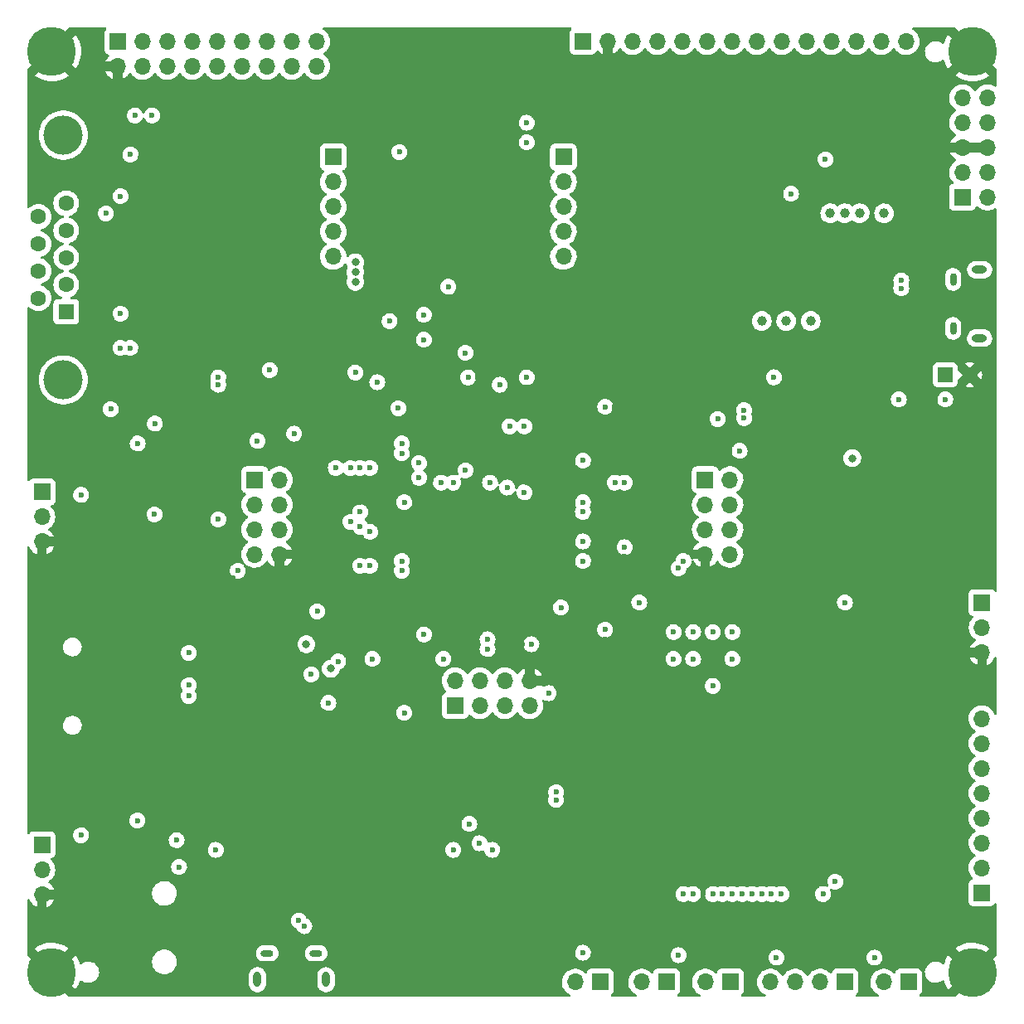
<source format=gbr>
%TF.GenerationSoftware,KiCad,Pcbnew,(6.0.0)*%
%TF.CreationDate,2022-01-12T18:34:34+03:00*%
%TF.ProjectId,UnderControl_V6,556e6465-7243-46f6-9e74-726f6c5f5636,1.6*%
%TF.SameCoordinates,Original*%
%TF.FileFunction,Copper,L2,Inr*%
%TF.FilePolarity,Positive*%
%FSLAX46Y46*%
G04 Gerber Fmt 4.6, Leading zero omitted, Abs format (unit mm)*
G04 Created by KiCad (PCBNEW (6.0.0)) date 2022-01-12 18:34:34*
%MOMM*%
%LPD*%
G01*
G04 APERTURE LIST*
%TA.AperFunction,ComponentPad*%
%ADD10O,1.700000X1.700000*%
%TD*%
%TA.AperFunction,ComponentPad*%
%ADD11R,1.700000X1.700000*%
%TD*%
%TA.AperFunction,ComponentPad*%
%ADD12C,1.600000*%
%TD*%
%TA.AperFunction,ComponentPad*%
%ADD13R,1.600000X1.600000*%
%TD*%
%TA.AperFunction,ComponentPad*%
%ADD14C,4.000000*%
%TD*%
%TA.AperFunction,ComponentPad*%
%ADD15O,0.650000X1.300000*%
%TD*%
%TA.AperFunction,ComponentPad*%
%ADD16O,1.550000X0.775000*%
%TD*%
%TA.AperFunction,ComponentPad*%
%ADD17C,0.800000*%
%TD*%
%TA.AperFunction,ComponentPad*%
%ADD18C,5.000000*%
%TD*%
%TA.AperFunction,ComponentPad*%
%ADD19O,1.300000X0.650000*%
%TD*%
%TA.AperFunction,ComponentPad*%
%ADD20O,0.775000X1.550000*%
%TD*%
%TA.AperFunction,ComponentPad*%
%ADD21R,1.508000X1.508000*%
%TD*%
%TA.AperFunction,ComponentPad*%
%ADD22C,1.508000*%
%TD*%
%TA.AperFunction,ViaPad*%
%ADD23C,0.600000*%
%TD*%
%TA.AperFunction,ViaPad*%
%ADD24C,0.800000*%
%TD*%
%TA.AperFunction,ViaPad*%
%ADD25C,1.000000*%
%TD*%
G04 APERTURE END LIST*
D10*
%TO.N,GND*%
%TO.C,J27*%
X103320000Y-119735000D03*
%TO.N,+5V*%
X103320000Y-122275000D03*
%TO.N,PE11*%
X100780000Y-119735000D03*
%TO.N,+3V3*%
X100780000Y-122275000D03*
%TO.N,PE7*%
X98240000Y-119735000D03*
%TO.N,PE8*%
X98240000Y-122275000D03*
%TO.N,PG0*%
X95700000Y-119735000D03*
D11*
%TO.N,PG1*%
X95700000Y-122275000D03*
%TD*%
D10*
%TO.N,+5V*%
%TO.C,J26*%
X123765000Y-106820000D03*
%TO.N,GND*%
X121225000Y-106820000D03*
%TO.N,+3V3*%
X123765000Y-104280000D03*
%TO.N,PG2*%
X121225000Y-104280000D03*
%TO.N,PG3*%
X123765000Y-101740000D03*
%TO.N,PG4*%
X121225000Y-101740000D03*
%TO.N,PG5*%
X123765000Y-99200000D03*
D11*
%TO.N,PC9*%
X121225000Y-99200000D03*
%TD*%
D10*
%TO.N,GND*%
%TO.C,J25*%
X77765000Y-106820000D03*
%TO.N,+5V*%
X75225000Y-106820000D03*
%TO.N,PF8*%
X77765000Y-104280000D03*
%TO.N,+3V3*%
X75225000Y-104280000D03*
%TO.N,PF4*%
X77765000Y-101740000D03*
%TO.N,PF7*%
X75225000Y-101740000D03*
%TO.N,PF2*%
X77765000Y-99200000D03*
D11*
%TO.N,PF3*%
X75225000Y-99200000D03*
%TD*%
D10*
%TO.N,GND*%
%TO.C,J24*%
X53500000Y-141555000D03*
%TO.N,/BOOT_GPIO/BOOT1_L*%
X53500000Y-139015000D03*
D11*
%TO.N,+3V3*%
X53500000Y-136475000D03*
%TD*%
%TO.N,+3V3*%
%TO.C,J23*%
X53500000Y-100460000D03*
D10*
%TO.N,/BOOT_GPIO/BOOT0_L*%
X53500000Y-103000000D03*
%TO.N,GND*%
X53500000Y-105540000D03*
%TD*%
%TO.N,/SIM_ADC_P1*%
%TO.C,J10*%
X139460000Y-150500000D03*
D11*
%TO.N,/SIM_ADC_P0*%
X142000000Y-150500000D03*
%TD*%
D10*
%TO.N,GND*%
%TO.C,J12*%
X149500000Y-116830000D03*
%TO.N,+5V*%
X149500000Y-114290000D03*
D11*
%TO.N,RF_Data*%
X149500000Y-111750000D03*
%TD*%
D10*
%TO.N,Net-(J13-Pad5)*%
%TO.C,J13*%
X106750000Y-76410000D03*
%TO.N,Net-(J13-Pad4)*%
X106750000Y-73870000D03*
%TO.N,Net-(J13-Pad3)*%
X106750000Y-71330000D03*
%TO.N,Net-(J13-Pad2)*%
X106750000Y-68790000D03*
D11*
%TO.N,Net-(J13-Pad1)*%
X106750000Y-66250000D03*
%TD*%
D12*
%TO.N,unconnected-(J15-Pad9)*%
%TO.C,J15*%
X53145000Y-72355000D03*
%TO.N,unconnected-(J15-Pad8)*%
X53145000Y-75125000D03*
%TO.N,OBD1_CANH*%
X53145000Y-77895000D03*
%TO.N,unconnected-(J15-Pad6)*%
X53145000Y-80665000D03*
%TO.N,OBD2_CANL*%
X55985000Y-70970000D03*
%TO.N,unconnected-(J15-Pad4)*%
X55985000Y-73740000D03*
%TO.N,OBD1_GND*%
X55985000Y-76510000D03*
%TO.N,OBD1_CANL*%
X55985000Y-79280000D03*
D13*
%TO.N,OBD2_GND*%
X55985000Y-82050000D03*
D14*
%TO.N,unconnected-(J15-Pad0)*%
X55685000Y-89010000D03*
X55685000Y-64010000D03*
%TD*%
D10*
%TO.N,DCMI_PWD*%
%TO.C,J16*%
X81570000Y-57000000D03*
%TO.N,DCMI_RST*%
X81570000Y-54460000D03*
%TO.N,DCMI_D0*%
X79030000Y-57000000D03*
%TO.N,DCMI_D1*%
X79030000Y-54460000D03*
%TO.N,DCMI_D2*%
X76490000Y-57000000D03*
%TO.N,DCMI_D3*%
X76490000Y-54460000D03*
%TO.N,DCMI_D4*%
X73950000Y-57000000D03*
%TO.N,DCMI_D5*%
X73950000Y-54460000D03*
%TO.N,DCMI_D6*%
X71410000Y-57000000D03*
%TO.N,DCMI_D7*%
X71410000Y-54460000D03*
%TO.N,DCMI_XCLK*%
X68870000Y-57000000D03*
%TO.N,DCMI_PCLK*%
X68870000Y-54460000D03*
%TO.N,DCMI_HS*%
X66330000Y-57000000D03*
%TO.N,DCMI_VS*%
X66330000Y-54460000D03*
%TO.N,DCMI_SDA*%
X63790000Y-57000000D03*
%TO.N,DCMI_SCL*%
X63790000Y-54460000D03*
%TO.N,GND*%
X61250000Y-57000000D03*
D11*
%TO.N,+3V3*%
X61250000Y-54460000D03*
%TD*%
D10*
%TO.N,Touch_INT*%
%TO.C,J17*%
X141770000Y-54460000D03*
%TO.N,SPI3_MISO*%
X139230000Y-54460000D03*
%TO.N,SPI3_MOSI*%
X136690000Y-54460000D03*
%TO.N,SPI3_CS_Touch*%
X134150000Y-54460000D03*
%TO.N,SPI3_SCK*%
X131610000Y-54460000D03*
%TO.N,SPI3_MISO*%
X129070000Y-54460000D03*
%TO.N,+3V3*%
X126530000Y-54460000D03*
%TO.N,SPI3_SCK*%
X123990000Y-54460000D03*
%TO.N,SPI3_MOSI*%
X121450000Y-54460000D03*
%TO.N,LCD_DC*%
X118910000Y-54460000D03*
%TO.N,LCD_RST*%
X116370000Y-54460000D03*
%TO.N,SPI3_CS_LCD*%
X113830000Y-54460000D03*
%TO.N,GND*%
X111290000Y-54460000D03*
D11*
%TO.N,+3V3*%
X108750000Y-54460000D03*
%TD*%
%TO.N,Net-(J11-Pad1)*%
%TO.C,J11*%
X83250000Y-66250000D03*
D10*
%TO.N,Net-(J11-Pad2)*%
X83250000Y-68790000D03*
%TO.N,Net-(J11-Pad3)*%
X83250000Y-71330000D03*
%TO.N,Net-(J11-Pad4)*%
X83250000Y-73870000D03*
%TO.N,Net-(J11-Pad5)*%
X83250000Y-76410000D03*
%TD*%
D11*
%TO.N,/SIM_PCM_P1*%
%TO.C,J3*%
X135500000Y-150500000D03*
D10*
%TO.N,/SIM_PCM_P2*%
X132960000Y-150500000D03*
%TO.N,/SIM_PCM_P3*%
X130420000Y-150500000D03*
%TO.N,/SIM_PCM_P4*%
X127880000Y-150500000D03*
%TD*%
D11*
%TO.N,/KBR3*%
%TO.C,J1*%
X149475000Y-141375000D03*
D10*
%TO.N,/KBR2*%
X149475000Y-138835000D03*
%TO.N,/KBR1*%
X149475000Y-136295000D03*
%TO.N,/KBR0*%
X149475000Y-133755000D03*
%TO.N,/KBC3*%
X149475000Y-131215000D03*
%TO.N,/KBC2*%
X149475000Y-128675000D03*
%TO.N,/KBC1*%
X149475000Y-126135000D03*
%TO.N,/KBC0*%
X149475000Y-123595000D03*
%TD*%
D11*
%TO.N,/SIM_GPIO_P1*%
%TO.C,J4*%
X123775000Y-150500000D03*
D10*
%TO.N,/SIM_GPIO_P2*%
X121235000Y-150500000D03*
%TD*%
D11*
%TO.N,/SIM_PWM_P1*%
%TO.C,J5*%
X117275000Y-150500000D03*
D10*
%TO.N,/SIM_PWM_P2*%
X114735000Y-150500000D03*
%TD*%
D11*
%TO.N,unconnected-(J9-Pad1)*%
%TO.C,J9*%
X147500000Y-70350000D03*
D10*
%TO.N,/SWCLK_P*%
X150040000Y-70350000D03*
%TO.N,unconnected-(J9-Pad3)*%
X147500000Y-67810000D03*
%TO.N,/SWDIO_P*%
X150040000Y-67810000D03*
%TO.N,GND*%
X147500000Y-65270000D03*
X150040000Y-65270000D03*
%TO.N,+3V3*%
X147500000Y-62730000D03*
X150040000Y-62730000D03*
%TO.N,+5V*%
X147500000Y-60190000D03*
X150040000Y-60190000D03*
%TD*%
D15*
%TO.N,unconnected-(J8-PadS1)*%
%TO.C,J8*%
X146550000Y-83750000D03*
%TO.N,unconnected-(J8-PadS2)*%
X146550000Y-78750000D03*
D16*
%TO.N,unconnected-(J8-PadS3)*%
X149250000Y-84750000D03*
%TO.N,unconnected-(J8-PadS6)*%
X149250000Y-77750000D03*
%TD*%
D17*
%TO.N,GND*%
%TO.C,H1*%
X147174175Y-148174175D03*
X148500000Y-147625000D03*
X150375000Y-149500000D03*
X147174175Y-150825825D03*
X149825825Y-150825825D03*
D18*
X148500000Y-149500000D03*
D17*
X148500000Y-151375000D03*
X149825825Y-148174175D03*
X146625000Y-149500000D03*
%TD*%
D11*
%TO.N,/SIM_I2C_P1*%
%TO.C,J6*%
X110500000Y-150500000D03*
D10*
%TO.N,/SIM_I2C_P2*%
X107960000Y-150500000D03*
%TD*%
D17*
%TO.N,GND*%
%TO.C,H3*%
X54500000Y-151375000D03*
X52625000Y-149500000D03*
X54500000Y-147625000D03*
X56375000Y-149500000D03*
X53174175Y-148174175D03*
X55825825Y-150825825D03*
X53174175Y-150825825D03*
X55825825Y-148174175D03*
D18*
X54500000Y-149500000D03*
%TD*%
D17*
%TO.N,GND*%
%TO.C,H4*%
X54500000Y-53625000D03*
X53174175Y-54174175D03*
X53174175Y-56825825D03*
X56375000Y-55500000D03*
D18*
X54500000Y-55500000D03*
D17*
X55825825Y-56825825D03*
X52625000Y-55500000D03*
X54500000Y-57375000D03*
X55825825Y-54174175D03*
%TD*%
D19*
%TO.N,unconnected-(J7-PadS1)*%
%TO.C,J7*%
X76500000Y-147550000D03*
%TO.N,unconnected-(J7-PadS2)*%
X81500000Y-147550000D03*
D20*
%TO.N,unconnected-(J7-PadS3)*%
X75500000Y-150250000D03*
%TO.N,unconnected-(J7-PadS6)*%
X82500000Y-150250000D03*
%TD*%
D21*
%TO.N,+BATT*%
%TO.C,J2*%
X145750000Y-88500000D03*
D22*
%TO.N,GND*%
X148250000Y-88500000D03*
%TD*%
D17*
%TO.N,GND*%
%TO.C,H2*%
X150375000Y-55500000D03*
X148500000Y-53625000D03*
X149825825Y-56825825D03*
D18*
X148500000Y-55500000D03*
D17*
X149825825Y-54174175D03*
X148500000Y-57375000D03*
X146625000Y-55500000D03*
X147174175Y-56825825D03*
X147174175Y-54174175D03*
%TD*%
D23*
%TO.N,SPI2_MOSI*%
X68500000Y-121275000D03*
%TO.N,+3V3*%
X68500000Y-120175000D03*
%TO.N,GND*%
X68500000Y-117975000D03*
%TO.N,SPI2_MISO*%
X68500000Y-116875000D03*
%TO.N,GND*%
X117000000Y-116500000D03*
%TO.N,SIM_RXM*%
X118000000Y-114750000D03*
X118000000Y-117500000D03*
%TO.N,GND*%
X56212500Y-141500000D03*
X56212500Y-105500000D03*
%TO.N,/SIM_ADC_P0*%
X134500000Y-140250000D03*
%TO.N,/SIM_ADC_P1*%
X133250000Y-141500000D03*
%TO.N,/SIM_PCM_P1*%
X129000000Y-141500000D03*
%TO.N,/SIM_PCM_P2*%
X128000000Y-141500000D03*
%TO.N,/SIM_PCM_P3*%
X127000000Y-141500000D03*
%TO.N,/SIM_PCM_P4*%
X126000000Y-141500000D03*
%TO.N,/SIM_GPIO_P1*%
X125000000Y-141500000D03*
%TO.N,/SIM_GPIO_P2*%
X124000000Y-141500000D03*
%TO.N,/SIM_PWM_P1*%
X123000000Y-141500000D03*
%TO.N,/SIM_PWM_P2*%
X122000000Y-141500000D03*
%TO.N,/SIM_I2C_P1*%
X120000000Y-141500000D03*
%TO.N,/SIM_I2C_P2*%
X119000000Y-141500000D03*
%TO.N,+3V3*%
X138500000Y-148000000D03*
X128500000Y-148000000D03*
X118500000Y-147750000D03*
%TO.N,GND*%
X135000000Y-147700000D03*
X125000000Y-147450000D03*
X115000000Y-147450000D03*
X120000000Y-145250000D03*
X130000000Y-145500000D03*
X110000000Y-145250000D03*
D24*
X108500000Y-128120000D03*
X142600000Y-86000000D03*
D25*
%TO.N,+5V*%
X139500000Y-72000000D03*
D23*
X122500000Y-93000000D03*
D24*
X80500000Y-116000000D03*
X83000000Y-118500000D03*
D23*
X145750000Y-91000000D03*
D24*
X136250000Y-97000000D03*
D23*
X141000000Y-91000000D03*
%TO.N,GND*%
X89000000Y-80500000D03*
D25*
X146520000Y-100480000D03*
X140250000Y-104000000D03*
X144750000Y-76000000D03*
D23*
X137000000Y-143500000D03*
D24*
X131500000Y-113000000D03*
D23*
X64750000Y-137000000D03*
D25*
X144750000Y-79000000D03*
D23*
X142000000Y-143500000D03*
X116915734Y-141415734D03*
X113500000Y-133000000D03*
X134500000Y-126000000D03*
X122000000Y-117500000D03*
X74250000Y-87500000D03*
X71500000Y-92750000D03*
X63775000Y-76000000D03*
X85250000Y-109480000D03*
X114500000Y-101500000D03*
X121000000Y-141500000D03*
D24*
X104500000Y-78000000D03*
D23*
X79000000Y-92250000D03*
D25*
X143500000Y-79000000D03*
D24*
X130500000Y-108000000D03*
D23*
X60750000Y-137000000D03*
X137000000Y-118500000D03*
X93095000Y-137000000D03*
D25*
X96000000Y-65500000D03*
D23*
X100520000Y-130250000D03*
X80750000Y-94000000D03*
X63775000Y-72000000D03*
D25*
X144020000Y-107480000D03*
X125250000Y-80500000D03*
D23*
X64750000Y-136000000D03*
D25*
X135500000Y-77250000D03*
D23*
X134500000Y-139000000D03*
X81000000Y-107750000D03*
D25*
X144020000Y-100480000D03*
D23*
X111980000Y-91750000D03*
D24*
X146250000Y-96500000D03*
D23*
X84500000Y-109480000D03*
D24*
X131500000Y-95000000D03*
D23*
X68750000Y-133500000D03*
D25*
X144020000Y-103980000D03*
D24*
X144750000Y-94000000D03*
X146250000Y-94000000D03*
D23*
X60750000Y-134500000D03*
D25*
X143500000Y-77500000D03*
D23*
X113500000Y-123000000D03*
X108480000Y-116250000D03*
X126500000Y-95049500D03*
X88250000Y-122500000D03*
D24*
X133250000Y-87500000D03*
X144750000Y-110750000D03*
X144750000Y-96500000D03*
D25*
X137000000Y-77250000D03*
D23*
X68750000Y-134500000D03*
D25*
X146520000Y-103980000D03*
D23*
X142000000Y-118500000D03*
X134500000Y-123000000D03*
D25*
X143500000Y-76000000D03*
D23*
X58525000Y-94750000D03*
X97980000Y-88750000D03*
X134500000Y-127000000D03*
X118750000Y-96750000D03*
X60775000Y-95500000D03*
X113750000Y-101500000D03*
X84250000Y-110500000D03*
D24*
X131500000Y-116500000D03*
D23*
X108750000Y-123000000D03*
X125000000Y-116500000D03*
X70750000Y-92750000D03*
D25*
X149020000Y-100480000D03*
D23*
X73000000Y-109250000D03*
X134500000Y-137000000D03*
X87000000Y-114250000D03*
X72750000Y-94500000D03*
X112750000Y-94000000D03*
X60750000Y-133500000D03*
D25*
X146520000Y-107480000D03*
D23*
X97000000Y-116500000D03*
D24*
X130500000Y-95000000D03*
D25*
X134000000Y-77250000D03*
D23*
X83000000Y-94000000D03*
D25*
X81500000Y-146000000D03*
D23*
X88750000Y-90020000D03*
X132000000Y-144500000D03*
D24*
X130500000Y-90000000D03*
D23*
X84750000Y-102250000D03*
X80250000Y-107750000D03*
X60750000Y-136000000D03*
X97000000Y-115500000D03*
D24*
X131500000Y-108000000D03*
D25*
X94000000Y-67500000D03*
D23*
X122500000Y-92000000D03*
X90500000Y-115000000D03*
X87750000Y-113480000D03*
X84000000Y-102250000D03*
X92500000Y-123000000D03*
X111000000Y-115500000D03*
X113500000Y-139000000D03*
D24*
X104500000Y-79000000D03*
D23*
X81500000Y-94000000D03*
X82250000Y-94000000D03*
D24*
X104500000Y-77000000D03*
X130500000Y-113000000D03*
X131500000Y-90000000D03*
D25*
X149020000Y-103980000D03*
D23*
X96000000Y-135000000D03*
X97500000Y-81095000D03*
X67750000Y-102750000D03*
X134500000Y-124000000D03*
X150250000Y-95750000D03*
X65000000Y-104850000D03*
D25*
X94000000Y-65500000D03*
D23*
X72450000Y-106300000D03*
X111000000Y-142500000D03*
D25*
X96000000Y-67500000D03*
X122750000Y-80500000D03*
X144750000Y-77500000D03*
X149020000Y-107480000D03*
D23*
X64595000Y-146845000D03*
X86000000Y-101500000D03*
X106000000Y-142500000D03*
X84250000Y-111500000D03*
D24*
X131500000Y-115000000D03*
D23*
X65000000Y-97350000D03*
X126500000Y-89970500D03*
D24*
X134000000Y-86000000D03*
D23*
X103000000Y-89750000D03*
D25*
X82750000Y-146000000D03*
D23*
X113000000Y-107055000D03*
D25*
X124000000Y-80500000D03*
D23*
X102520000Y-116000000D03*
%TO.N,+3V3*%
X85000000Y-98000000D03*
X103000000Y-88750000D03*
X81603426Y-112651048D03*
D25*
X135500000Y-72000000D03*
D23*
X71500000Y-89500000D03*
X71500000Y-88750000D03*
X63000000Y-62000000D03*
X92500000Y-84905000D03*
X99000000Y-116500000D03*
X63275000Y-95500000D03*
X87000000Y-108000000D03*
X64750000Y-62000000D03*
X87000000Y-98000000D03*
X97020000Y-88750000D03*
X111020000Y-91750000D03*
X79250000Y-94500000D03*
X111000000Y-114520000D03*
X103480000Y-116000000D03*
X113000000Y-106095000D03*
X90500000Y-123000000D03*
X86000000Y-102500000D03*
D24*
X85500000Y-79000000D03*
D23*
X108750000Y-147500000D03*
X86000000Y-108000000D03*
D25*
X134000000Y-72000000D03*
D23*
X95000000Y-79500000D03*
D25*
X127000000Y-83000000D03*
D23*
X89000000Y-83000000D03*
D24*
X85500000Y-78000000D03*
D23*
X86000000Y-98000000D03*
X128250000Y-88750000D03*
D25*
X129500000Y-83000000D03*
D24*
X85500000Y-77000000D03*
D23*
X75500000Y-95250000D03*
D25*
X132000000Y-83000000D03*
D23*
X83500000Y-98000000D03*
X92500000Y-115000000D03*
X113000000Y-99500000D03*
X99000000Y-115500000D03*
X89900000Y-91900000D03*
X112000000Y-99500000D03*
X76750000Y-88000000D03*
D25*
X137000000Y-72000000D03*
D23*
%TO.N,NRST*%
X73500000Y-108500000D03*
X65000000Y-102750000D03*
%TO.N,/SIM_RST_Pro*%
X95500000Y-137000000D03*
X99500000Y-137000000D03*
%TO.N,Left*%
X67250000Y-136000000D03*
X71250000Y-137000000D03*
%TO.N,MIC1P*%
X63250000Y-134000000D03*
X67500000Y-138750000D03*
%TO.N,+BATT*%
X124750000Y-96250000D03*
%TO.N,SIM_USB_D-*%
X106000000Y-131901600D03*
X79716025Y-144216025D03*
%TO.N,SIM_USB_D+*%
X106000000Y-131098400D03*
X80283975Y-144783975D03*
%TO.N,USB_CONN_D-*%
X125201100Y-92901600D03*
X141250000Y-79651600D03*
%TO.N,USB_CONN_D+*%
X141250000Y-78848400D03*
X125201100Y-92098400D03*
%TO.N,SPI2_MOSI*%
X90250000Y-108500000D03*
%TO.N,SPI2_SCK*%
X81000000Y-119075000D03*
X106500000Y-112250000D03*
%TO.N,SPI2_MISO*%
X90250000Y-107500000D03*
%TO.N,OBD2_GND*%
X60025000Y-72000000D03*
%TO.N,DCMI_HS*%
X92000000Y-99000000D03*
%TO.N,DCMI_PCLK*%
X92000000Y-97500000D03*
%TO.N,DCMI_XCLK*%
X96750000Y-98250000D03*
%TO.N,DCMI_D7*%
X90250000Y-96500000D03*
%TO.N,DCMI_D6*%
X90250000Y-95500000D03*
%TO.N,DCMI_D4*%
X85500000Y-88250000D03*
%TO.N,DCMI_D3*%
X87750000Y-89250000D03*
%TO.N,DCMI_D2*%
X99250000Y-99500000D03*
%TO.N,DCMI_D1*%
X101000000Y-100000000D03*
%TO.N,DCMI_D0*%
X102750000Y-100500000D03*
%TO.N,DCMI_RST*%
X108733694Y-102500000D03*
%TO.N,DCMI_PWD*%
X108750000Y-101500000D03*
%TO.N,SPI1_SCK*%
X92500000Y-82365000D03*
X96750000Y-86250000D03*
%TO.N,/SIM_DATA_Pro*%
X98175000Y-136325000D03*
X97150000Y-134350000D03*
%TO.N,CAN_H*%
X61525000Y-70250000D03*
X61525000Y-85750000D03*
X61525000Y-82250000D03*
%TO.N,CAN_L*%
X62525000Y-85750000D03*
X62525000Y-66000000D03*
%TO.N,PWRKEY*%
X83750000Y-117750000D03*
X105250000Y-121000000D03*
%TO.N,SWDIO*%
X130000000Y-70000000D03*
X133500000Y-66500000D03*
%TO.N,BOOT0*%
X90500000Y-101500000D03*
X57500000Y-100750000D03*
%TO.N,SIM_RTSM*%
X120000000Y-117500000D03*
X122000000Y-114750000D03*
%TO.N,SIM_DTR*%
X119000000Y-107500000D03*
X108750000Y-105500000D03*
%TO.N,SIM_DTRM*%
X124000000Y-117500000D03*
X124000000Y-114750000D03*
%TO.N,SIM_DCDM*%
X122000000Y-120250000D03*
X120000000Y-114750000D03*
%TO.N,SIM_INT*%
X108750000Y-107500000D03*
X118500000Y-108250000D03*
%TO.N,WIFI_EN*%
X90000000Y-65750000D03*
X100250000Y-89500000D03*
%TO.N,WIFI_TX*%
X102750000Y-93750000D03*
X103000000Y-64750000D03*
%TO.N,WIFI_RX*%
X101250000Y-93750000D03*
X103000000Y-62750000D03*
%TO.N,RF_Data*%
X135500000Y-111750000D03*
X114500000Y-111750000D03*
%TO.N,Gyro_INT*%
X87000000Y-104500000D03*
X71500000Y-103250000D03*
%TO.N,Touch_INT*%
X108750000Y-97250000D03*
%TO.N,PF8*%
X86000000Y-104000000D03*
%TO.N,PF7*%
X85000000Y-103500000D03*
%TO.N,BOOT1*%
X82750000Y-122000000D03*
X94500000Y-117500000D03*
X87250000Y-117500000D03*
X57500000Y-135500000D03*
%TO.N,CAN_TX*%
X60525000Y-92000000D03*
X94250000Y-99500000D03*
%TO.N,CAN_RX*%
X65025000Y-93470000D03*
X95500000Y-99500000D03*
%TD*%
%TA.AperFunction,Conductor*%
%TO.N,GND*%
G36*
X60045190Y-53028002D02*
G01*
X60091683Y-53081658D01*
X60101787Y-53151932D01*
X60072293Y-53216512D01*
X60052637Y-53234824D01*
X60036739Y-53246739D01*
X59949385Y-53363295D01*
X59898255Y-53499684D01*
X59891500Y-53561866D01*
X59891500Y-55358134D01*
X59898255Y-55420316D01*
X59949385Y-55556705D01*
X60036739Y-55673261D01*
X60153295Y-55760615D01*
X60161704Y-55763767D01*
X60161705Y-55763768D01*
X60270960Y-55804726D01*
X60327725Y-55847367D01*
X60352425Y-55913929D01*
X60337218Y-55983278D01*
X60317825Y-56009759D01*
X60194590Y-56138717D01*
X60188104Y-56146727D01*
X60068098Y-56322649D01*
X60063000Y-56331623D01*
X59992469Y-56483570D01*
X59990376Y-56497513D01*
X59994193Y-56500000D01*
X61624000Y-56500000D01*
X61692121Y-56520002D01*
X61738614Y-56573658D01*
X61750000Y-56626000D01*
X61750000Y-58249221D01*
X61753973Y-58262752D01*
X61757842Y-58263308D01*
X61758867Y-58262992D01*
X61943095Y-58172739D01*
X61951945Y-58167464D01*
X62125328Y-58043792D01*
X62133200Y-58037139D01*
X62284052Y-57886812D01*
X62290730Y-57878965D01*
X62418022Y-57701819D01*
X62419279Y-57702722D01*
X62466373Y-57659362D01*
X62536311Y-57647145D01*
X62601751Y-57674678D01*
X62629579Y-57706511D01*
X62647310Y-57735445D01*
X62689987Y-57805088D01*
X62836250Y-57973938D01*
X63008126Y-58116632D01*
X63201000Y-58229338D01*
X63409692Y-58309030D01*
X63414760Y-58310061D01*
X63414763Y-58310062D01*
X63522017Y-58331883D01*
X63628597Y-58353567D01*
X63633772Y-58353757D01*
X63633774Y-58353757D01*
X63846673Y-58361564D01*
X63846677Y-58361564D01*
X63851837Y-58361753D01*
X63856957Y-58361097D01*
X63856959Y-58361097D01*
X64068288Y-58334025D01*
X64068289Y-58334025D01*
X64073416Y-58333368D01*
X64078366Y-58331883D01*
X64282429Y-58270661D01*
X64282434Y-58270659D01*
X64287384Y-58269174D01*
X64487994Y-58170896D01*
X64669860Y-58041173D01*
X64828096Y-57883489D01*
X64958453Y-57702077D01*
X64959776Y-57703028D01*
X65006645Y-57659857D01*
X65076580Y-57647625D01*
X65142026Y-57675144D01*
X65169875Y-57706994D01*
X65229987Y-57805088D01*
X65376250Y-57973938D01*
X65548126Y-58116632D01*
X65741000Y-58229338D01*
X65949692Y-58309030D01*
X65954760Y-58310061D01*
X65954763Y-58310062D01*
X66062017Y-58331883D01*
X66168597Y-58353567D01*
X66173772Y-58353757D01*
X66173774Y-58353757D01*
X66386673Y-58361564D01*
X66386677Y-58361564D01*
X66391837Y-58361753D01*
X66396957Y-58361097D01*
X66396959Y-58361097D01*
X66608288Y-58334025D01*
X66608289Y-58334025D01*
X66613416Y-58333368D01*
X66618366Y-58331883D01*
X66822429Y-58270661D01*
X66822434Y-58270659D01*
X66827384Y-58269174D01*
X67027994Y-58170896D01*
X67209860Y-58041173D01*
X67368096Y-57883489D01*
X67498453Y-57702077D01*
X67499776Y-57703028D01*
X67546645Y-57659857D01*
X67616580Y-57647625D01*
X67682026Y-57675144D01*
X67709875Y-57706994D01*
X67769987Y-57805088D01*
X67916250Y-57973938D01*
X68088126Y-58116632D01*
X68281000Y-58229338D01*
X68489692Y-58309030D01*
X68494760Y-58310061D01*
X68494763Y-58310062D01*
X68602017Y-58331883D01*
X68708597Y-58353567D01*
X68713772Y-58353757D01*
X68713774Y-58353757D01*
X68926673Y-58361564D01*
X68926677Y-58361564D01*
X68931837Y-58361753D01*
X68936957Y-58361097D01*
X68936959Y-58361097D01*
X69148288Y-58334025D01*
X69148289Y-58334025D01*
X69153416Y-58333368D01*
X69158366Y-58331883D01*
X69362429Y-58270661D01*
X69362434Y-58270659D01*
X69367384Y-58269174D01*
X69567994Y-58170896D01*
X69749860Y-58041173D01*
X69908096Y-57883489D01*
X70038453Y-57702077D01*
X70039776Y-57703028D01*
X70086645Y-57659857D01*
X70156580Y-57647625D01*
X70222026Y-57675144D01*
X70249875Y-57706994D01*
X70309987Y-57805088D01*
X70456250Y-57973938D01*
X70628126Y-58116632D01*
X70821000Y-58229338D01*
X71029692Y-58309030D01*
X71034760Y-58310061D01*
X71034763Y-58310062D01*
X71142017Y-58331883D01*
X71248597Y-58353567D01*
X71253772Y-58353757D01*
X71253774Y-58353757D01*
X71466673Y-58361564D01*
X71466677Y-58361564D01*
X71471837Y-58361753D01*
X71476957Y-58361097D01*
X71476959Y-58361097D01*
X71688288Y-58334025D01*
X71688289Y-58334025D01*
X71693416Y-58333368D01*
X71698366Y-58331883D01*
X71902429Y-58270661D01*
X71902434Y-58270659D01*
X71907384Y-58269174D01*
X72107994Y-58170896D01*
X72289860Y-58041173D01*
X72448096Y-57883489D01*
X72578453Y-57702077D01*
X72579776Y-57703028D01*
X72626645Y-57659857D01*
X72696580Y-57647625D01*
X72762026Y-57675144D01*
X72789875Y-57706994D01*
X72849987Y-57805088D01*
X72996250Y-57973938D01*
X73168126Y-58116632D01*
X73361000Y-58229338D01*
X73569692Y-58309030D01*
X73574760Y-58310061D01*
X73574763Y-58310062D01*
X73682017Y-58331883D01*
X73788597Y-58353567D01*
X73793772Y-58353757D01*
X73793774Y-58353757D01*
X74006673Y-58361564D01*
X74006677Y-58361564D01*
X74011837Y-58361753D01*
X74016957Y-58361097D01*
X74016959Y-58361097D01*
X74228288Y-58334025D01*
X74228289Y-58334025D01*
X74233416Y-58333368D01*
X74238366Y-58331883D01*
X74442429Y-58270661D01*
X74442434Y-58270659D01*
X74447384Y-58269174D01*
X74647994Y-58170896D01*
X74829860Y-58041173D01*
X74988096Y-57883489D01*
X75118453Y-57702077D01*
X75119776Y-57703028D01*
X75166645Y-57659857D01*
X75236580Y-57647625D01*
X75302026Y-57675144D01*
X75329875Y-57706994D01*
X75389987Y-57805088D01*
X75536250Y-57973938D01*
X75708126Y-58116632D01*
X75901000Y-58229338D01*
X76109692Y-58309030D01*
X76114760Y-58310061D01*
X76114763Y-58310062D01*
X76222017Y-58331883D01*
X76328597Y-58353567D01*
X76333772Y-58353757D01*
X76333774Y-58353757D01*
X76546673Y-58361564D01*
X76546677Y-58361564D01*
X76551837Y-58361753D01*
X76556957Y-58361097D01*
X76556959Y-58361097D01*
X76768288Y-58334025D01*
X76768289Y-58334025D01*
X76773416Y-58333368D01*
X76778366Y-58331883D01*
X76982429Y-58270661D01*
X76982434Y-58270659D01*
X76987384Y-58269174D01*
X77187994Y-58170896D01*
X77369860Y-58041173D01*
X77528096Y-57883489D01*
X77658453Y-57702077D01*
X77659776Y-57703028D01*
X77706645Y-57659857D01*
X77776580Y-57647625D01*
X77842026Y-57675144D01*
X77869875Y-57706994D01*
X77929987Y-57805088D01*
X78076250Y-57973938D01*
X78248126Y-58116632D01*
X78441000Y-58229338D01*
X78649692Y-58309030D01*
X78654760Y-58310061D01*
X78654763Y-58310062D01*
X78762017Y-58331883D01*
X78868597Y-58353567D01*
X78873772Y-58353757D01*
X78873774Y-58353757D01*
X79086673Y-58361564D01*
X79086677Y-58361564D01*
X79091837Y-58361753D01*
X79096957Y-58361097D01*
X79096959Y-58361097D01*
X79308288Y-58334025D01*
X79308289Y-58334025D01*
X79313416Y-58333368D01*
X79318366Y-58331883D01*
X79522429Y-58270661D01*
X79522434Y-58270659D01*
X79527384Y-58269174D01*
X79727994Y-58170896D01*
X79909860Y-58041173D01*
X80068096Y-57883489D01*
X80198453Y-57702077D01*
X80199776Y-57703028D01*
X80246645Y-57659857D01*
X80316580Y-57647625D01*
X80382026Y-57675144D01*
X80409875Y-57706994D01*
X80469987Y-57805088D01*
X80616250Y-57973938D01*
X80788126Y-58116632D01*
X80981000Y-58229338D01*
X81189692Y-58309030D01*
X81194760Y-58310061D01*
X81194763Y-58310062D01*
X81302017Y-58331883D01*
X81408597Y-58353567D01*
X81413772Y-58353757D01*
X81413774Y-58353757D01*
X81626673Y-58361564D01*
X81626677Y-58361564D01*
X81631837Y-58361753D01*
X81636957Y-58361097D01*
X81636959Y-58361097D01*
X81848288Y-58334025D01*
X81848289Y-58334025D01*
X81853416Y-58333368D01*
X81858366Y-58331883D01*
X82062429Y-58270661D01*
X82062434Y-58270659D01*
X82067384Y-58269174D01*
X82267994Y-58170896D01*
X82449860Y-58041173D01*
X82541116Y-57950235D01*
X146762324Y-57950235D01*
X146771292Y-57961975D01*
X146882544Y-58041918D01*
X146888682Y-58045813D01*
X147185435Y-58210984D01*
X147191955Y-58214136D01*
X147505738Y-58344109D01*
X147512589Y-58346495D01*
X147839212Y-58439536D01*
X147846301Y-58441120D01*
X148181465Y-58496006D01*
X148188671Y-58496763D01*
X148527926Y-58512762D01*
X148535176Y-58512686D01*
X148874010Y-58489587D01*
X148881219Y-58488676D01*
X149215160Y-58426784D01*
X149222190Y-58425057D01*
X149546819Y-58325187D01*
X149553597Y-58322667D01*
X149864603Y-58186145D01*
X149871043Y-58182864D01*
X150164293Y-58011502D01*
X150170326Y-58007493D01*
X150230123Y-57962596D01*
X150238577Y-57951270D01*
X150231831Y-57938938D01*
X149767926Y-57475033D01*
X149753982Y-57467419D01*
X149752149Y-57467550D01*
X149745534Y-57471801D01*
X149527426Y-57689909D01*
X149465114Y-57723935D01*
X149394299Y-57718870D01*
X149349236Y-57689909D01*
X149062819Y-57403492D01*
X149048873Y-57395878D01*
X149047039Y-57396009D01*
X149040425Y-57400260D01*
X148589095Y-57851590D01*
X148526783Y-57885616D01*
X148455968Y-57880551D01*
X148410905Y-57851590D01*
X147962807Y-57403492D01*
X147948863Y-57395878D01*
X147947028Y-57396009D01*
X147940418Y-57400257D01*
X147844512Y-57496162D01*
X147650764Y-57689910D01*
X147588452Y-57723935D01*
X147517636Y-57718869D01*
X147472574Y-57689909D01*
X147257698Y-57475033D01*
X147243754Y-57467419D01*
X147241921Y-57467550D01*
X147235306Y-57471801D01*
X146768882Y-57938225D01*
X146762324Y-57950235D01*
X82541116Y-57950235D01*
X82608096Y-57883489D01*
X82738453Y-57702077D01*
X82744467Y-57689910D01*
X82835136Y-57506453D01*
X82835137Y-57506451D01*
X82837430Y-57501811D01*
X82902370Y-57288069D01*
X82931529Y-57066590D01*
X82931611Y-57063240D01*
X82933074Y-57003365D01*
X82933074Y-57003361D01*
X82933156Y-57000000D01*
X82914852Y-56777361D01*
X82860431Y-56560702D01*
X82771354Y-56355840D01*
X82731906Y-56294862D01*
X82652822Y-56172617D01*
X82652820Y-56172614D01*
X82650014Y-56168277D01*
X82499670Y-56003051D01*
X82495619Y-55999852D01*
X82495615Y-55999848D01*
X82328414Y-55867800D01*
X82328410Y-55867798D01*
X82324359Y-55864598D01*
X82283053Y-55841796D01*
X82233084Y-55791364D01*
X82218312Y-55721921D01*
X82243428Y-55655516D01*
X82270780Y-55628909D01*
X82326597Y-55589095D01*
X82449860Y-55501173D01*
X82454013Y-55497035D01*
X82594152Y-55357384D01*
X82608096Y-55343489D01*
X82738453Y-55162077D01*
X82740813Y-55157303D01*
X82835136Y-54966453D01*
X82835137Y-54966451D01*
X82837430Y-54961811D01*
X82882096Y-54814798D01*
X82900865Y-54753023D01*
X82900865Y-54753021D01*
X82902370Y-54748069D01*
X82931529Y-54526590D01*
X82931748Y-54517636D01*
X82933074Y-54463365D01*
X82933074Y-54463361D01*
X82933156Y-54460000D01*
X82914852Y-54237361D01*
X82860431Y-54020702D01*
X82771354Y-53815840D01*
X82650014Y-53628277D01*
X82499670Y-53463051D01*
X82495619Y-53459852D01*
X82495615Y-53459848D01*
X82328414Y-53327800D01*
X82328410Y-53327798D01*
X82324359Y-53324598D01*
X82287260Y-53304118D01*
X82178915Y-53244309D01*
X82128944Y-53193876D01*
X82114172Y-53124433D01*
X82139288Y-53058028D01*
X82196319Y-53015743D01*
X82239808Y-53008000D01*
X107477069Y-53008000D01*
X107545190Y-53028002D01*
X107591683Y-53081658D01*
X107601787Y-53151932D01*
X107572293Y-53216512D01*
X107552637Y-53234824D01*
X107536739Y-53246739D01*
X107449385Y-53363295D01*
X107398255Y-53499684D01*
X107391500Y-53561866D01*
X107391500Y-55358134D01*
X107398255Y-55420316D01*
X107449385Y-55556705D01*
X107536739Y-55673261D01*
X107653295Y-55760615D01*
X107789684Y-55811745D01*
X107851866Y-55818500D01*
X109648134Y-55818500D01*
X109710316Y-55811745D01*
X109846705Y-55760615D01*
X109963261Y-55673261D01*
X110050615Y-55556705D01*
X110071433Y-55501173D01*
X110094798Y-55438848D01*
X110137440Y-55382084D01*
X110204001Y-55357384D01*
X110273350Y-55372592D01*
X110308017Y-55400580D01*
X110333218Y-55429673D01*
X110340580Y-55436883D01*
X110504434Y-55572916D01*
X110512881Y-55578831D01*
X110696756Y-55686279D01*
X110706043Y-55690729D01*
X110773078Y-55716327D01*
X110787134Y-55717442D01*
X110790000Y-55712290D01*
X110790000Y-54086000D01*
X110810002Y-54017879D01*
X110863658Y-53971386D01*
X110916000Y-53960000D01*
X111664000Y-53960000D01*
X111732121Y-53980002D01*
X111778614Y-54033658D01*
X111790000Y-54086000D01*
X111790000Y-55709221D01*
X111793973Y-55722752D01*
X111797842Y-55723308D01*
X111798867Y-55722992D01*
X111983095Y-55632739D01*
X111991945Y-55627464D01*
X112165328Y-55503792D01*
X112173200Y-55497139D01*
X112324052Y-55346812D01*
X112330730Y-55338965D01*
X112458022Y-55161819D01*
X112459279Y-55162722D01*
X112506373Y-55119362D01*
X112576311Y-55107145D01*
X112641751Y-55134678D01*
X112669579Y-55166511D01*
X112729987Y-55265088D01*
X112876250Y-55433938D01*
X113048126Y-55576632D01*
X113241000Y-55689338D01*
X113449692Y-55769030D01*
X113454760Y-55770061D01*
X113454763Y-55770062D01*
X113544367Y-55788292D01*
X113668597Y-55813567D01*
X113673772Y-55813757D01*
X113673774Y-55813757D01*
X113886673Y-55821564D01*
X113886677Y-55821564D01*
X113891837Y-55821753D01*
X113896957Y-55821097D01*
X113896959Y-55821097D01*
X114108288Y-55794025D01*
X114108289Y-55794025D01*
X114113416Y-55793368D01*
X114118366Y-55791883D01*
X114322429Y-55730661D01*
X114322434Y-55730659D01*
X114327384Y-55729174D01*
X114527994Y-55630896D01*
X114709860Y-55501173D01*
X114714013Y-55497035D01*
X114854152Y-55357384D01*
X114868096Y-55343489D01*
X114998453Y-55162077D01*
X114999776Y-55163028D01*
X115046645Y-55119857D01*
X115116580Y-55107625D01*
X115182026Y-55135144D01*
X115209875Y-55166994D01*
X115269987Y-55265088D01*
X115416250Y-55433938D01*
X115588126Y-55576632D01*
X115781000Y-55689338D01*
X115989692Y-55769030D01*
X115994760Y-55770061D01*
X115994763Y-55770062D01*
X116084367Y-55788292D01*
X116208597Y-55813567D01*
X116213772Y-55813757D01*
X116213774Y-55813757D01*
X116426673Y-55821564D01*
X116426677Y-55821564D01*
X116431837Y-55821753D01*
X116436957Y-55821097D01*
X116436959Y-55821097D01*
X116648288Y-55794025D01*
X116648289Y-55794025D01*
X116653416Y-55793368D01*
X116658366Y-55791883D01*
X116862429Y-55730661D01*
X116862434Y-55730659D01*
X116867384Y-55729174D01*
X117067994Y-55630896D01*
X117249860Y-55501173D01*
X117254013Y-55497035D01*
X117394152Y-55357384D01*
X117408096Y-55343489D01*
X117538453Y-55162077D01*
X117539776Y-55163028D01*
X117586645Y-55119857D01*
X117656580Y-55107625D01*
X117722026Y-55135144D01*
X117749875Y-55166994D01*
X117809987Y-55265088D01*
X117956250Y-55433938D01*
X118128126Y-55576632D01*
X118321000Y-55689338D01*
X118529692Y-55769030D01*
X118534760Y-55770061D01*
X118534763Y-55770062D01*
X118624367Y-55788292D01*
X118748597Y-55813567D01*
X118753772Y-55813757D01*
X118753774Y-55813757D01*
X118966673Y-55821564D01*
X118966677Y-55821564D01*
X118971837Y-55821753D01*
X118976957Y-55821097D01*
X118976959Y-55821097D01*
X119188288Y-55794025D01*
X119188289Y-55794025D01*
X119193416Y-55793368D01*
X119198366Y-55791883D01*
X119402429Y-55730661D01*
X119402434Y-55730659D01*
X119407384Y-55729174D01*
X119607994Y-55630896D01*
X119789860Y-55501173D01*
X119794013Y-55497035D01*
X119934152Y-55357384D01*
X119948096Y-55343489D01*
X120078453Y-55162077D01*
X120079776Y-55163028D01*
X120126645Y-55119857D01*
X120196580Y-55107625D01*
X120262026Y-55135144D01*
X120289875Y-55166994D01*
X120349987Y-55265088D01*
X120496250Y-55433938D01*
X120668126Y-55576632D01*
X120861000Y-55689338D01*
X121069692Y-55769030D01*
X121074760Y-55770061D01*
X121074763Y-55770062D01*
X121164367Y-55788292D01*
X121288597Y-55813567D01*
X121293772Y-55813757D01*
X121293774Y-55813757D01*
X121506673Y-55821564D01*
X121506677Y-55821564D01*
X121511837Y-55821753D01*
X121516957Y-55821097D01*
X121516959Y-55821097D01*
X121728288Y-55794025D01*
X121728289Y-55794025D01*
X121733416Y-55793368D01*
X121738366Y-55791883D01*
X121942429Y-55730661D01*
X121942434Y-55730659D01*
X121947384Y-55729174D01*
X122147994Y-55630896D01*
X122329860Y-55501173D01*
X122334013Y-55497035D01*
X122474152Y-55357384D01*
X122488096Y-55343489D01*
X122618453Y-55162077D01*
X122619776Y-55163028D01*
X122666645Y-55119857D01*
X122736580Y-55107625D01*
X122802026Y-55135144D01*
X122829875Y-55166994D01*
X122889987Y-55265088D01*
X123036250Y-55433938D01*
X123208126Y-55576632D01*
X123401000Y-55689338D01*
X123609692Y-55769030D01*
X123614760Y-55770061D01*
X123614763Y-55770062D01*
X123704367Y-55788292D01*
X123828597Y-55813567D01*
X123833772Y-55813757D01*
X123833774Y-55813757D01*
X124046673Y-55821564D01*
X124046677Y-55821564D01*
X124051837Y-55821753D01*
X124056957Y-55821097D01*
X124056959Y-55821097D01*
X124268288Y-55794025D01*
X124268289Y-55794025D01*
X124273416Y-55793368D01*
X124278366Y-55791883D01*
X124482429Y-55730661D01*
X124482434Y-55730659D01*
X124487384Y-55729174D01*
X124687994Y-55630896D01*
X124869860Y-55501173D01*
X124874013Y-55497035D01*
X125014152Y-55357384D01*
X125028096Y-55343489D01*
X125158453Y-55162077D01*
X125159776Y-55163028D01*
X125206645Y-55119857D01*
X125276580Y-55107625D01*
X125342026Y-55135144D01*
X125369875Y-55166994D01*
X125429987Y-55265088D01*
X125576250Y-55433938D01*
X125748126Y-55576632D01*
X125941000Y-55689338D01*
X126149692Y-55769030D01*
X126154760Y-55770061D01*
X126154763Y-55770062D01*
X126244367Y-55788292D01*
X126368597Y-55813567D01*
X126373772Y-55813757D01*
X126373774Y-55813757D01*
X126586673Y-55821564D01*
X126586677Y-55821564D01*
X126591837Y-55821753D01*
X126596957Y-55821097D01*
X126596959Y-55821097D01*
X126808288Y-55794025D01*
X126808289Y-55794025D01*
X126813416Y-55793368D01*
X126818366Y-55791883D01*
X127022429Y-55730661D01*
X127022434Y-55730659D01*
X127027384Y-55729174D01*
X127227994Y-55630896D01*
X127409860Y-55501173D01*
X127414013Y-55497035D01*
X127554152Y-55357384D01*
X127568096Y-55343489D01*
X127698453Y-55162077D01*
X127699776Y-55163028D01*
X127746645Y-55119857D01*
X127816580Y-55107625D01*
X127882026Y-55135144D01*
X127909875Y-55166994D01*
X127969987Y-55265088D01*
X128116250Y-55433938D01*
X128288126Y-55576632D01*
X128481000Y-55689338D01*
X128689692Y-55769030D01*
X128694760Y-55770061D01*
X128694763Y-55770062D01*
X128784367Y-55788292D01*
X128908597Y-55813567D01*
X128913772Y-55813757D01*
X128913774Y-55813757D01*
X129126673Y-55821564D01*
X129126677Y-55821564D01*
X129131837Y-55821753D01*
X129136957Y-55821097D01*
X129136959Y-55821097D01*
X129348288Y-55794025D01*
X129348289Y-55794025D01*
X129353416Y-55793368D01*
X129358366Y-55791883D01*
X129562429Y-55730661D01*
X129562434Y-55730659D01*
X129567384Y-55729174D01*
X129767994Y-55630896D01*
X129949860Y-55501173D01*
X129954013Y-55497035D01*
X130094152Y-55357384D01*
X130108096Y-55343489D01*
X130238453Y-55162077D01*
X130239776Y-55163028D01*
X130286645Y-55119857D01*
X130356580Y-55107625D01*
X130422026Y-55135144D01*
X130449875Y-55166994D01*
X130509987Y-55265088D01*
X130656250Y-55433938D01*
X130828126Y-55576632D01*
X131021000Y-55689338D01*
X131229692Y-55769030D01*
X131234760Y-55770061D01*
X131234763Y-55770062D01*
X131324367Y-55788292D01*
X131448597Y-55813567D01*
X131453772Y-55813757D01*
X131453774Y-55813757D01*
X131666673Y-55821564D01*
X131666677Y-55821564D01*
X131671837Y-55821753D01*
X131676957Y-55821097D01*
X131676959Y-55821097D01*
X131888288Y-55794025D01*
X131888289Y-55794025D01*
X131893416Y-55793368D01*
X131898366Y-55791883D01*
X132102429Y-55730661D01*
X132102434Y-55730659D01*
X132107384Y-55729174D01*
X132307994Y-55630896D01*
X132489860Y-55501173D01*
X132494013Y-55497035D01*
X132634152Y-55357384D01*
X132648096Y-55343489D01*
X132778453Y-55162077D01*
X132779776Y-55163028D01*
X132826645Y-55119857D01*
X132896580Y-55107625D01*
X132962026Y-55135144D01*
X132989875Y-55166994D01*
X133049987Y-55265088D01*
X133196250Y-55433938D01*
X133368126Y-55576632D01*
X133561000Y-55689338D01*
X133769692Y-55769030D01*
X133774760Y-55770061D01*
X133774763Y-55770062D01*
X133864367Y-55788292D01*
X133988597Y-55813567D01*
X133993772Y-55813757D01*
X133993774Y-55813757D01*
X134206673Y-55821564D01*
X134206677Y-55821564D01*
X134211837Y-55821753D01*
X134216957Y-55821097D01*
X134216959Y-55821097D01*
X134428288Y-55794025D01*
X134428289Y-55794025D01*
X134433416Y-55793368D01*
X134438366Y-55791883D01*
X134642429Y-55730661D01*
X134642434Y-55730659D01*
X134647384Y-55729174D01*
X134847994Y-55630896D01*
X135029860Y-55501173D01*
X135034013Y-55497035D01*
X135174152Y-55357384D01*
X135188096Y-55343489D01*
X135318453Y-55162077D01*
X135319776Y-55163028D01*
X135366645Y-55119857D01*
X135436580Y-55107625D01*
X135502026Y-55135144D01*
X135529875Y-55166994D01*
X135589987Y-55265088D01*
X135736250Y-55433938D01*
X135908126Y-55576632D01*
X136101000Y-55689338D01*
X136309692Y-55769030D01*
X136314760Y-55770061D01*
X136314763Y-55770062D01*
X136404367Y-55788292D01*
X136528597Y-55813567D01*
X136533772Y-55813757D01*
X136533774Y-55813757D01*
X136746673Y-55821564D01*
X136746677Y-55821564D01*
X136751837Y-55821753D01*
X136756957Y-55821097D01*
X136756959Y-55821097D01*
X136968288Y-55794025D01*
X136968289Y-55794025D01*
X136973416Y-55793368D01*
X136978366Y-55791883D01*
X137182429Y-55730661D01*
X137182434Y-55730659D01*
X137187384Y-55729174D01*
X137387994Y-55630896D01*
X137569860Y-55501173D01*
X137574013Y-55497035D01*
X137714152Y-55357384D01*
X137728096Y-55343489D01*
X137858453Y-55162077D01*
X137859776Y-55163028D01*
X137906645Y-55119857D01*
X137976580Y-55107625D01*
X138042026Y-55135144D01*
X138069875Y-55166994D01*
X138129987Y-55265088D01*
X138276250Y-55433938D01*
X138448126Y-55576632D01*
X138641000Y-55689338D01*
X138849692Y-55769030D01*
X138854760Y-55770061D01*
X138854763Y-55770062D01*
X138944367Y-55788292D01*
X139068597Y-55813567D01*
X139073772Y-55813757D01*
X139073774Y-55813757D01*
X139286673Y-55821564D01*
X139286677Y-55821564D01*
X139291837Y-55821753D01*
X139296957Y-55821097D01*
X139296959Y-55821097D01*
X139508288Y-55794025D01*
X139508289Y-55794025D01*
X139513416Y-55793368D01*
X139518366Y-55791883D01*
X139722429Y-55730661D01*
X139722434Y-55730659D01*
X139727384Y-55729174D01*
X139927994Y-55630896D01*
X140109860Y-55501173D01*
X140114013Y-55497035D01*
X140254152Y-55357384D01*
X140268096Y-55343489D01*
X140398453Y-55162077D01*
X140399776Y-55163028D01*
X140446645Y-55119857D01*
X140516580Y-55107625D01*
X140582026Y-55135144D01*
X140609875Y-55166994D01*
X140669987Y-55265088D01*
X140816250Y-55433938D01*
X140988126Y-55576632D01*
X141181000Y-55689338D01*
X141389692Y-55769030D01*
X141394760Y-55770061D01*
X141394763Y-55770062D01*
X141484367Y-55788292D01*
X141608597Y-55813567D01*
X141613772Y-55813757D01*
X141613774Y-55813757D01*
X141826673Y-55821564D01*
X141826677Y-55821564D01*
X141831837Y-55821753D01*
X141836957Y-55821097D01*
X141836959Y-55821097D01*
X142048288Y-55794025D01*
X142048289Y-55794025D01*
X142053416Y-55793368D01*
X142058366Y-55791883D01*
X142262429Y-55730661D01*
X142262434Y-55730659D01*
X142267384Y-55729174D01*
X142467994Y-55630896D01*
X142649860Y-55501173D01*
X142654013Y-55497035D01*
X142679634Y-55471503D01*
X143661729Y-55471503D01*
X143663597Y-55500000D01*
X143674759Y-55670301D01*
X143723799Y-55863397D01*
X143807207Y-56044322D01*
X143922189Y-56207018D01*
X143926323Y-56211045D01*
X144045026Y-56326680D01*
X144064894Y-56346035D01*
X144069690Y-56349240D01*
X144069693Y-56349242D01*
X144162941Y-56411548D01*
X144230544Y-56456719D01*
X144235847Y-56458997D01*
X144235850Y-56458999D01*
X144380216Y-56521023D01*
X144413591Y-56535362D01*
X144484896Y-56551497D01*
X144602266Y-56578055D01*
X144602271Y-56578056D01*
X144607903Y-56579330D01*
X144613674Y-56579557D01*
X144613676Y-56579557D01*
X144672511Y-56581869D01*
X144806975Y-56587152D01*
X144906903Y-56572663D01*
X144998418Y-56559395D01*
X144998423Y-56559394D01*
X145004139Y-56558565D01*
X145009611Y-56556707D01*
X145009613Y-56556707D01*
X145187327Y-56496381D01*
X145187329Y-56496380D01*
X145192791Y-56494526D01*
X145366615Y-56397180D01*
X145426904Y-56347039D01*
X145492067Y-56318858D01*
X145562122Y-56330382D01*
X145614826Y-56377950D01*
X145629348Y-56411941D01*
X145633452Y-56427587D01*
X145635692Y-56434478D01*
X145759064Y-56750914D01*
X145762081Y-56757503D01*
X145921002Y-57057652D01*
X145924761Y-57063859D01*
X146038439Y-57229260D01*
X146048694Y-57237605D01*
X146062434Y-57230459D01*
X146524967Y-56767926D01*
X146532581Y-56753982D01*
X146532450Y-56752149D01*
X146528199Y-56745534D01*
X146310091Y-56527426D01*
X146300217Y-56509343D01*
X148204094Y-56509343D01*
X148204225Y-56511176D01*
X148208476Y-56517791D01*
X148487188Y-56796503D01*
X148501132Y-56804117D01*
X148502965Y-56803986D01*
X148509580Y-56799735D01*
X148788292Y-56521023D01*
X148795906Y-56507079D01*
X148795775Y-56505246D01*
X148791524Y-56498631D01*
X148512812Y-56219919D01*
X148498868Y-56212305D01*
X148497035Y-56212436D01*
X148490420Y-56216687D01*
X148211708Y-56495399D01*
X148204094Y-56509343D01*
X146300217Y-56509343D01*
X146276065Y-56465114D01*
X146281130Y-56394299D01*
X146310091Y-56349236D01*
X146596508Y-56062819D01*
X146604122Y-56048873D01*
X146603991Y-56047039D01*
X146599740Y-56040425D01*
X146148410Y-55589095D01*
X146114384Y-55526783D01*
X146116219Y-55501132D01*
X147195883Y-55501132D01*
X147196014Y-55502965D01*
X147200265Y-55509580D01*
X147478977Y-55788292D01*
X147492921Y-55795906D01*
X147494754Y-55795775D01*
X147501369Y-55791524D01*
X147780081Y-55512812D01*
X147787695Y-55498868D01*
X147787564Y-55497035D01*
X147783313Y-55490420D01*
X147504601Y-55211708D01*
X147490657Y-55204094D01*
X147488824Y-55204225D01*
X147482209Y-55208476D01*
X147203497Y-55487188D01*
X147195883Y-55501132D01*
X146116219Y-55501132D01*
X146119449Y-55455968D01*
X146148410Y-55410905D01*
X146596508Y-54962807D01*
X146604122Y-54948863D01*
X146603991Y-54947028D01*
X146599743Y-54940418D01*
X146503838Y-54844512D01*
X146310090Y-54650764D01*
X146276065Y-54588452D01*
X146281131Y-54517636D01*
X146297015Y-54492921D01*
X148204094Y-54492921D01*
X148204225Y-54494754D01*
X148208476Y-54501369D01*
X149495399Y-55788292D01*
X149509343Y-55795906D01*
X149511176Y-55795775D01*
X149517791Y-55791524D01*
X149796503Y-55512812D01*
X149804117Y-55498868D01*
X149803986Y-55497035D01*
X149799735Y-55490420D01*
X149425638Y-55116323D01*
X149418747Y-55107772D01*
X149155488Y-54844512D01*
X148891270Y-54580295D01*
X148884667Y-54575352D01*
X148512812Y-54203497D01*
X148498868Y-54195883D01*
X148497035Y-54196014D01*
X148490420Y-54200265D01*
X148211708Y-54478977D01*
X148204094Y-54492921D01*
X146297015Y-54492921D01*
X146310091Y-54472574D01*
X146524967Y-54257698D01*
X146532581Y-54243754D01*
X146532450Y-54241921D01*
X146528199Y-54235306D01*
X146059476Y-53766583D01*
X146046683Y-53759597D01*
X146035930Y-53767461D01*
X146028037Y-53777527D01*
X146023902Y-53783476D01*
X145846440Y-54073068D01*
X145843019Y-54079447D01*
X145700016Y-54387522D01*
X145697356Y-54394241D01*
X145630847Y-54595345D01*
X145590467Y-54653740D01*
X145524926Y-54681034D01*
X145455034Y-54668562D01*
X145425689Y-54648305D01*
X145416965Y-54640241D01*
X145416963Y-54640239D01*
X145412724Y-54636321D01*
X145244234Y-54530011D01*
X145238874Y-54527873D01*
X145238869Y-54527870D01*
X145064556Y-54458327D01*
X145059192Y-54456187D01*
X145053532Y-54455061D01*
X145053528Y-54455060D01*
X144869461Y-54418447D01*
X144869459Y-54418447D01*
X144863794Y-54417320D01*
X144858019Y-54417244D01*
X144858015Y-54417244D01*
X144758480Y-54415941D01*
X144664586Y-54414712D01*
X144658889Y-54415691D01*
X144658888Y-54415691D01*
X144473935Y-54447472D01*
X144468238Y-54448451D01*
X144281327Y-54517406D01*
X144276366Y-54520358D01*
X144276365Y-54520358D01*
X144115079Y-54616313D01*
X144115076Y-54616315D01*
X144110111Y-54619269D01*
X143960326Y-54750627D01*
X143956750Y-54755162D01*
X143956750Y-54755163D01*
X143868081Y-54867639D01*
X143836986Y-54907082D01*
X143744224Y-55083394D01*
X143742512Y-55088908D01*
X143742511Y-55088910D01*
X143719872Y-55161819D01*
X143685145Y-55273658D01*
X143661729Y-55471503D01*
X142679634Y-55471503D01*
X142794152Y-55357384D01*
X142808096Y-55343489D01*
X142938453Y-55162077D01*
X142940813Y-55157303D01*
X143035136Y-54966453D01*
X143035137Y-54966451D01*
X143037430Y-54961811D01*
X143082096Y-54814798D01*
X143100865Y-54753023D01*
X143100865Y-54753021D01*
X143102370Y-54748069D01*
X143131529Y-54526590D01*
X143131748Y-54517636D01*
X143133074Y-54463365D01*
X143133074Y-54463361D01*
X143133156Y-54460000D01*
X143114852Y-54237361D01*
X143060431Y-54020702D01*
X142971354Y-53815840D01*
X142850014Y-53628277D01*
X142699670Y-53463051D01*
X142695619Y-53459852D01*
X142695615Y-53459848D01*
X142528414Y-53327800D01*
X142528410Y-53327798D01*
X142524359Y-53324598D01*
X142487260Y-53304118D01*
X142378915Y-53244309D01*
X142328944Y-53193876D01*
X142314172Y-53124433D01*
X142339288Y-53058028D01*
X142396319Y-53015743D01*
X142439808Y-53008000D01*
X146663177Y-53008000D01*
X146731298Y-53028002D01*
X146750179Y-53047942D01*
X146752614Y-53045507D01*
X147232074Y-53524967D01*
X147246018Y-53532581D01*
X147247851Y-53532450D01*
X147254466Y-53528199D01*
X147472574Y-53310091D01*
X147534886Y-53276065D01*
X147605701Y-53281130D01*
X147650764Y-53310091D01*
X147937181Y-53596508D01*
X147951127Y-53604122D01*
X147952961Y-53603991D01*
X147959575Y-53599740D01*
X148410905Y-53148410D01*
X148473217Y-53114384D01*
X148544032Y-53119449D01*
X148589095Y-53148410D01*
X149037193Y-53596508D01*
X149051137Y-53604122D01*
X149052972Y-53603991D01*
X149059582Y-53599743D01*
X149155488Y-53503838D01*
X149349236Y-53310090D01*
X149411548Y-53276065D01*
X149482364Y-53281131D01*
X149527426Y-53310091D01*
X149813013Y-53595678D01*
X149826957Y-53603292D01*
X149828790Y-53603161D01*
X149835405Y-53598910D01*
X149875696Y-53558619D01*
X149938008Y-53524593D01*
X150008823Y-53529658D01*
X150042495Y-53548528D01*
X150116378Y-53606411D01*
X150146507Y-53630016D01*
X150157895Y-53640106D01*
X150359894Y-53842105D01*
X150369984Y-53853493D01*
X150451472Y-53957504D01*
X150477737Y-54023461D01*
X150464174Y-54093150D01*
X150441381Y-54124304D01*
X150404322Y-54161363D01*
X150396708Y-54175307D01*
X150396839Y-54177140D01*
X150401090Y-54183755D01*
X150689909Y-54472574D01*
X150723935Y-54534886D01*
X150718870Y-54605701D01*
X150689909Y-54650764D01*
X150403492Y-54937181D01*
X150395878Y-54951127D01*
X150396009Y-54952961D01*
X150400260Y-54959575D01*
X150851590Y-55410905D01*
X150885616Y-55473217D01*
X150880551Y-55544032D01*
X150851590Y-55589095D01*
X150403492Y-56037193D01*
X150395878Y-56051137D01*
X150396009Y-56052972D01*
X150400257Y-56059582D01*
X150496162Y-56155488D01*
X150689910Y-56349236D01*
X150723935Y-56411548D01*
X150718869Y-56482364D01*
X150689909Y-56527426D01*
X150475033Y-56742302D01*
X150467419Y-56756246D01*
X150467550Y-56758079D01*
X150471801Y-56764694D01*
X150952517Y-57245410D01*
X150949493Y-57248434D01*
X150976593Y-57275538D01*
X150992000Y-57335913D01*
X150992000Y-58951430D01*
X150971998Y-59019551D01*
X150918342Y-59066044D01*
X150848068Y-59076148D01*
X150796932Y-59056630D01*
X150794359Y-59054598D01*
X150598789Y-58946638D01*
X150593920Y-58944914D01*
X150593916Y-58944912D01*
X150393087Y-58873795D01*
X150393083Y-58873794D01*
X150388212Y-58872069D01*
X150383119Y-58871162D01*
X150383116Y-58871161D01*
X150173373Y-58833800D01*
X150173367Y-58833799D01*
X150168284Y-58832894D01*
X150094452Y-58831992D01*
X149950081Y-58830228D01*
X149950079Y-58830228D01*
X149944911Y-58830165D01*
X149724091Y-58863955D01*
X149511756Y-58933357D01*
X149313607Y-59036507D01*
X149309474Y-59039610D01*
X149309471Y-59039612D01*
X149287141Y-59056378D01*
X149134965Y-59170635D01*
X148980629Y-59332138D01*
X148873201Y-59489621D01*
X148818293Y-59534621D01*
X148747768Y-59542792D01*
X148684021Y-59511538D01*
X148663324Y-59487054D01*
X148582822Y-59362617D01*
X148582820Y-59362614D01*
X148580014Y-59358277D01*
X148429670Y-59193051D01*
X148425619Y-59189852D01*
X148425615Y-59189848D01*
X148258414Y-59057800D01*
X148258410Y-59057798D01*
X148254359Y-59054598D01*
X148249831Y-59052098D01*
X148190871Y-59019551D01*
X148058789Y-58946638D01*
X148053920Y-58944914D01*
X148053916Y-58944912D01*
X147853087Y-58873795D01*
X147853083Y-58873794D01*
X147848212Y-58872069D01*
X147843119Y-58871162D01*
X147843116Y-58871161D01*
X147633373Y-58833800D01*
X147633367Y-58833799D01*
X147628284Y-58832894D01*
X147554452Y-58831992D01*
X147410081Y-58830228D01*
X147410079Y-58830228D01*
X147404911Y-58830165D01*
X147184091Y-58863955D01*
X146971756Y-58933357D01*
X146773607Y-59036507D01*
X146769474Y-59039610D01*
X146769471Y-59039612D01*
X146747141Y-59056378D01*
X146594965Y-59170635D01*
X146440629Y-59332138D01*
X146314743Y-59516680D01*
X146220688Y-59719305D01*
X146160989Y-59934570D01*
X146137251Y-60156695D01*
X146150110Y-60379715D01*
X146151247Y-60384761D01*
X146151248Y-60384767D01*
X146175304Y-60491508D01*
X146199222Y-60597639D01*
X146283266Y-60804616D01*
X146334942Y-60888944D01*
X146397291Y-60990688D01*
X146399987Y-60995088D01*
X146546250Y-61163938D01*
X146718126Y-61306632D01*
X146732773Y-61315191D01*
X146791445Y-61349476D01*
X146840169Y-61401114D01*
X146853240Y-61470897D01*
X146826509Y-61536669D01*
X146786055Y-61570027D01*
X146773607Y-61576507D01*
X146769474Y-61579610D01*
X146769471Y-61579612D01*
X146599100Y-61707530D01*
X146594965Y-61710635D01*
X146573544Y-61733051D01*
X146484009Y-61826744D01*
X146440629Y-61872138D01*
X146314743Y-62056680D01*
X146292237Y-62105166D01*
X146224730Y-62250598D01*
X146220688Y-62259305D01*
X146160989Y-62474570D01*
X146137251Y-62696695D01*
X146137548Y-62701848D01*
X146137548Y-62701851D01*
X146143945Y-62812800D01*
X146150110Y-62919715D01*
X146151247Y-62924761D01*
X146151248Y-62924767D01*
X146157462Y-62952338D01*
X146199222Y-63137639D01*
X146283266Y-63344616D01*
X146334942Y-63428944D01*
X146397291Y-63530688D01*
X146399987Y-63535088D01*
X146546250Y-63703938D01*
X146718126Y-63846632D01*
X146732773Y-63855191D01*
X146791955Y-63889774D01*
X146840679Y-63941412D01*
X146853750Y-64011195D01*
X146827019Y-64076967D01*
X146786562Y-64110327D01*
X146778457Y-64114546D01*
X146769738Y-64120036D01*
X146599433Y-64247905D01*
X146591726Y-64254748D01*
X146444590Y-64408717D01*
X146438104Y-64416727D01*
X146318098Y-64592649D01*
X146313000Y-64601623D01*
X146242469Y-64753570D01*
X146240376Y-64767513D01*
X146244193Y-64770000D01*
X148763491Y-64770000D01*
X148763491Y-64771775D01*
X148774842Y-64770981D01*
X148774842Y-64770000D01*
X150414000Y-64770000D01*
X150482121Y-64790002D01*
X150528614Y-64843658D01*
X150540000Y-64896000D01*
X150540000Y-65644000D01*
X150519998Y-65712121D01*
X150466342Y-65758614D01*
X150414000Y-65770000D01*
X148777266Y-65770000D01*
X148777266Y-65769008D01*
X148765659Y-65770229D01*
X148762657Y-65770000D01*
X146255380Y-65770000D01*
X146241849Y-65773973D01*
X146241072Y-65779376D01*
X146281770Y-65879603D01*
X146286413Y-65888794D01*
X146397694Y-66070388D01*
X146403777Y-66078699D01*
X146543213Y-66239667D01*
X146550580Y-66246883D01*
X146714434Y-66382916D01*
X146722881Y-66388831D01*
X146791969Y-66429203D01*
X146840693Y-66480842D01*
X146853764Y-66550625D01*
X146827033Y-66616396D01*
X146786584Y-66649752D01*
X146773607Y-66656507D01*
X146769474Y-66659610D01*
X146769471Y-66659612D01*
X146599100Y-66787530D01*
X146594965Y-66790635D01*
X146440629Y-66952138D01*
X146437720Y-66956403D01*
X146437714Y-66956411D01*
X146388988Y-67027841D01*
X146314743Y-67136680D01*
X146277128Y-67217715D01*
X146240030Y-67297637D01*
X146220688Y-67339305D01*
X146160989Y-67554570D01*
X146137251Y-67776695D01*
X146150110Y-67999715D01*
X146151247Y-68004761D01*
X146151248Y-68004767D01*
X146175304Y-68111508D01*
X146199222Y-68217639D01*
X146283266Y-68424616D01*
X146334942Y-68508944D01*
X146397291Y-68610688D01*
X146399987Y-68615088D01*
X146546250Y-68783938D01*
X146550230Y-68787242D01*
X146554981Y-68791187D01*
X146594616Y-68850090D01*
X146596113Y-68921071D01*
X146558997Y-68981593D01*
X146518725Y-69006112D01*
X146430095Y-69039338D01*
X146403295Y-69049385D01*
X146286739Y-69136739D01*
X146199385Y-69253295D01*
X146148255Y-69389684D01*
X146141500Y-69451866D01*
X146141500Y-71248134D01*
X146148255Y-71310316D01*
X146199385Y-71446705D01*
X146286739Y-71563261D01*
X146403295Y-71650615D01*
X146539684Y-71701745D01*
X146601866Y-71708500D01*
X148398134Y-71708500D01*
X148460316Y-71701745D01*
X148596705Y-71650615D01*
X148713261Y-71563261D01*
X148800615Y-71446705D01*
X148809042Y-71424225D01*
X148844598Y-71329382D01*
X148887240Y-71272618D01*
X148953802Y-71247918D01*
X149023150Y-71263126D01*
X149057817Y-71291114D01*
X149086250Y-71323938D01*
X149258126Y-71466632D01*
X149451000Y-71579338D01*
X149455825Y-71581180D01*
X149455826Y-71581181D01*
X149527085Y-71608392D01*
X149659692Y-71659030D01*
X149664760Y-71660061D01*
X149664763Y-71660062D01*
X149772017Y-71681883D01*
X149878597Y-71703567D01*
X149883772Y-71703757D01*
X149883774Y-71703757D01*
X150096673Y-71711564D01*
X150096677Y-71711564D01*
X150101837Y-71711753D01*
X150106957Y-71711097D01*
X150106959Y-71711097D01*
X150318288Y-71684025D01*
X150318289Y-71684025D01*
X150323416Y-71683368D01*
X150328366Y-71681883D01*
X150532429Y-71620661D01*
X150532434Y-71620659D01*
X150537384Y-71619174D01*
X150737994Y-71520896D01*
X150774826Y-71494624D01*
X150792832Y-71481781D01*
X150859906Y-71458507D01*
X150928914Y-71475191D01*
X150977948Y-71526535D01*
X150992000Y-71584360D01*
X150992000Y-110530441D01*
X150971998Y-110598562D01*
X150918342Y-110645055D01*
X150848068Y-110655159D01*
X150783488Y-110625665D01*
X150765174Y-110606006D01*
X150718643Y-110543920D01*
X150718642Y-110543919D01*
X150713261Y-110536739D01*
X150596705Y-110449385D01*
X150460316Y-110398255D01*
X150398134Y-110391500D01*
X148601866Y-110391500D01*
X148539684Y-110398255D01*
X148403295Y-110449385D01*
X148286739Y-110536739D01*
X148199385Y-110653295D01*
X148148255Y-110789684D01*
X148141500Y-110851866D01*
X148141500Y-112648134D01*
X148148255Y-112710316D01*
X148199385Y-112846705D01*
X148286739Y-112963261D01*
X148403295Y-113050615D01*
X148411704Y-113053767D01*
X148411705Y-113053768D01*
X148520451Y-113094535D01*
X148577216Y-113137176D01*
X148601916Y-113203738D01*
X148586709Y-113273087D01*
X148567316Y-113299568D01*
X148478991Y-113391995D01*
X148440629Y-113432138D01*
X148437715Y-113436410D01*
X148437714Y-113436411D01*
X148434292Y-113441428D01*
X148314743Y-113616680D01*
X148299007Y-113650580D01*
X148233128Y-113792506D01*
X148220688Y-113819305D01*
X148160989Y-114034570D01*
X148137251Y-114256695D01*
X148137548Y-114261848D01*
X148137548Y-114261851D01*
X148145217Y-114394861D01*
X148150110Y-114479715D01*
X148151247Y-114484761D01*
X148151248Y-114484767D01*
X148163416Y-114538757D01*
X148199222Y-114697639D01*
X148237461Y-114791811D01*
X148269582Y-114870915D01*
X148283266Y-114904616D01*
X148329978Y-114980843D01*
X148368057Y-115042982D01*
X148399987Y-115095088D01*
X148546250Y-115263938D01*
X148718126Y-115406632D01*
X148760601Y-115431452D01*
X148791955Y-115449774D01*
X148840679Y-115501412D01*
X148853750Y-115571195D01*
X148827019Y-115636967D01*
X148786562Y-115670327D01*
X148778457Y-115674546D01*
X148769738Y-115680036D01*
X148599433Y-115807905D01*
X148591726Y-115814748D01*
X148444590Y-115968717D01*
X148438104Y-115976727D01*
X148318098Y-116152649D01*
X148313000Y-116161623D01*
X148242469Y-116313570D01*
X148240376Y-116327513D01*
X148244193Y-116330000D01*
X149874000Y-116330000D01*
X149942121Y-116350002D01*
X149988614Y-116403658D01*
X150000000Y-116456000D01*
X150000000Y-118079221D01*
X150003973Y-118092752D01*
X150007842Y-118093308D01*
X150008867Y-118092992D01*
X150193095Y-118002739D01*
X150201945Y-117997464D01*
X150375328Y-117873792D01*
X150383200Y-117867139D01*
X150534052Y-117716812D01*
X150540730Y-117708965D01*
X150665003Y-117536020D01*
X150670313Y-117527183D01*
X150753043Y-117359793D01*
X150801157Y-117307586D01*
X150869858Y-117289679D01*
X150937334Y-117311758D01*
X150982163Y-117366812D01*
X150992000Y-117415620D01*
X150992000Y-123071008D01*
X150971998Y-123139129D01*
X150918342Y-123185622D01*
X150848068Y-123195726D01*
X150783488Y-123166232D01*
X150750452Y-123121253D01*
X150676354Y-122950840D01*
X150587052Y-122812800D01*
X150557822Y-122767617D01*
X150557820Y-122767614D01*
X150555014Y-122763277D01*
X150404670Y-122598051D01*
X150400619Y-122594852D01*
X150400615Y-122594848D01*
X150233414Y-122462800D01*
X150233410Y-122462798D01*
X150229359Y-122459598D01*
X150033789Y-122351638D01*
X150028920Y-122349914D01*
X150028916Y-122349912D01*
X149828087Y-122278795D01*
X149828083Y-122278794D01*
X149823212Y-122277069D01*
X149818119Y-122276162D01*
X149818116Y-122276161D01*
X149608373Y-122238800D01*
X149608367Y-122238799D01*
X149603284Y-122237894D01*
X149529452Y-122236992D01*
X149385081Y-122235228D01*
X149385079Y-122235228D01*
X149379911Y-122235165D01*
X149159091Y-122268955D01*
X148946756Y-122338357D01*
X148748607Y-122441507D01*
X148744474Y-122444610D01*
X148744471Y-122444612D01*
X148586701Y-122563069D01*
X148569965Y-122575635D01*
X148566393Y-122579373D01*
X148423713Y-122728679D01*
X148415629Y-122737138D01*
X148412715Y-122741410D01*
X148412714Y-122741411D01*
X148379310Y-122790380D01*
X148289743Y-122921680D01*
X148266182Y-122972438D01*
X148214402Y-123083990D01*
X148195688Y-123124305D01*
X148135989Y-123339570D01*
X148112251Y-123561695D01*
X148112548Y-123566848D01*
X148112548Y-123566851D01*
X148116233Y-123630760D01*
X148125110Y-123784715D01*
X148126247Y-123789761D01*
X148126248Y-123789767D01*
X148127387Y-123794820D01*
X148174222Y-124002639D01*
X148258266Y-124209616D01*
X148374987Y-124400088D01*
X148521250Y-124568938D01*
X148693126Y-124711632D01*
X148763595Y-124752811D01*
X148766445Y-124754476D01*
X148815169Y-124806114D01*
X148828240Y-124875897D01*
X148801509Y-124941669D01*
X148761055Y-124975027D01*
X148748607Y-124981507D01*
X148744474Y-124984610D01*
X148744471Y-124984612D01*
X148574100Y-125112530D01*
X148569965Y-125115635D01*
X148415629Y-125277138D01*
X148289743Y-125461680D01*
X148242716Y-125562992D01*
X148220428Y-125611008D01*
X148195688Y-125664305D01*
X148135989Y-125879570D01*
X148112251Y-126101695D01*
X148125110Y-126324715D01*
X148126247Y-126329761D01*
X148126248Y-126329767D01*
X148147275Y-126423069D01*
X148174222Y-126542639D01*
X148258266Y-126749616D01*
X148374987Y-126940088D01*
X148521250Y-127108938D01*
X148693126Y-127251632D01*
X148763595Y-127292811D01*
X148766445Y-127294476D01*
X148815169Y-127346114D01*
X148828240Y-127415897D01*
X148801509Y-127481669D01*
X148761055Y-127515027D01*
X148748607Y-127521507D01*
X148744474Y-127524610D01*
X148744471Y-127524612D01*
X148720247Y-127542800D01*
X148569965Y-127655635D01*
X148415629Y-127817138D01*
X148289743Y-128001680D01*
X148242716Y-128102992D01*
X148220428Y-128151008D01*
X148195688Y-128204305D01*
X148135989Y-128419570D01*
X148112251Y-128641695D01*
X148125110Y-128864715D01*
X148126247Y-128869761D01*
X148126248Y-128869767D01*
X148147275Y-128963069D01*
X148174222Y-129082639D01*
X148258266Y-129289616D01*
X148374987Y-129480088D01*
X148521250Y-129648938D01*
X148693126Y-129791632D01*
X148763595Y-129832811D01*
X148766445Y-129834476D01*
X148815169Y-129886114D01*
X148828240Y-129955897D01*
X148801509Y-130021669D01*
X148761055Y-130055027D01*
X148748607Y-130061507D01*
X148744474Y-130064610D01*
X148744471Y-130064612D01*
X148720247Y-130082800D01*
X148569965Y-130195635D01*
X148415629Y-130357138D01*
X148289743Y-130541680D01*
X148268230Y-130588027D01*
X148201998Y-130730712D01*
X148195688Y-130744305D01*
X148135989Y-130959570D01*
X148112251Y-131181695D01*
X148125110Y-131404715D01*
X148126247Y-131409761D01*
X148126248Y-131409767D01*
X148146835Y-131501117D01*
X148174222Y-131622639D01*
X148258266Y-131829616D01*
X148374987Y-132020088D01*
X148521250Y-132188938D01*
X148693126Y-132331632D01*
X148763595Y-132372811D01*
X148766445Y-132374476D01*
X148815169Y-132426114D01*
X148828240Y-132495897D01*
X148801509Y-132561669D01*
X148761055Y-132595027D01*
X148748607Y-132601507D01*
X148744474Y-132604610D01*
X148744471Y-132604612D01*
X148574100Y-132732530D01*
X148569965Y-132735635D01*
X148415629Y-132897138D01*
X148289743Y-133081680D01*
X148242715Y-133182993D01*
X148205198Y-133263818D01*
X148195688Y-133284305D01*
X148135989Y-133499570D01*
X148112251Y-133721695D01*
X148125110Y-133944715D01*
X148126247Y-133949761D01*
X148126248Y-133949767D01*
X148147275Y-134043069D01*
X148174222Y-134162639D01*
X148212461Y-134256811D01*
X148251910Y-134353962D01*
X148258266Y-134369616D01*
X148374987Y-134560088D01*
X148521250Y-134728938D01*
X148693126Y-134871632D01*
X148763595Y-134912811D01*
X148766445Y-134914476D01*
X148815169Y-134966114D01*
X148828240Y-135035897D01*
X148801509Y-135101669D01*
X148761055Y-135135027D01*
X148748607Y-135141507D01*
X148744474Y-135144610D01*
X148744471Y-135144612D01*
X148574132Y-135272506D01*
X148569965Y-135275635D01*
X148415629Y-135437138D01*
X148412715Y-135441410D01*
X148412714Y-135441411D01*
X148350886Y-135532047D01*
X148289743Y-135621680D01*
X148257604Y-135690918D01*
X148202939Y-135808685D01*
X148195688Y-135824305D01*
X148135989Y-136039570D01*
X148112251Y-136261695D01*
X148112548Y-136266848D01*
X148112548Y-136266851D01*
X148118260Y-136365918D01*
X148125110Y-136484715D01*
X148126247Y-136489761D01*
X148126248Y-136489767D01*
X148133734Y-136522982D01*
X148174222Y-136702639D01*
X148258266Y-136909616D01*
X148284179Y-136951902D01*
X148355400Y-137068124D01*
X148374987Y-137100088D01*
X148521250Y-137268938D01*
X148693126Y-137411632D01*
X148763595Y-137452811D01*
X148766445Y-137454476D01*
X148815169Y-137506114D01*
X148828240Y-137575897D01*
X148801509Y-137641669D01*
X148761055Y-137675027D01*
X148748607Y-137681507D01*
X148744474Y-137684610D01*
X148744471Y-137684612D01*
X148597688Y-137794820D01*
X148569965Y-137815635D01*
X148415629Y-137977138D01*
X148412715Y-137981410D01*
X148412714Y-137981411D01*
X148388872Y-138016362D01*
X148289743Y-138161680D01*
X148257639Y-138230843D01*
X148220428Y-138311008D01*
X148195688Y-138364305D01*
X148135989Y-138579570D01*
X148112251Y-138801695D01*
X148112548Y-138806848D01*
X148112548Y-138806851D01*
X148124356Y-139011646D01*
X148125110Y-139024715D01*
X148126247Y-139029761D01*
X148126248Y-139029767D01*
X148141467Y-139097297D01*
X148174222Y-139242639D01*
X148258266Y-139449616D01*
X148281383Y-139487340D01*
X148371269Y-139634020D01*
X148374987Y-139640088D01*
X148521250Y-139808938D01*
X148525230Y-139812242D01*
X148529981Y-139816187D01*
X148569616Y-139875090D01*
X148571113Y-139946071D01*
X148533997Y-140006593D01*
X148493724Y-140031112D01*
X148378295Y-140074385D01*
X148261739Y-140161739D01*
X148174385Y-140278295D01*
X148123255Y-140414684D01*
X148116500Y-140476866D01*
X148116500Y-142273134D01*
X148123255Y-142335316D01*
X148174385Y-142471705D01*
X148261739Y-142588261D01*
X148378295Y-142675615D01*
X148514684Y-142726745D01*
X148576866Y-142733500D01*
X150373134Y-142733500D01*
X150435316Y-142726745D01*
X150571705Y-142675615D01*
X150688261Y-142588261D01*
X150765175Y-142485636D01*
X150822033Y-142443121D01*
X150892852Y-142438095D01*
X150955145Y-142472155D01*
X150989135Y-142534486D01*
X150992000Y-142561201D01*
X150992000Y-147664680D01*
X150971998Y-147732801D01*
X150949275Y-147753860D01*
X150951261Y-147755846D01*
X150475033Y-148232074D01*
X150467419Y-148246018D01*
X150467550Y-148247851D01*
X150471801Y-148254466D01*
X150689909Y-148472574D01*
X150723935Y-148534886D01*
X150718870Y-148605701D01*
X150689909Y-148650764D01*
X150403492Y-148937181D01*
X150395878Y-148951127D01*
X150396009Y-148952961D01*
X150400260Y-148959575D01*
X150851590Y-149410905D01*
X150885616Y-149473217D01*
X150880551Y-149544032D01*
X150851590Y-149589095D01*
X150403492Y-150037193D01*
X150395878Y-150051137D01*
X150396009Y-150052972D01*
X150400257Y-150059582D01*
X150496162Y-150155488D01*
X150689910Y-150349236D01*
X150723935Y-150411548D01*
X150718869Y-150482364D01*
X150689909Y-150527426D01*
X150404322Y-150813013D01*
X150396708Y-150826957D01*
X150396839Y-150828790D01*
X150401090Y-150835405D01*
X150441381Y-150875696D01*
X150475407Y-150938008D01*
X150470342Y-151008823D01*
X150451472Y-151042495D01*
X150439598Y-151057652D01*
X150369984Y-151146507D01*
X150359894Y-151157895D01*
X150157895Y-151359894D01*
X150146507Y-151369984D01*
X150042496Y-151451472D01*
X149976539Y-151477737D01*
X149906850Y-151464174D01*
X149875696Y-151441381D01*
X149838637Y-151404322D01*
X149824693Y-151396708D01*
X149822860Y-151396839D01*
X149816245Y-151401090D01*
X149527426Y-151689909D01*
X149465114Y-151723935D01*
X149394299Y-151718870D01*
X149349236Y-151689909D01*
X149062819Y-151403492D01*
X149048873Y-151395878D01*
X149047039Y-151396009D01*
X149040425Y-151400260D01*
X148589095Y-151851590D01*
X148526783Y-151885616D01*
X148455968Y-151880551D01*
X148410905Y-151851590D01*
X147962807Y-151403492D01*
X147948863Y-151395878D01*
X147947028Y-151396009D01*
X147940418Y-151400257D01*
X147844512Y-151496162D01*
X147650764Y-151689910D01*
X147588452Y-151723935D01*
X147517636Y-151718869D01*
X147472574Y-151689909D01*
X147257698Y-151475033D01*
X147243754Y-151467419D01*
X147241921Y-151467550D01*
X147235306Y-151471801D01*
X146756070Y-151951037D01*
X146753383Y-151948350D01*
X146725141Y-151976589D01*
X146664759Y-151992000D01*
X143219559Y-151992000D01*
X143151438Y-151971998D01*
X143104945Y-151918342D01*
X143094841Y-151848068D01*
X143124335Y-151783488D01*
X143143994Y-151765174D01*
X143206080Y-151718643D01*
X143206081Y-151718642D01*
X143213261Y-151713261D01*
X143300615Y-151596705D01*
X143351745Y-151460316D01*
X143358500Y-151398134D01*
X143358500Y-149601866D01*
X143351745Y-149539684D01*
X143326185Y-149471502D01*
X143661729Y-149471502D01*
X143663597Y-149499999D01*
X143674759Y-149670300D01*
X143723799Y-149863396D01*
X143807207Y-150044321D01*
X143922189Y-150207017D01*
X144064894Y-150346034D01*
X144069690Y-150349239D01*
X144069693Y-150349241D01*
X144186946Y-150427587D01*
X144230544Y-150456718D01*
X144235847Y-150458996D01*
X144235850Y-150458998D01*
X144376783Y-150519547D01*
X144413591Y-150535361D01*
X144484896Y-150551496D01*
X144602266Y-150578054D01*
X144602271Y-150578055D01*
X144607903Y-150579329D01*
X144613674Y-150579556D01*
X144613676Y-150579556D01*
X144672511Y-150581868D01*
X144806975Y-150587151D01*
X144906903Y-150572662D01*
X144998418Y-150559394D01*
X144998423Y-150559393D01*
X145004139Y-150558564D01*
X145009611Y-150556706D01*
X145009613Y-150556706D01*
X145187327Y-150496380D01*
X145187329Y-150496379D01*
X145192791Y-150494525D01*
X145366615Y-150397179D01*
X145382852Y-150383675D01*
X145426904Y-150347038D01*
X145492068Y-150318858D01*
X145562123Y-150330382D01*
X145614827Y-150377951D01*
X145629348Y-150411941D01*
X145633452Y-150427587D01*
X145635692Y-150434478D01*
X145759064Y-150750914D01*
X145762081Y-150757503D01*
X145921002Y-151057652D01*
X145924761Y-151063859D01*
X146038439Y-151229260D01*
X146048694Y-151237605D01*
X146062434Y-151230459D01*
X146524967Y-150767926D01*
X146532581Y-150753982D01*
X146532450Y-150752149D01*
X146528199Y-150745534D01*
X146310091Y-150527426D01*
X146300217Y-150509343D01*
X148204094Y-150509343D01*
X148204225Y-150511176D01*
X148208476Y-150517791D01*
X148487188Y-150796503D01*
X148501132Y-150804117D01*
X148502965Y-150803986D01*
X148509580Y-150799735D01*
X148883677Y-150425638D01*
X148892228Y-150418747D01*
X149155488Y-150155488D01*
X149419705Y-149891270D01*
X149424648Y-149884667D01*
X149796503Y-149512812D01*
X149804117Y-149498868D01*
X149803986Y-149497035D01*
X149799735Y-149490420D01*
X149521023Y-149211708D01*
X149507079Y-149204094D01*
X149505246Y-149204225D01*
X149498631Y-149208476D01*
X148211708Y-150495399D01*
X148204094Y-150509343D01*
X146300217Y-150509343D01*
X146276065Y-150465114D01*
X146281130Y-150394299D01*
X146310091Y-150349236D01*
X146596508Y-150062819D01*
X146604122Y-150048873D01*
X146603991Y-150047039D01*
X146599740Y-150040425D01*
X146148410Y-149589095D01*
X146114384Y-149526783D01*
X146116219Y-149501132D01*
X147195883Y-149501132D01*
X147196014Y-149502965D01*
X147200265Y-149509580D01*
X147478977Y-149788292D01*
X147492921Y-149795906D01*
X147494754Y-149795775D01*
X147501369Y-149791524D01*
X147780081Y-149512812D01*
X147787695Y-149498868D01*
X147787564Y-149497035D01*
X147783313Y-149490420D01*
X147504601Y-149211708D01*
X147490657Y-149204094D01*
X147488824Y-149204225D01*
X147482209Y-149208476D01*
X147203497Y-149487188D01*
X147195883Y-149501132D01*
X146116219Y-149501132D01*
X146119449Y-149455968D01*
X146148410Y-149410905D01*
X146596508Y-148962807D01*
X146604122Y-148948863D01*
X146603991Y-148947028D01*
X146599743Y-148940418D01*
X146503838Y-148844512D01*
X146310090Y-148650764D01*
X146276065Y-148588452D01*
X146281131Y-148517636D01*
X146297015Y-148492921D01*
X148204094Y-148492921D01*
X148204225Y-148494754D01*
X148208476Y-148501369D01*
X148487188Y-148780081D01*
X148501132Y-148787695D01*
X148502965Y-148787564D01*
X148509580Y-148783313D01*
X148788292Y-148504601D01*
X148795906Y-148490657D01*
X148795775Y-148488824D01*
X148791524Y-148482209D01*
X148512812Y-148203497D01*
X148498868Y-148195883D01*
X148497035Y-148196014D01*
X148490420Y-148200265D01*
X148211708Y-148478977D01*
X148204094Y-148492921D01*
X146297015Y-148492921D01*
X146310091Y-148472574D01*
X146524967Y-148257698D01*
X146532581Y-148243754D01*
X146532450Y-148241921D01*
X146528199Y-148235306D01*
X146059476Y-147766583D01*
X146046683Y-147759597D01*
X146035930Y-147767461D01*
X146028037Y-147777527D01*
X146023902Y-147783476D01*
X145846440Y-148073068D01*
X145843019Y-148079447D01*
X145700016Y-148387522D01*
X145697356Y-148394241D01*
X145630847Y-148595344D01*
X145590467Y-148653739D01*
X145524926Y-148681033D01*
X145455034Y-148668561D01*
X145425689Y-148648304D01*
X145416965Y-148640240D01*
X145416963Y-148640238D01*
X145412724Y-148636320D01*
X145244234Y-148530010D01*
X145238874Y-148527872D01*
X145238869Y-148527869D01*
X145064556Y-148458326D01*
X145059192Y-148456186D01*
X145053532Y-148455060D01*
X145053528Y-148455059D01*
X144869461Y-148418446D01*
X144869459Y-148418446D01*
X144863794Y-148417319D01*
X144858019Y-148417243D01*
X144858015Y-148417243D01*
X144758480Y-148415940D01*
X144664586Y-148414711D01*
X144658889Y-148415690D01*
X144658888Y-148415690D01*
X144473935Y-148447471D01*
X144468238Y-148448450D01*
X144281327Y-148517405D01*
X144276366Y-148520357D01*
X144276365Y-148520357D01*
X144115079Y-148616312D01*
X144115076Y-148616314D01*
X144110111Y-148619268D01*
X143960326Y-148750626D01*
X143956750Y-148755161D01*
X143956750Y-148755162D01*
X143910809Y-148813438D01*
X143836986Y-148907081D01*
X143744224Y-149083393D01*
X143742512Y-149088907D01*
X143742511Y-149088909D01*
X143690430Y-149256638D01*
X143685145Y-149273657D01*
X143684466Y-149279392D01*
X143684466Y-149279393D01*
X143681156Y-149307363D01*
X143661729Y-149471502D01*
X143326185Y-149471502D01*
X143300615Y-149403295D01*
X143213261Y-149286739D01*
X143096705Y-149199385D01*
X142960316Y-149148255D01*
X142898134Y-149141500D01*
X141101866Y-149141500D01*
X141039684Y-149148255D01*
X140903295Y-149199385D01*
X140786739Y-149286739D01*
X140699385Y-149403295D01*
X140696233Y-149411703D01*
X140654919Y-149521907D01*
X140612277Y-149578671D01*
X140545716Y-149603371D01*
X140476367Y-149588163D01*
X140443743Y-149562476D01*
X140393151Y-149506875D01*
X140393142Y-149506866D01*
X140389670Y-149503051D01*
X140385619Y-149499852D01*
X140385615Y-149499848D01*
X140218414Y-149367800D01*
X140218410Y-149367798D01*
X140214359Y-149364598D01*
X140018789Y-149256638D01*
X140013920Y-149254914D01*
X140013916Y-149254912D01*
X139813087Y-149183795D01*
X139813083Y-149183794D01*
X139808212Y-149182069D01*
X139803119Y-149181162D01*
X139803116Y-149181161D01*
X139593373Y-149143800D01*
X139593367Y-149143799D01*
X139588284Y-149142894D01*
X139514452Y-149141992D01*
X139370081Y-149140228D01*
X139370079Y-149140228D01*
X139364911Y-149140165D01*
X139144091Y-149173955D01*
X138931756Y-149243357D01*
X138733607Y-149346507D01*
X138729474Y-149349610D01*
X138729471Y-149349612D01*
X138559449Y-149477268D01*
X138554965Y-149480635D01*
X138526374Y-149510554D01*
X138411448Y-149630817D01*
X138400629Y-149642138D01*
X138397720Y-149646403D01*
X138397714Y-149646411D01*
X138358842Y-149703395D01*
X138274743Y-149826680D01*
X138244317Y-149892228D01*
X138218511Y-149947823D01*
X138180688Y-150029305D01*
X138120989Y-150244570D01*
X138097251Y-150466695D01*
X138097548Y-150471848D01*
X138097548Y-150471851D01*
X138109617Y-150681162D01*
X138110110Y-150689715D01*
X138111247Y-150694761D01*
X138111248Y-150694767D01*
X138127007Y-150764694D01*
X138159222Y-150907639D01*
X138243266Y-151114616D01*
X138280685Y-151175678D01*
X138357291Y-151300688D01*
X138359987Y-151305088D01*
X138506250Y-151473938D01*
X138678126Y-151616632D01*
X138871000Y-151729338D01*
X138875825Y-151731180D01*
X138875826Y-151731181D01*
X138920630Y-151748290D01*
X138977133Y-151791278D01*
X139001426Y-151857989D01*
X138985796Y-151927244D01*
X138935204Y-151977054D01*
X138875681Y-151992000D01*
X136719559Y-151992000D01*
X136651438Y-151971998D01*
X136604945Y-151918342D01*
X136594841Y-151848068D01*
X136624335Y-151783488D01*
X136643994Y-151765174D01*
X136706080Y-151718643D01*
X136706081Y-151718642D01*
X136713261Y-151713261D01*
X136800615Y-151596705D01*
X136851745Y-151460316D01*
X136858500Y-151398134D01*
X136858500Y-149601866D01*
X136851745Y-149539684D01*
X136800615Y-149403295D01*
X136713261Y-149286739D01*
X136596705Y-149199385D01*
X136460316Y-149148255D01*
X136398134Y-149141500D01*
X134601866Y-149141500D01*
X134539684Y-149148255D01*
X134403295Y-149199385D01*
X134286739Y-149286739D01*
X134199385Y-149403295D01*
X134196233Y-149411703D01*
X134154919Y-149521907D01*
X134112277Y-149578671D01*
X134045716Y-149603371D01*
X133976367Y-149588163D01*
X133943743Y-149562476D01*
X133893151Y-149506875D01*
X133893142Y-149506866D01*
X133889670Y-149503051D01*
X133885619Y-149499852D01*
X133885615Y-149499848D01*
X133718414Y-149367800D01*
X133718410Y-149367798D01*
X133714359Y-149364598D01*
X133518789Y-149256638D01*
X133513920Y-149254914D01*
X133513916Y-149254912D01*
X133313087Y-149183795D01*
X133313083Y-149183794D01*
X133308212Y-149182069D01*
X133303119Y-149181162D01*
X133303116Y-149181161D01*
X133093373Y-149143800D01*
X133093367Y-149143799D01*
X133088284Y-149142894D01*
X133014452Y-149141992D01*
X132870081Y-149140228D01*
X132870079Y-149140228D01*
X132864911Y-149140165D01*
X132644091Y-149173955D01*
X132431756Y-149243357D01*
X132233607Y-149346507D01*
X132229474Y-149349610D01*
X132229471Y-149349612D01*
X132059449Y-149477268D01*
X132054965Y-149480635D01*
X132026374Y-149510554D01*
X131911448Y-149630817D01*
X131900629Y-149642138D01*
X131793201Y-149799621D01*
X131738293Y-149844621D01*
X131667768Y-149852792D01*
X131604021Y-149821538D01*
X131583324Y-149797054D01*
X131502822Y-149672617D01*
X131502820Y-149672614D01*
X131500014Y-149668277D01*
X131349670Y-149503051D01*
X131345619Y-149499852D01*
X131345615Y-149499848D01*
X131178414Y-149367800D01*
X131178410Y-149367798D01*
X131174359Y-149364598D01*
X130978789Y-149256638D01*
X130973920Y-149254914D01*
X130973916Y-149254912D01*
X130773087Y-149183795D01*
X130773083Y-149183794D01*
X130768212Y-149182069D01*
X130763119Y-149181162D01*
X130763116Y-149181161D01*
X130553373Y-149143800D01*
X130553367Y-149143799D01*
X130548284Y-149142894D01*
X130474452Y-149141992D01*
X130330081Y-149140228D01*
X130330079Y-149140228D01*
X130324911Y-149140165D01*
X130104091Y-149173955D01*
X129891756Y-149243357D01*
X129693607Y-149346507D01*
X129689474Y-149349610D01*
X129689471Y-149349612D01*
X129519449Y-149477268D01*
X129514965Y-149480635D01*
X129486374Y-149510554D01*
X129371448Y-149630817D01*
X129360629Y-149642138D01*
X129253201Y-149799621D01*
X129198293Y-149844621D01*
X129127768Y-149852792D01*
X129064021Y-149821538D01*
X129043324Y-149797054D01*
X128962822Y-149672617D01*
X128962820Y-149672614D01*
X128960014Y-149668277D01*
X128809670Y-149503051D01*
X128805619Y-149499852D01*
X128805615Y-149499848D01*
X128638414Y-149367800D01*
X128638410Y-149367798D01*
X128634359Y-149364598D01*
X128438789Y-149256638D01*
X128433920Y-149254914D01*
X128433916Y-149254912D01*
X128233087Y-149183795D01*
X128233083Y-149183794D01*
X128228212Y-149182069D01*
X128223119Y-149181162D01*
X128223116Y-149181161D01*
X128013373Y-149143800D01*
X128013367Y-149143799D01*
X128008284Y-149142894D01*
X127934452Y-149141992D01*
X127790081Y-149140228D01*
X127790079Y-149140228D01*
X127784911Y-149140165D01*
X127564091Y-149173955D01*
X127351756Y-149243357D01*
X127153607Y-149346507D01*
X127149474Y-149349610D01*
X127149471Y-149349612D01*
X126979449Y-149477268D01*
X126974965Y-149480635D01*
X126946374Y-149510554D01*
X126831448Y-149630817D01*
X126820629Y-149642138D01*
X126817720Y-149646403D01*
X126817714Y-149646411D01*
X126778842Y-149703395D01*
X126694743Y-149826680D01*
X126664317Y-149892228D01*
X126638511Y-149947823D01*
X126600688Y-150029305D01*
X126540989Y-150244570D01*
X126517251Y-150466695D01*
X126517548Y-150471848D01*
X126517548Y-150471851D01*
X126529617Y-150681162D01*
X126530110Y-150689715D01*
X126531247Y-150694761D01*
X126531248Y-150694767D01*
X126547007Y-150764694D01*
X126579222Y-150907639D01*
X126663266Y-151114616D01*
X126700685Y-151175678D01*
X126777291Y-151300688D01*
X126779987Y-151305088D01*
X126926250Y-151473938D01*
X127098126Y-151616632D01*
X127291000Y-151729338D01*
X127295825Y-151731180D01*
X127295826Y-151731181D01*
X127340630Y-151748290D01*
X127397133Y-151791278D01*
X127421426Y-151857989D01*
X127405796Y-151927244D01*
X127355204Y-151977054D01*
X127295681Y-151992000D01*
X124994559Y-151992000D01*
X124926438Y-151971998D01*
X124879945Y-151918342D01*
X124869841Y-151848068D01*
X124899335Y-151783488D01*
X124918994Y-151765174D01*
X124981080Y-151718643D01*
X124981081Y-151718642D01*
X124988261Y-151713261D01*
X125075615Y-151596705D01*
X125126745Y-151460316D01*
X125133500Y-151398134D01*
X125133500Y-149601866D01*
X125126745Y-149539684D01*
X125075615Y-149403295D01*
X124988261Y-149286739D01*
X124871705Y-149199385D01*
X124735316Y-149148255D01*
X124673134Y-149141500D01*
X122876866Y-149141500D01*
X122814684Y-149148255D01*
X122678295Y-149199385D01*
X122561739Y-149286739D01*
X122474385Y-149403295D01*
X122471233Y-149411703D01*
X122429919Y-149521907D01*
X122387277Y-149578671D01*
X122320716Y-149603371D01*
X122251367Y-149588163D01*
X122218743Y-149562476D01*
X122168151Y-149506875D01*
X122168142Y-149506866D01*
X122164670Y-149503051D01*
X122160619Y-149499852D01*
X122160615Y-149499848D01*
X121993414Y-149367800D01*
X121993410Y-149367798D01*
X121989359Y-149364598D01*
X121793789Y-149256638D01*
X121788920Y-149254914D01*
X121788916Y-149254912D01*
X121588087Y-149183795D01*
X121588083Y-149183794D01*
X121583212Y-149182069D01*
X121578119Y-149181162D01*
X121578116Y-149181161D01*
X121368373Y-149143800D01*
X121368367Y-149143799D01*
X121363284Y-149142894D01*
X121289452Y-149141992D01*
X121145081Y-149140228D01*
X121145079Y-149140228D01*
X121139911Y-149140165D01*
X120919091Y-149173955D01*
X120706756Y-149243357D01*
X120508607Y-149346507D01*
X120504474Y-149349610D01*
X120504471Y-149349612D01*
X120334449Y-149477268D01*
X120329965Y-149480635D01*
X120301374Y-149510554D01*
X120186448Y-149630817D01*
X120175629Y-149642138D01*
X120172720Y-149646403D01*
X120172714Y-149646411D01*
X120133842Y-149703395D01*
X120049743Y-149826680D01*
X120019317Y-149892228D01*
X119993511Y-149947823D01*
X119955688Y-150029305D01*
X119895989Y-150244570D01*
X119872251Y-150466695D01*
X119872548Y-150471848D01*
X119872548Y-150471851D01*
X119884617Y-150681162D01*
X119885110Y-150689715D01*
X119886247Y-150694761D01*
X119886248Y-150694767D01*
X119902007Y-150764694D01*
X119934222Y-150907639D01*
X120018266Y-151114616D01*
X120055685Y-151175678D01*
X120132291Y-151300688D01*
X120134987Y-151305088D01*
X120281250Y-151473938D01*
X120453126Y-151616632D01*
X120646000Y-151729338D01*
X120650825Y-151731180D01*
X120650826Y-151731181D01*
X120695630Y-151748290D01*
X120752133Y-151791278D01*
X120776426Y-151857989D01*
X120760796Y-151927244D01*
X120710204Y-151977054D01*
X120650681Y-151992000D01*
X118494559Y-151992000D01*
X118426438Y-151971998D01*
X118379945Y-151918342D01*
X118369841Y-151848068D01*
X118399335Y-151783488D01*
X118418994Y-151765174D01*
X118481080Y-151718643D01*
X118481081Y-151718642D01*
X118488261Y-151713261D01*
X118575615Y-151596705D01*
X118626745Y-151460316D01*
X118633500Y-151398134D01*
X118633500Y-149601866D01*
X118626745Y-149539684D01*
X118575615Y-149403295D01*
X118488261Y-149286739D01*
X118371705Y-149199385D01*
X118235316Y-149148255D01*
X118173134Y-149141500D01*
X116376866Y-149141500D01*
X116314684Y-149148255D01*
X116178295Y-149199385D01*
X116061739Y-149286739D01*
X115974385Y-149403295D01*
X115971233Y-149411703D01*
X115929919Y-149521907D01*
X115887277Y-149578671D01*
X115820716Y-149603371D01*
X115751367Y-149588163D01*
X115718743Y-149562476D01*
X115668151Y-149506875D01*
X115668142Y-149506866D01*
X115664670Y-149503051D01*
X115660619Y-149499852D01*
X115660615Y-149499848D01*
X115493414Y-149367800D01*
X115493410Y-149367798D01*
X115489359Y-149364598D01*
X115293789Y-149256638D01*
X115288920Y-149254914D01*
X115288916Y-149254912D01*
X115088087Y-149183795D01*
X115088083Y-149183794D01*
X115083212Y-149182069D01*
X115078119Y-149181162D01*
X115078116Y-149181161D01*
X114868373Y-149143800D01*
X114868367Y-149143799D01*
X114863284Y-149142894D01*
X114789452Y-149141992D01*
X114645081Y-149140228D01*
X114645079Y-149140228D01*
X114639911Y-149140165D01*
X114419091Y-149173955D01*
X114206756Y-149243357D01*
X114008607Y-149346507D01*
X114004474Y-149349610D01*
X114004471Y-149349612D01*
X113834449Y-149477268D01*
X113829965Y-149480635D01*
X113801374Y-149510554D01*
X113686448Y-149630817D01*
X113675629Y-149642138D01*
X113672720Y-149646403D01*
X113672714Y-149646411D01*
X113633842Y-149703395D01*
X113549743Y-149826680D01*
X113519317Y-149892228D01*
X113493511Y-149947823D01*
X113455688Y-150029305D01*
X113395989Y-150244570D01*
X113372251Y-150466695D01*
X113372548Y-150471848D01*
X113372548Y-150471851D01*
X113384617Y-150681162D01*
X113385110Y-150689715D01*
X113386247Y-150694761D01*
X113386248Y-150694767D01*
X113402007Y-150764694D01*
X113434222Y-150907639D01*
X113518266Y-151114616D01*
X113555685Y-151175678D01*
X113632291Y-151300688D01*
X113634987Y-151305088D01*
X113781250Y-151473938D01*
X113953126Y-151616632D01*
X114146000Y-151729338D01*
X114150825Y-151731180D01*
X114150826Y-151731181D01*
X114195630Y-151748290D01*
X114252133Y-151791278D01*
X114276426Y-151857989D01*
X114260796Y-151927244D01*
X114210204Y-151977054D01*
X114150681Y-151992000D01*
X111719559Y-151992000D01*
X111651438Y-151971998D01*
X111604945Y-151918342D01*
X111594841Y-151848068D01*
X111624335Y-151783488D01*
X111643994Y-151765174D01*
X111706080Y-151718643D01*
X111706081Y-151718642D01*
X111713261Y-151713261D01*
X111800615Y-151596705D01*
X111851745Y-151460316D01*
X111858500Y-151398134D01*
X111858500Y-149601866D01*
X111851745Y-149539684D01*
X111800615Y-149403295D01*
X111713261Y-149286739D01*
X111596705Y-149199385D01*
X111460316Y-149148255D01*
X111398134Y-149141500D01*
X109601866Y-149141500D01*
X109539684Y-149148255D01*
X109403295Y-149199385D01*
X109286739Y-149286739D01*
X109199385Y-149403295D01*
X109196233Y-149411703D01*
X109154919Y-149521907D01*
X109112277Y-149578671D01*
X109045716Y-149603371D01*
X108976367Y-149588163D01*
X108943743Y-149562476D01*
X108893151Y-149506875D01*
X108893142Y-149506866D01*
X108889670Y-149503051D01*
X108885619Y-149499852D01*
X108885615Y-149499848D01*
X108718414Y-149367800D01*
X108718410Y-149367798D01*
X108714359Y-149364598D01*
X108518789Y-149256638D01*
X108513920Y-149254914D01*
X108513916Y-149254912D01*
X108313087Y-149183795D01*
X108313083Y-149183794D01*
X108308212Y-149182069D01*
X108303119Y-149181162D01*
X108303116Y-149181161D01*
X108093373Y-149143800D01*
X108093367Y-149143799D01*
X108088284Y-149142894D01*
X108014452Y-149141992D01*
X107870081Y-149140228D01*
X107870079Y-149140228D01*
X107864911Y-149140165D01*
X107644091Y-149173955D01*
X107431756Y-149243357D01*
X107233607Y-149346507D01*
X107229474Y-149349610D01*
X107229471Y-149349612D01*
X107059449Y-149477268D01*
X107054965Y-149480635D01*
X107026374Y-149510554D01*
X106911448Y-149630817D01*
X106900629Y-149642138D01*
X106897720Y-149646403D01*
X106897714Y-149646411D01*
X106858842Y-149703395D01*
X106774743Y-149826680D01*
X106744317Y-149892228D01*
X106718511Y-149947823D01*
X106680688Y-150029305D01*
X106620989Y-150244570D01*
X106597251Y-150466695D01*
X106597548Y-150471848D01*
X106597548Y-150471851D01*
X106609617Y-150681162D01*
X106610110Y-150689715D01*
X106611247Y-150694761D01*
X106611248Y-150694767D01*
X106627007Y-150764694D01*
X106659222Y-150907639D01*
X106743266Y-151114616D01*
X106780685Y-151175678D01*
X106857291Y-151300688D01*
X106859987Y-151305088D01*
X107006250Y-151473938D01*
X107178126Y-151616632D01*
X107371000Y-151729338D01*
X107375825Y-151731180D01*
X107375826Y-151731181D01*
X107420630Y-151748290D01*
X107477133Y-151791278D01*
X107501426Y-151857989D01*
X107485796Y-151927244D01*
X107435204Y-151977054D01*
X107375681Y-151992000D01*
X56335553Y-151992000D01*
X56267432Y-151971998D01*
X56246644Y-151949685D01*
X56244611Y-151951718D01*
X55767926Y-151475033D01*
X55753982Y-151467419D01*
X55752149Y-151467550D01*
X55745534Y-151471801D01*
X55527426Y-151689909D01*
X55465114Y-151723935D01*
X55394299Y-151718870D01*
X55349236Y-151689909D01*
X55062819Y-151403492D01*
X55048873Y-151395878D01*
X55047039Y-151396009D01*
X55040425Y-151400260D01*
X54589095Y-151851590D01*
X54526783Y-151885616D01*
X54455968Y-151880551D01*
X54410905Y-151851590D01*
X53962807Y-151403492D01*
X53948863Y-151395878D01*
X53947028Y-151396009D01*
X53940418Y-151400257D01*
X53844512Y-151496162D01*
X53650764Y-151689910D01*
X53588452Y-151723935D01*
X53517636Y-151718869D01*
X53472574Y-151689909D01*
X53186987Y-151404322D01*
X53173043Y-151396708D01*
X53171210Y-151396839D01*
X53164595Y-151401090D01*
X53124304Y-151441381D01*
X53061992Y-151475407D01*
X52991177Y-151470342D01*
X52957505Y-151451472D01*
X52853493Y-151369984D01*
X52842105Y-151359894D01*
X52640106Y-151157895D01*
X52630016Y-151146507D01*
X52560402Y-151057652D01*
X52548528Y-151042496D01*
X52522263Y-150976539D01*
X52535826Y-150906850D01*
X52558619Y-150875696D01*
X52595678Y-150838637D01*
X52603292Y-150824693D01*
X52603161Y-150822860D01*
X52598910Y-150816245D01*
X52310091Y-150527426D01*
X52276065Y-150465114D01*
X52281130Y-150394299D01*
X52310091Y-150349236D01*
X52596508Y-150062819D01*
X52604122Y-150048873D01*
X52603991Y-150047039D01*
X52599740Y-150040425D01*
X52148410Y-149589095D01*
X52114384Y-149526783D01*
X52116219Y-149501132D01*
X53195883Y-149501132D01*
X53196014Y-149502965D01*
X53200265Y-149509580D01*
X53574362Y-149883677D01*
X53581253Y-149892228D01*
X53844512Y-150155488D01*
X54108730Y-150419705D01*
X54115333Y-150424648D01*
X54487188Y-150796503D01*
X54501132Y-150804117D01*
X54502965Y-150803986D01*
X54509580Y-150799735D01*
X54788292Y-150521023D01*
X54795906Y-150507079D01*
X54795775Y-150505246D01*
X54791524Y-150498631D01*
X54344030Y-150051137D01*
X56395878Y-150051137D01*
X56396009Y-150052972D01*
X56400257Y-150059582D01*
X56496162Y-150155488D01*
X56689910Y-150349236D01*
X56723935Y-150411548D01*
X56718869Y-150482364D01*
X56689909Y-150527426D01*
X56475033Y-150742302D01*
X56467419Y-150756246D01*
X56467550Y-150758079D01*
X56471801Y-150764694D01*
X56939705Y-151232598D01*
X56952085Y-151239358D01*
X56960757Y-151232867D01*
X57107432Y-151009575D01*
X57111046Y-151003313D01*
X57263659Y-150699879D01*
X57266530Y-150693244D01*
X57269747Y-150684452D01*
X74604000Y-150684452D01*
X74611308Y-150753982D01*
X74617513Y-150813013D01*
X74618753Y-150824815D01*
X74676955Y-151003943D01*
X74680258Y-151009665D01*
X74680259Y-151009666D01*
X74759264Y-151146507D01*
X74771128Y-151167056D01*
X74775546Y-151171963D01*
X74775547Y-151171964D01*
X74830385Y-151232867D01*
X74897157Y-151307025D01*
X74902496Y-151310904D01*
X75031074Y-151404322D01*
X75049532Y-151417733D01*
X75055561Y-151420417D01*
X75055564Y-151420419D01*
X75215560Y-151491653D01*
X75215563Y-151491654D01*
X75221596Y-151494340D01*
X75298445Y-151510675D01*
X75399370Y-151532128D01*
X75399375Y-151532128D01*
X75405827Y-151533500D01*
X75594173Y-151533500D01*
X75600625Y-151532128D01*
X75600630Y-151532128D01*
X75686288Y-151513920D01*
X75778404Y-151494340D01*
X75814339Y-151478341D01*
X75944437Y-151420418D01*
X75944439Y-151420417D01*
X75950467Y-151417733D01*
X75974517Y-151400260D01*
X76097504Y-151310904D01*
X76102843Y-151307025D01*
X76169616Y-151232867D01*
X76224453Y-151171964D01*
X76224454Y-151171963D01*
X76228872Y-151167056D01*
X76240736Y-151146507D01*
X76319741Y-151009666D01*
X76319742Y-151009665D01*
X76323045Y-151003943D01*
X76381247Y-150824815D01*
X76382488Y-150813013D01*
X76388692Y-150753982D01*
X76396000Y-150684452D01*
X81604000Y-150684452D01*
X81611308Y-150753982D01*
X81617513Y-150813013D01*
X81618753Y-150824815D01*
X81676955Y-151003943D01*
X81680258Y-151009665D01*
X81680259Y-151009666D01*
X81759264Y-151146507D01*
X81771128Y-151167056D01*
X81775546Y-151171963D01*
X81775547Y-151171964D01*
X81830385Y-151232867D01*
X81897157Y-151307025D01*
X81902496Y-151310904D01*
X82031074Y-151404322D01*
X82049532Y-151417733D01*
X82055561Y-151420417D01*
X82055564Y-151420419D01*
X82215560Y-151491653D01*
X82215563Y-151491654D01*
X82221596Y-151494340D01*
X82298445Y-151510675D01*
X82399370Y-151532128D01*
X82399375Y-151532128D01*
X82405827Y-151533500D01*
X82594173Y-151533500D01*
X82600625Y-151532128D01*
X82600630Y-151532128D01*
X82686288Y-151513920D01*
X82778404Y-151494340D01*
X82814339Y-151478341D01*
X82944437Y-151420418D01*
X82944439Y-151420417D01*
X82950467Y-151417733D01*
X82974517Y-151400260D01*
X83097504Y-151310904D01*
X83102843Y-151307025D01*
X83169616Y-151232867D01*
X83224453Y-151171964D01*
X83224454Y-151171963D01*
X83228872Y-151167056D01*
X83240736Y-151146507D01*
X83319741Y-151009666D01*
X83319742Y-151009665D01*
X83323045Y-151003943D01*
X83381247Y-150824815D01*
X83382488Y-150813013D01*
X83388692Y-150753982D01*
X83396000Y-150684452D01*
X83396000Y-149815548D01*
X83381247Y-149675185D01*
X83379003Y-149668277D01*
X83334816Y-149532285D01*
X83323045Y-149496057D01*
X83317925Y-149487188D01*
X83232175Y-149338665D01*
X83228872Y-149332944D01*
X83182424Y-149281358D01*
X83107258Y-149197878D01*
X83107256Y-149197877D01*
X83102843Y-149192975D01*
X83032502Y-149141869D01*
X82955810Y-149086148D01*
X82955808Y-149086147D01*
X82950468Y-149082267D01*
X82944439Y-149079583D01*
X82944436Y-149079581D01*
X82784440Y-149008347D01*
X82784437Y-149008346D01*
X82778404Y-149005660D01*
X82701555Y-148989325D01*
X82600630Y-148967872D01*
X82600625Y-148967872D01*
X82594173Y-148966500D01*
X82405827Y-148966500D01*
X82399375Y-148967872D01*
X82399370Y-148967872D01*
X82313712Y-148986080D01*
X82221596Y-149005660D01*
X82215566Y-149008345D01*
X82215565Y-149008345D01*
X82055563Y-149079582D01*
X82055561Y-149079583D01*
X82049533Y-149082267D01*
X82044192Y-149086147D01*
X82044191Y-149086148D01*
X81924412Y-149173173D01*
X81897157Y-149192975D01*
X81892744Y-149197877D01*
X81892742Y-149197878D01*
X81817576Y-149281358D01*
X81771128Y-149332944D01*
X81767825Y-149338665D01*
X81682076Y-149487188D01*
X81676955Y-149496057D01*
X81665184Y-149532285D01*
X81620998Y-149668277D01*
X81618753Y-149675185D01*
X81604000Y-149815548D01*
X81604000Y-150684452D01*
X76396000Y-150684452D01*
X76396000Y-149815548D01*
X76381247Y-149675185D01*
X76379003Y-149668277D01*
X76334816Y-149532285D01*
X76323045Y-149496057D01*
X76317925Y-149487188D01*
X76232175Y-149338665D01*
X76228872Y-149332944D01*
X76182424Y-149281358D01*
X76107258Y-149197878D01*
X76107256Y-149197877D01*
X76102843Y-149192975D01*
X76032502Y-149141869D01*
X75955810Y-149086148D01*
X75955808Y-149086147D01*
X75950468Y-149082267D01*
X75944439Y-149079583D01*
X75944436Y-149079581D01*
X75784440Y-149008347D01*
X75784437Y-149008346D01*
X75778404Y-149005660D01*
X75701555Y-148989325D01*
X75600630Y-148967872D01*
X75600625Y-148967872D01*
X75594173Y-148966500D01*
X75405827Y-148966500D01*
X75399375Y-148967872D01*
X75399370Y-148967872D01*
X75313712Y-148986080D01*
X75221596Y-149005660D01*
X75215566Y-149008345D01*
X75215565Y-149008345D01*
X75055563Y-149079582D01*
X75055561Y-149079583D01*
X75049533Y-149082267D01*
X75044192Y-149086147D01*
X75044191Y-149086148D01*
X74924412Y-149173173D01*
X74897157Y-149192975D01*
X74892744Y-149197877D01*
X74892742Y-149197878D01*
X74817576Y-149281358D01*
X74771128Y-149332944D01*
X74767825Y-149338665D01*
X74682076Y-149487188D01*
X74676955Y-149496057D01*
X74665184Y-149532285D01*
X74620998Y-149668277D01*
X74618753Y-149675185D01*
X74604000Y-149815548D01*
X74604000Y-150684452D01*
X57269747Y-150684452D01*
X57372347Y-150404082D01*
X57414541Y-150346984D01*
X57480906Y-150321762D01*
X57550372Y-150336424D01*
X57564870Y-150346070D01*
X57564894Y-150346034D01*
X57730544Y-150456718D01*
X57735847Y-150458996D01*
X57735850Y-150458998D01*
X57876783Y-150519547D01*
X57913591Y-150535361D01*
X57984896Y-150551496D01*
X58102266Y-150578054D01*
X58102271Y-150578055D01*
X58107903Y-150579329D01*
X58113674Y-150579556D01*
X58113676Y-150579556D01*
X58172511Y-150581868D01*
X58306975Y-150587151D01*
X58406903Y-150572662D01*
X58498418Y-150559394D01*
X58498423Y-150559393D01*
X58504139Y-150558564D01*
X58509611Y-150556706D01*
X58509613Y-150556706D01*
X58687327Y-150496380D01*
X58687329Y-150496379D01*
X58692791Y-150494525D01*
X58866615Y-150397179D01*
X59019788Y-150269787D01*
X59147180Y-150116614D01*
X59244526Y-149942790D01*
X59275077Y-149852792D01*
X59306707Y-149759612D01*
X59306707Y-149759610D01*
X59308565Y-149754138D01*
X59309394Y-149748422D01*
X59309395Y-149748417D01*
X59330643Y-149601866D01*
X59337152Y-149556974D01*
X59338644Y-149499999D01*
X59324826Y-149349612D01*
X59320944Y-149307363D01*
X59320943Y-149307360D01*
X59320415Y-149301609D01*
X59314704Y-149281358D01*
X59267905Y-149115423D01*
X59267904Y-149115421D01*
X59266337Y-149109864D01*
X59256004Y-149088909D01*
X59180777Y-148936365D01*
X59178222Y-148931184D01*
X59164039Y-148912190D01*
X59062473Y-148776178D01*
X59062473Y-148776177D01*
X59059020Y-148771554D01*
X59028265Y-148743124D01*
X58961094Y-148681033D01*
X58912724Y-148636320D01*
X58744234Y-148530010D01*
X58738874Y-148527872D01*
X58738869Y-148527869D01*
X58630639Y-148484690D01*
X64737037Y-148484690D01*
X64764025Y-148707715D01*
X64830082Y-148922435D01*
X64832652Y-148927415D01*
X64832654Y-148927419D01*
X64926821Y-149109864D01*
X64933118Y-149122064D01*
X65069877Y-149300292D01*
X65236036Y-149451485D01*
X65240783Y-149454463D01*
X65240786Y-149454465D01*
X65404201Y-149556974D01*
X65426344Y-149570864D01*
X65634783Y-149654656D01*
X65854767Y-149700213D01*
X65859378Y-149700479D01*
X65859379Y-149700479D01*
X65909952Y-149703395D01*
X65909956Y-149703395D01*
X65911775Y-149703500D01*
X66056999Y-149703500D01*
X66059786Y-149703251D01*
X66059792Y-149703251D01*
X66129929Y-149696991D01*
X66223762Y-149688617D01*
X66229176Y-149687136D01*
X66229181Y-149687135D01*
X66356912Y-149652191D01*
X66440451Y-149629337D01*
X66445509Y-149626925D01*
X66445513Y-149626923D01*
X66563042Y-149570864D01*
X66643218Y-149532622D01*
X66825654Y-149401529D01*
X66920107Y-149304061D01*
X66978089Y-149244229D01*
X66978091Y-149244226D01*
X66981992Y-149240201D01*
X67107290Y-149053738D01*
X67197588Y-148848033D01*
X67209841Y-148796998D01*
X67248722Y-148635046D01*
X67248722Y-148635045D01*
X67250032Y-148629589D01*
X67258148Y-148488824D01*
X67262640Y-148410917D01*
X67262640Y-148410914D01*
X67262963Y-148405310D01*
X67235975Y-148182285D01*
X67169918Y-147967565D01*
X67158461Y-147945366D01*
X67069454Y-147772919D01*
X67069454Y-147772918D01*
X67066882Y-147767936D01*
X66930123Y-147589708D01*
X66835050Y-147503198D01*
X75337892Y-147503198D01*
X75338249Y-147510015D01*
X75338249Y-147510019D01*
X75342952Y-147599743D01*
X75347370Y-147684047D01*
X75349181Y-147690620D01*
X75349181Y-147690623D01*
X75374296Y-147781803D01*
X75395461Y-147858641D01*
X75479922Y-148018836D01*
X75484327Y-148024049D01*
X75484330Y-148024053D01*
X75592406Y-148151943D01*
X75592410Y-148151947D01*
X75596813Y-148157157D01*
X75602237Y-148161304D01*
X75602238Y-148161305D01*
X75735257Y-148263006D01*
X75735261Y-148263009D01*
X75740678Y-148267150D01*
X75838575Y-148312800D01*
X75898631Y-148340805D01*
X75898634Y-148340806D01*
X75904808Y-148343685D01*
X75911456Y-148345171D01*
X75911459Y-148345172D01*
X76017421Y-148368857D01*
X76081543Y-148383190D01*
X76087088Y-148383500D01*
X76870244Y-148383500D01*
X76895467Y-148380760D01*
X76930980Y-148376902D01*
X77005037Y-148368857D01*
X77123190Y-148329094D01*
X77170204Y-148313272D01*
X77170206Y-148313271D01*
X77176675Y-148311094D01*
X77331905Y-148217823D01*
X77336862Y-148213135D01*
X77336865Y-148213133D01*
X77458527Y-148098082D01*
X77458529Y-148098080D01*
X77463485Y-148093393D01*
X77467317Y-148087755D01*
X77467320Y-148087751D01*
X77561442Y-147949255D01*
X77565277Y-147943612D01*
X77632530Y-147775466D01*
X77633644Y-147768738D01*
X77633645Y-147768734D01*
X77660993Y-147603539D01*
X77660993Y-147603536D01*
X77662108Y-147596802D01*
X77661737Y-147589708D01*
X77657203Y-147503198D01*
X80337892Y-147503198D01*
X80338249Y-147510015D01*
X80338249Y-147510019D01*
X80342952Y-147599743D01*
X80347370Y-147684047D01*
X80349181Y-147690620D01*
X80349181Y-147690623D01*
X80374296Y-147781803D01*
X80395461Y-147858641D01*
X80479922Y-148018836D01*
X80484327Y-148024049D01*
X80484330Y-148024053D01*
X80592406Y-148151943D01*
X80592410Y-148151947D01*
X80596813Y-148157157D01*
X80602237Y-148161304D01*
X80602238Y-148161305D01*
X80735257Y-148263006D01*
X80735261Y-148263009D01*
X80740678Y-148267150D01*
X80838575Y-148312800D01*
X80898631Y-148340805D01*
X80898634Y-148340806D01*
X80904808Y-148343685D01*
X80911456Y-148345171D01*
X80911459Y-148345172D01*
X81017421Y-148368857D01*
X81081543Y-148383190D01*
X81087088Y-148383500D01*
X81870244Y-148383500D01*
X81895467Y-148380760D01*
X81930980Y-148376902D01*
X82005037Y-148368857D01*
X82123190Y-148329094D01*
X82170204Y-148313272D01*
X82170206Y-148313271D01*
X82176675Y-148311094D01*
X82331905Y-148217823D01*
X82336862Y-148213135D01*
X82336865Y-148213133D01*
X82458527Y-148098082D01*
X82458529Y-148098080D01*
X82463485Y-148093393D01*
X82467317Y-148087755D01*
X82467320Y-148087751D01*
X82561442Y-147949255D01*
X82565277Y-147943612D01*
X82632530Y-147775466D01*
X82633644Y-147768738D01*
X82633645Y-147768734D01*
X82660993Y-147603539D01*
X82660993Y-147603536D01*
X82662108Y-147596802D01*
X82661737Y-147589708D01*
X82656440Y-147488640D01*
X107936463Y-147488640D01*
X107954163Y-147669160D01*
X108011418Y-147841273D01*
X108015065Y-147847295D01*
X108015066Y-147847297D01*
X108091150Y-147972927D01*
X108105380Y-147996424D01*
X108110269Y-148001487D01*
X108110270Y-148001488D01*
X108179395Y-148073068D01*
X108231382Y-148126902D01*
X108237278Y-148130760D01*
X108348432Y-148203497D01*
X108383159Y-148226222D01*
X108389763Y-148228678D01*
X108389765Y-148228679D01*
X108546558Y-148286990D01*
X108546560Y-148286990D01*
X108553168Y-148289448D01*
X108636995Y-148300633D01*
X108725980Y-148312507D01*
X108725984Y-148312507D01*
X108732961Y-148313438D01*
X108739972Y-148312800D01*
X108739976Y-148312800D01*
X108882459Y-148299832D01*
X108913600Y-148296998D01*
X108920302Y-148294820D01*
X108920304Y-148294820D01*
X109079409Y-148243124D01*
X109079412Y-148243123D01*
X109086108Y-148240947D01*
X109215845Y-148163608D01*
X109235860Y-148151677D01*
X109235862Y-148151676D01*
X109241912Y-148148069D01*
X109373266Y-148022982D01*
X109473643Y-147871902D01*
X109524265Y-147738640D01*
X117686463Y-147738640D01*
X117704163Y-147919160D01*
X117761418Y-148091273D01*
X117765065Y-148097295D01*
X117765066Y-148097297D01*
X117849879Y-148237340D01*
X117855380Y-148246424D01*
X117860269Y-148251487D01*
X117860270Y-148251488D01*
X117919196Y-148312507D01*
X117981382Y-148376902D01*
X118039160Y-148414711D01*
X118100819Y-148455059D01*
X118133159Y-148476222D01*
X118139763Y-148478678D01*
X118139765Y-148478679D01*
X118296558Y-148536990D01*
X118296560Y-148536990D01*
X118303168Y-148539448D01*
X118386995Y-148550633D01*
X118475980Y-148562507D01*
X118475984Y-148562507D01*
X118482961Y-148563438D01*
X118489972Y-148562800D01*
X118489976Y-148562800D01*
X118632459Y-148549832D01*
X118663600Y-148546998D01*
X118670302Y-148544820D01*
X118670304Y-148544820D01*
X118829409Y-148493124D01*
X118829412Y-148493123D01*
X118836108Y-148490947D01*
X118932513Y-148433478D01*
X118985860Y-148401677D01*
X118985862Y-148401676D01*
X118991912Y-148398069D01*
X119123266Y-148272982D01*
X119223643Y-148121902D01*
X119268445Y-148003962D01*
X119274265Y-147988640D01*
X127686463Y-147988640D01*
X127704163Y-148169160D01*
X127761418Y-148341273D01*
X127765065Y-148347295D01*
X127765066Y-148347297D01*
X127851652Y-148490268D01*
X127855380Y-148496424D01*
X127860269Y-148501487D01*
X127860270Y-148501488D01*
X127894554Y-148536990D01*
X127981382Y-148626902D01*
X128133159Y-148726222D01*
X128139763Y-148728678D01*
X128139765Y-148728679D01*
X128296558Y-148786990D01*
X128296560Y-148786990D01*
X128303168Y-148789448D01*
X128386995Y-148800633D01*
X128475980Y-148812507D01*
X128475984Y-148812507D01*
X128482961Y-148813438D01*
X128489972Y-148812800D01*
X128489976Y-148812800D01*
X128632459Y-148799832D01*
X128663600Y-148796998D01*
X128670302Y-148794820D01*
X128670304Y-148794820D01*
X128829409Y-148743124D01*
X128829412Y-148743123D01*
X128836108Y-148740947D01*
X128934905Y-148682052D01*
X128985860Y-148651677D01*
X128985862Y-148651676D01*
X128991912Y-148648069D01*
X129123266Y-148522982D01*
X129223643Y-148371902D01*
X129265995Y-148260411D01*
X129285555Y-148208920D01*
X129285556Y-148208918D01*
X129288055Y-148202338D01*
X129291627Y-148176923D01*
X129312748Y-148026639D01*
X129312748Y-148026636D01*
X129313299Y-148022717D01*
X129313616Y-148000000D01*
X129312342Y-147988640D01*
X137686463Y-147988640D01*
X137704163Y-148169160D01*
X137761418Y-148341273D01*
X137765065Y-148347295D01*
X137765066Y-148347297D01*
X137851652Y-148490268D01*
X137855380Y-148496424D01*
X137860269Y-148501487D01*
X137860270Y-148501488D01*
X137894554Y-148536990D01*
X137981382Y-148626902D01*
X138133159Y-148726222D01*
X138139763Y-148728678D01*
X138139765Y-148728679D01*
X138296558Y-148786990D01*
X138296560Y-148786990D01*
X138303168Y-148789448D01*
X138386995Y-148800633D01*
X138475980Y-148812507D01*
X138475984Y-148812507D01*
X138482961Y-148813438D01*
X138489972Y-148812800D01*
X138489976Y-148812800D01*
X138632459Y-148799832D01*
X138663600Y-148796998D01*
X138670302Y-148794820D01*
X138670304Y-148794820D01*
X138829409Y-148743124D01*
X138829412Y-148743123D01*
X138836108Y-148740947D01*
X138934905Y-148682052D01*
X138985860Y-148651677D01*
X138985862Y-148651676D01*
X138991912Y-148648069D01*
X139123266Y-148522982D01*
X139223643Y-148371902D01*
X139265995Y-148260411D01*
X139285555Y-148208920D01*
X139285556Y-148208918D01*
X139288055Y-148202338D01*
X139291627Y-148176923D01*
X139312748Y-148026639D01*
X139312748Y-148026636D01*
X139313299Y-148022717D01*
X139313616Y-148000000D01*
X139293397Y-147819745D01*
X139291080Y-147813091D01*
X139236064Y-147655106D01*
X139236062Y-147655103D01*
X139233745Y-147648448D01*
X139206047Y-147604122D01*
X139141359Y-147500598D01*
X139137626Y-147494624D01*
X139128263Y-147485195D01*
X139014778Y-147370915D01*
X139014774Y-147370912D01*
X139009815Y-147365918D01*
X138998697Y-147358862D01*
X138930644Y-147315675D01*
X138856666Y-147268727D01*
X138788977Y-147244624D01*
X138692425Y-147210243D01*
X138692420Y-147210242D01*
X138685790Y-147207881D01*
X138678802Y-147207048D01*
X138678799Y-147207047D01*
X138534050Y-147189787D01*
X138505680Y-147186404D01*
X138498677Y-147187140D01*
X138498676Y-147187140D01*
X138332288Y-147204628D01*
X138332286Y-147204629D01*
X138325288Y-147205364D01*
X138153579Y-147263818D01*
X138091408Y-147302066D01*
X138005095Y-147355166D01*
X138005092Y-147355168D01*
X137999088Y-147358862D01*
X137994053Y-147363793D01*
X137994050Y-147363795D01*
X137933831Y-147422766D01*
X137869493Y-147485771D01*
X137771235Y-147638238D01*
X137768826Y-147644858D01*
X137768824Y-147644861D01*
X137718981Y-147781803D01*
X137709197Y-147808685D01*
X137686463Y-147988640D01*
X129312342Y-147988640D01*
X129293397Y-147819745D01*
X129291080Y-147813091D01*
X129236064Y-147655106D01*
X129236062Y-147655103D01*
X129233745Y-147648448D01*
X129206047Y-147604122D01*
X129141359Y-147500598D01*
X129137626Y-147494624D01*
X129128263Y-147485195D01*
X129014778Y-147370915D01*
X129014774Y-147370912D01*
X129009815Y-147365918D01*
X128998697Y-147358862D01*
X128930644Y-147315675D01*
X128856666Y-147268727D01*
X128788977Y-147244624D01*
X128692425Y-147210243D01*
X128692420Y-147210242D01*
X128685790Y-147207881D01*
X128678802Y-147207048D01*
X128678799Y-147207047D01*
X128534050Y-147189787D01*
X128505680Y-147186404D01*
X128498677Y-147187140D01*
X128498676Y-147187140D01*
X128332288Y-147204628D01*
X128332286Y-147204629D01*
X128325288Y-147205364D01*
X128153579Y-147263818D01*
X128091408Y-147302066D01*
X128005095Y-147355166D01*
X128005092Y-147355168D01*
X127999088Y-147358862D01*
X127994053Y-147363793D01*
X127994050Y-147363795D01*
X127933831Y-147422766D01*
X127869493Y-147485771D01*
X127771235Y-147638238D01*
X127768826Y-147644858D01*
X127768824Y-147644861D01*
X127718981Y-147781803D01*
X127709197Y-147808685D01*
X127686463Y-147988640D01*
X119274265Y-147988640D01*
X119285555Y-147958920D01*
X119285556Y-147958918D01*
X119288055Y-147952338D01*
X119289035Y-147945366D01*
X119312748Y-147776639D01*
X119312748Y-147776636D01*
X119313299Y-147772717D01*
X119313482Y-147759597D01*
X119313561Y-147753962D01*
X119313561Y-147753957D01*
X119313616Y-147750000D01*
X119293397Y-147569745D01*
X119291080Y-147563091D01*
X119236064Y-147405106D01*
X119236062Y-147405103D01*
X119233745Y-147398448D01*
X119157272Y-147276065D01*
X119141359Y-147250598D01*
X119137626Y-147244624D01*
X119128387Y-147235320D01*
X119014778Y-147120915D01*
X119014774Y-147120912D01*
X119009815Y-147115918D01*
X118998697Y-147108862D01*
X118946831Y-147075947D01*
X118900124Y-147046306D01*
X146758281Y-147046306D01*
X146764675Y-147057568D01*
X147232074Y-147524967D01*
X147246018Y-147532581D01*
X147247851Y-147532450D01*
X147254466Y-147528199D01*
X147472574Y-147310091D01*
X147534886Y-147276065D01*
X147605701Y-147281130D01*
X147650764Y-147310091D01*
X147937181Y-147596508D01*
X147951127Y-147604122D01*
X147952961Y-147603991D01*
X147959575Y-147599740D01*
X148410905Y-147148410D01*
X148473217Y-147114384D01*
X148544032Y-147119449D01*
X148589095Y-147148410D01*
X149037193Y-147596508D01*
X149051137Y-147604122D01*
X149052972Y-147603991D01*
X149059582Y-147599743D01*
X149155488Y-147503838D01*
X149349236Y-147310090D01*
X149411548Y-147276065D01*
X149482364Y-147281131D01*
X149527426Y-147310091D01*
X149742302Y-147524967D01*
X149756246Y-147532581D01*
X149758079Y-147532450D01*
X149764694Y-147528199D01*
X150231869Y-147061024D01*
X150238093Y-147049626D01*
X150228282Y-147037192D01*
X150036800Y-146908521D01*
X150030577Y-146904841D01*
X149728757Y-146749060D01*
X149722146Y-146746116D01*
X149404439Y-146626065D01*
X149397513Y-146623894D01*
X149068112Y-146541155D01*
X149061005Y-146539799D01*
X148724278Y-146495468D01*
X148717036Y-146494937D01*
X148377467Y-146489602D01*
X148370205Y-146489906D01*
X148032256Y-146523638D01*
X148025108Y-146524770D01*
X147693263Y-146597124D01*
X147686285Y-146599072D01*
X147364960Y-146709086D01*
X147358253Y-146711823D01*
X147051707Y-146858039D01*
X147045349Y-146861534D01*
X146764113Y-147037953D01*
X146758281Y-147046306D01*
X118900124Y-147046306D01*
X118856666Y-147018727D01*
X118788977Y-146994624D01*
X118692425Y-146960243D01*
X118692420Y-146960242D01*
X118685790Y-146957881D01*
X118678802Y-146957048D01*
X118678799Y-146957047D01*
X118555698Y-146942368D01*
X118505680Y-146936404D01*
X118498677Y-146937140D01*
X118498676Y-146937140D01*
X118332288Y-146954628D01*
X118332286Y-146954629D01*
X118325288Y-146955364D01*
X118153579Y-147013818D01*
X118100771Y-147046306D01*
X118005095Y-147105166D01*
X118005092Y-147105168D01*
X117999088Y-147108862D01*
X117994053Y-147113793D01*
X117994050Y-147113795D01*
X117897973Y-147207881D01*
X117869493Y-147235771D01*
X117771235Y-147388238D01*
X117768826Y-147394858D01*
X117768824Y-147394861D01*
X117722288Y-147522717D01*
X117709197Y-147558685D01*
X117686463Y-147738640D01*
X109524265Y-147738640D01*
X109526922Y-147731646D01*
X109535555Y-147708920D01*
X109535556Y-147708918D01*
X109538055Y-147702338D01*
X109539035Y-147695366D01*
X109562748Y-147526639D01*
X109562748Y-147526636D01*
X109563299Y-147522717D01*
X109563616Y-147500000D01*
X109543397Y-147319745D01*
X109540035Y-147310090D01*
X109486064Y-147155106D01*
X109486062Y-147155103D01*
X109483745Y-147148448D01*
X109456700Y-147105166D01*
X109391359Y-147000598D01*
X109387626Y-146994624D01*
X109351139Y-146957881D01*
X109264778Y-146870915D01*
X109264774Y-146870912D01*
X109259815Y-146865918D01*
X109248697Y-146858862D01*
X109200538Y-146828300D01*
X109106666Y-146768727D01*
X109067633Y-146754828D01*
X108942425Y-146710243D01*
X108942420Y-146710242D01*
X108935790Y-146707881D01*
X108928802Y-146707048D01*
X108928799Y-146707047D01*
X108805698Y-146692368D01*
X108755680Y-146686404D01*
X108748677Y-146687140D01*
X108748676Y-146687140D01*
X108582288Y-146704628D01*
X108582286Y-146704629D01*
X108575288Y-146705364D01*
X108403579Y-146763818D01*
X108397575Y-146767512D01*
X108255095Y-146855166D01*
X108255092Y-146855168D01*
X108249088Y-146858862D01*
X108244053Y-146863793D01*
X108244050Y-146863795D01*
X108147973Y-146957881D01*
X108119493Y-146985771D01*
X108021235Y-147138238D01*
X108018826Y-147144858D01*
X108018824Y-147144861D01*
X107972365Y-147272506D01*
X107959197Y-147308685D01*
X107936463Y-147488640D01*
X82656440Y-147488640D01*
X82652987Y-147422766D01*
X82652630Y-147415953D01*
X82649643Y-147405106D01*
X82606352Y-147247941D01*
X82604539Y-147241359D01*
X82520078Y-147081164D01*
X82515673Y-147075951D01*
X82515670Y-147075947D01*
X82407594Y-146948057D01*
X82407590Y-146948053D01*
X82403187Y-146942843D01*
X82395728Y-146937140D01*
X82264743Y-146836994D01*
X82264739Y-146836991D01*
X82259322Y-146832850D01*
X82121810Y-146768727D01*
X82101369Y-146759195D01*
X82101366Y-146759194D01*
X82095192Y-146756315D01*
X82088544Y-146754829D01*
X82088541Y-146754828D01*
X81923494Y-146717936D01*
X81923495Y-146717936D01*
X81918457Y-146716810D01*
X81912912Y-146716500D01*
X81129756Y-146716500D01*
X80994963Y-146731143D01*
X80911609Y-146759195D01*
X80829796Y-146786728D01*
X80829794Y-146786729D01*
X80823325Y-146788906D01*
X80668095Y-146882177D01*
X80663138Y-146886865D01*
X80663135Y-146886867D01*
X80542869Y-147000598D01*
X80536515Y-147006607D01*
X80532683Y-147012245D01*
X80532680Y-147012249D01*
X80451085Y-147132312D01*
X80434723Y-147156388D01*
X80367470Y-147324534D01*
X80366356Y-147331262D01*
X80366355Y-147331266D01*
X80339311Y-147494624D01*
X80337892Y-147503198D01*
X77657203Y-147503198D01*
X77652987Y-147422766D01*
X77652630Y-147415953D01*
X77649643Y-147405106D01*
X77606352Y-147247941D01*
X77604539Y-147241359D01*
X77520078Y-147081164D01*
X77515673Y-147075951D01*
X77515670Y-147075947D01*
X77407594Y-146948057D01*
X77407590Y-146948053D01*
X77403187Y-146942843D01*
X77395728Y-146937140D01*
X77264743Y-146836994D01*
X77264739Y-146836991D01*
X77259322Y-146832850D01*
X77121810Y-146768727D01*
X77101369Y-146759195D01*
X77101366Y-146759194D01*
X77095192Y-146756315D01*
X77088544Y-146754829D01*
X77088541Y-146754828D01*
X76923494Y-146717936D01*
X76923495Y-146717936D01*
X76918457Y-146716810D01*
X76912912Y-146716500D01*
X76129756Y-146716500D01*
X75994963Y-146731143D01*
X75911609Y-146759195D01*
X75829796Y-146786728D01*
X75829794Y-146786729D01*
X75823325Y-146788906D01*
X75668095Y-146882177D01*
X75663138Y-146886865D01*
X75663135Y-146886867D01*
X75542869Y-147000598D01*
X75536515Y-147006607D01*
X75532683Y-147012245D01*
X75532680Y-147012249D01*
X75451085Y-147132312D01*
X75434723Y-147156388D01*
X75367470Y-147324534D01*
X75366356Y-147331262D01*
X75366355Y-147331266D01*
X75339311Y-147494624D01*
X75337892Y-147503198D01*
X66835050Y-147503198D01*
X66763964Y-147438515D01*
X66759217Y-147435537D01*
X66759214Y-147435535D01*
X66578405Y-147322115D01*
X66573656Y-147319136D01*
X66365217Y-147235344D01*
X66145233Y-147189787D01*
X66140622Y-147189521D01*
X66140621Y-147189521D01*
X66090048Y-147186605D01*
X66090044Y-147186605D01*
X66088225Y-147186500D01*
X65943001Y-147186500D01*
X65940214Y-147186749D01*
X65940208Y-147186749D01*
X65870071Y-147193009D01*
X65776238Y-147201383D01*
X65770824Y-147202864D01*
X65770819Y-147202865D01*
X65668551Y-147230843D01*
X65559549Y-147260663D01*
X65554491Y-147263075D01*
X65554487Y-147263077D01*
X65472746Y-147302066D01*
X65356782Y-147357378D01*
X65238617Y-147442288D01*
X65184962Y-147480843D01*
X65174346Y-147488471D01*
X65144997Y-147518757D01*
X65066519Y-147599740D01*
X65018008Y-147649799D01*
X64892710Y-147836262D01*
X64802412Y-148041967D01*
X64801103Y-148047418D01*
X64801102Y-148047422D01*
X64759348Y-148221339D01*
X64749968Y-148260411D01*
X64746920Y-148313272D01*
X64737384Y-148478679D01*
X64737037Y-148484690D01*
X58630639Y-148484690D01*
X58564556Y-148458326D01*
X58559192Y-148456186D01*
X58553532Y-148455060D01*
X58553528Y-148455059D01*
X58369461Y-148418446D01*
X58369459Y-148418446D01*
X58363794Y-148417319D01*
X58358019Y-148417243D01*
X58358015Y-148417243D01*
X58258480Y-148415940D01*
X58164586Y-148414711D01*
X58158889Y-148415690D01*
X58158888Y-148415690D01*
X57973935Y-148447471D01*
X57968238Y-148448450D01*
X57781327Y-148517405D01*
X57776366Y-148520357D01*
X57776365Y-148520357D01*
X57615079Y-148616312D01*
X57615076Y-148616314D01*
X57610111Y-148619268D01*
X57605771Y-148623074D01*
X57605767Y-148623077D01*
X57572588Y-148652175D01*
X57508184Y-148682052D01*
X57437851Y-148672366D01*
X57383919Y-148626194D01*
X57368699Y-148593229D01*
X57335998Y-148482834D01*
X57333540Y-148476006D01*
X57200290Y-148163608D01*
X57197073Y-148157125D01*
X57028793Y-147862098D01*
X57024846Y-147856021D01*
X56961987Y-147770448D01*
X56950927Y-147762012D01*
X56938244Y-147768863D01*
X56475033Y-148232074D01*
X56467419Y-148246018D01*
X56467550Y-148247851D01*
X56471801Y-148254466D01*
X56689909Y-148472574D01*
X56723935Y-148534886D01*
X56718870Y-148605701D01*
X56689909Y-148650764D01*
X56403492Y-148937181D01*
X56395878Y-148951127D01*
X56396009Y-148952961D01*
X56400260Y-148959575D01*
X56851590Y-149410905D01*
X56885616Y-149473217D01*
X56880551Y-149544032D01*
X56851590Y-149589095D01*
X56403492Y-150037193D01*
X56395878Y-150051137D01*
X54344030Y-150051137D01*
X53794025Y-149501132D01*
X55212305Y-149501132D01*
X55212436Y-149502965D01*
X55216687Y-149509580D01*
X55495399Y-149788292D01*
X55509343Y-149795906D01*
X55511176Y-149795775D01*
X55517791Y-149791524D01*
X55796503Y-149512812D01*
X55804117Y-149498868D01*
X55803986Y-149497035D01*
X55799735Y-149490420D01*
X55521023Y-149211708D01*
X55507079Y-149204094D01*
X55505246Y-149204225D01*
X55498631Y-149208476D01*
X55219919Y-149487188D01*
X55212305Y-149501132D01*
X53794025Y-149501132D01*
X53504601Y-149211708D01*
X53490657Y-149204094D01*
X53488824Y-149204225D01*
X53482209Y-149208476D01*
X53203497Y-149487188D01*
X53195883Y-149501132D01*
X52116219Y-149501132D01*
X52119449Y-149455968D01*
X52148410Y-149410905D01*
X52596508Y-148962807D01*
X52604122Y-148948863D01*
X52603991Y-148947028D01*
X52599743Y-148940418D01*
X52503838Y-148844512D01*
X52310090Y-148650764D01*
X52276065Y-148588452D01*
X52281131Y-148517636D01*
X52297015Y-148492921D01*
X54204094Y-148492921D01*
X54204225Y-148494754D01*
X54208476Y-148501369D01*
X54487188Y-148780081D01*
X54501132Y-148787695D01*
X54502965Y-148787564D01*
X54509580Y-148783313D01*
X54788292Y-148504601D01*
X54795906Y-148490657D01*
X54795775Y-148488824D01*
X54791524Y-148482209D01*
X54512812Y-148203497D01*
X54498868Y-148195883D01*
X54497035Y-148196014D01*
X54490420Y-148200265D01*
X54211708Y-148478977D01*
X54204094Y-148492921D01*
X52297015Y-148492921D01*
X52310091Y-148472574D01*
X52524967Y-148257698D01*
X52532581Y-148243754D01*
X52532450Y-148241921D01*
X52528199Y-148235306D01*
X52046664Y-147753771D01*
X52049873Y-147750562D01*
X52023399Y-147724076D01*
X52008000Y-147663715D01*
X52008000Y-147046306D01*
X52758281Y-147046306D01*
X52764675Y-147057568D01*
X53232074Y-147524967D01*
X53246018Y-147532581D01*
X53247851Y-147532450D01*
X53254466Y-147528199D01*
X53472574Y-147310091D01*
X53534886Y-147276065D01*
X53605701Y-147281130D01*
X53650764Y-147310091D01*
X53937181Y-147596508D01*
X53951127Y-147604122D01*
X53952961Y-147603991D01*
X53959575Y-147599740D01*
X54410905Y-147148410D01*
X54473217Y-147114384D01*
X54544032Y-147119449D01*
X54589095Y-147148410D01*
X55037193Y-147596508D01*
X55051137Y-147604122D01*
X55052972Y-147603991D01*
X55059582Y-147599743D01*
X55155488Y-147503838D01*
X55349236Y-147310090D01*
X55411548Y-147276065D01*
X55482364Y-147281131D01*
X55527426Y-147310091D01*
X55742302Y-147524967D01*
X55756246Y-147532581D01*
X55758079Y-147532450D01*
X55764694Y-147528199D01*
X56231869Y-147061024D01*
X56238093Y-147049626D01*
X56228282Y-147037192D01*
X56036800Y-146908521D01*
X56030577Y-146904841D01*
X55728757Y-146749060D01*
X55722146Y-146746116D01*
X55404439Y-146626065D01*
X55397513Y-146623894D01*
X55068112Y-146541155D01*
X55061005Y-146539799D01*
X54724278Y-146495468D01*
X54717036Y-146494937D01*
X54377467Y-146489602D01*
X54370205Y-146489906D01*
X54032256Y-146523638D01*
X54025108Y-146524770D01*
X53693263Y-146597124D01*
X53686285Y-146599072D01*
X53364960Y-146709086D01*
X53358253Y-146711823D01*
X53051707Y-146858039D01*
X53045349Y-146861534D01*
X52764113Y-147037953D01*
X52758281Y-147046306D01*
X52008000Y-147046306D01*
X52008000Y-144204665D01*
X78902488Y-144204665D01*
X78920188Y-144385185D01*
X78977443Y-144557298D01*
X78981090Y-144563320D01*
X78981091Y-144563322D01*
X79009796Y-144610719D01*
X79071405Y-144712449D01*
X79197407Y-144842927D01*
X79349184Y-144942247D01*
X79447041Y-144978640D01*
X79503916Y-145021132D01*
X79522678Y-145056964D01*
X79545393Y-145125248D01*
X79549040Y-145131270D01*
X79549041Y-145131272D01*
X79559953Y-145149289D01*
X79639355Y-145280399D01*
X79765357Y-145410877D01*
X79917134Y-145510197D01*
X79923738Y-145512653D01*
X79923740Y-145512654D01*
X80080533Y-145570965D01*
X80080535Y-145570965D01*
X80087143Y-145573423D01*
X80170970Y-145584608D01*
X80259955Y-145596482D01*
X80259959Y-145596482D01*
X80266936Y-145597413D01*
X80273947Y-145596775D01*
X80273951Y-145596775D01*
X80416434Y-145583807D01*
X80447575Y-145580973D01*
X80454277Y-145578795D01*
X80454279Y-145578795D01*
X80613384Y-145527099D01*
X80613387Y-145527098D01*
X80620083Y-145524922D01*
X80775887Y-145432044D01*
X80907241Y-145306957D01*
X81007618Y-145155877D01*
X81049398Y-145045892D01*
X81069530Y-144992895D01*
X81069531Y-144992893D01*
X81072030Y-144986313D01*
X81078766Y-144938387D01*
X81096723Y-144810614D01*
X81096723Y-144810611D01*
X81097274Y-144806692D01*
X81097591Y-144783975D01*
X81077372Y-144603720D01*
X81017720Y-144432423D01*
X80921601Y-144278599D01*
X80916639Y-144273602D01*
X80798753Y-144154890D01*
X80798749Y-144154887D01*
X80793790Y-144149893D01*
X80640641Y-144052702D01*
X80554450Y-144022011D01*
X80496986Y-143980317D01*
X80477726Y-143944749D01*
X80452089Y-143871129D01*
X80452085Y-143871120D01*
X80449770Y-143864473D01*
X80353651Y-143710649D01*
X80339966Y-143696868D01*
X80230803Y-143586940D01*
X80230799Y-143586937D01*
X80225840Y-143581943D01*
X80214722Y-143574887D01*
X80166563Y-143544325D01*
X80072691Y-143484752D01*
X80043488Y-143474353D01*
X79908450Y-143426268D01*
X79908445Y-143426267D01*
X79901815Y-143423906D01*
X79894827Y-143423073D01*
X79894824Y-143423072D01*
X79771723Y-143408393D01*
X79721705Y-143402429D01*
X79714702Y-143403165D01*
X79714701Y-143403165D01*
X79548313Y-143420653D01*
X79548311Y-143420654D01*
X79541313Y-143421389D01*
X79369604Y-143479843D01*
X79363600Y-143483537D01*
X79221120Y-143571191D01*
X79221117Y-143571193D01*
X79215113Y-143574887D01*
X79210078Y-143579818D01*
X79210075Y-143579820D01*
X79090550Y-143696868D01*
X79085518Y-143701796D01*
X78987260Y-143854263D01*
X78984851Y-143860883D01*
X78984849Y-143860886D01*
X78941380Y-143980317D01*
X78925222Y-144024710D01*
X78902488Y-144204665D01*
X52008000Y-144204665D01*
X52008000Y-142135595D01*
X52028002Y-142067474D01*
X52081658Y-142020981D01*
X52151932Y-142010877D01*
X52216512Y-142040371D01*
X52250743Y-142088191D01*
X52281770Y-142164603D01*
X52286413Y-142173794D01*
X52397694Y-142355388D01*
X52403777Y-142363699D01*
X52543213Y-142524667D01*
X52550580Y-142531883D01*
X52714434Y-142667916D01*
X52722881Y-142673831D01*
X52906756Y-142781279D01*
X52916043Y-142785729D01*
X52983078Y-142811327D01*
X52997134Y-142812442D01*
X53000000Y-142807290D01*
X53000000Y-142804221D01*
X54000000Y-142804221D01*
X54003973Y-142817752D01*
X54007842Y-142818308D01*
X54008867Y-142817992D01*
X54193095Y-142727739D01*
X54201945Y-142722464D01*
X54375328Y-142598792D01*
X54383200Y-142592139D01*
X54534052Y-142441812D01*
X54540730Y-142433965D01*
X54665003Y-142261020D01*
X54670313Y-142252183D01*
X54762250Y-142066164D01*
X54762324Y-142058233D01*
X54755416Y-142055000D01*
X54018115Y-142055000D01*
X54002876Y-142059475D01*
X54001671Y-142060865D01*
X54000000Y-142068548D01*
X54000000Y-142804221D01*
X53000000Y-142804221D01*
X53000000Y-141484690D01*
X64737037Y-141484690D01*
X64764025Y-141707715D01*
X64830082Y-141922435D01*
X64832652Y-141927415D01*
X64832654Y-141927419D01*
X64897852Y-142053738D01*
X64933118Y-142122064D01*
X65069877Y-142300292D01*
X65236036Y-142451485D01*
X65240783Y-142454463D01*
X65240786Y-142454465D01*
X65368352Y-142534486D01*
X65426344Y-142570864D01*
X65634783Y-142654656D01*
X65854767Y-142700213D01*
X65859378Y-142700479D01*
X65859379Y-142700479D01*
X65909952Y-142703395D01*
X65909956Y-142703395D01*
X65911775Y-142703500D01*
X66056999Y-142703500D01*
X66059786Y-142703251D01*
X66059792Y-142703251D01*
X66129929Y-142696991D01*
X66223762Y-142688617D01*
X66229176Y-142687136D01*
X66229181Y-142687135D01*
X66356912Y-142652191D01*
X66440451Y-142629337D01*
X66445509Y-142626925D01*
X66445513Y-142626923D01*
X66563042Y-142570864D01*
X66643218Y-142532622D01*
X66825654Y-142401529D01*
X66911639Y-142312800D01*
X66978089Y-142244229D01*
X66978091Y-142244226D01*
X66981992Y-142240201D01*
X67107290Y-142053738D01*
X67197588Y-141848033D01*
X67200816Y-141834590D01*
X67248722Y-141635046D01*
X67248722Y-141635045D01*
X67250032Y-141629589D01*
X67258159Y-141488640D01*
X118186463Y-141488640D01*
X118204163Y-141669160D01*
X118261418Y-141841273D01*
X118265065Y-141847295D01*
X118265066Y-141847297D01*
X118307324Y-141917073D01*
X118355380Y-141996424D01*
X118360269Y-142001487D01*
X118360270Y-142001488D01*
X118415069Y-142058233D01*
X118481382Y-142126902D01*
X118633159Y-142226222D01*
X118639763Y-142228678D01*
X118639765Y-142228679D01*
X118796558Y-142286990D01*
X118796560Y-142286990D01*
X118803168Y-142289448D01*
X118884438Y-142300292D01*
X118975980Y-142312507D01*
X118975984Y-142312507D01*
X118982961Y-142313438D01*
X118989972Y-142312800D01*
X118989976Y-142312800D01*
X119132459Y-142299832D01*
X119163600Y-142296998D01*
X119170302Y-142294820D01*
X119170304Y-142294820D01*
X119329409Y-142243124D01*
X119329412Y-142243123D01*
X119336108Y-142240947D01*
X119435701Y-142181577D01*
X119504454Y-142163878D01*
X119569211Y-142184375D01*
X119633159Y-142226222D01*
X119639763Y-142228678D01*
X119639765Y-142228679D01*
X119796558Y-142286990D01*
X119796560Y-142286990D01*
X119803168Y-142289448D01*
X119884438Y-142300292D01*
X119975980Y-142312507D01*
X119975984Y-142312507D01*
X119982961Y-142313438D01*
X119989972Y-142312800D01*
X119989976Y-142312800D01*
X120132459Y-142299832D01*
X120163600Y-142296998D01*
X120170302Y-142294820D01*
X120170304Y-142294820D01*
X120329409Y-142243124D01*
X120329412Y-142243123D01*
X120336108Y-142240947D01*
X120491912Y-142148069D01*
X120623266Y-142022982D01*
X120723643Y-141871902D01*
X120788055Y-141702338D01*
X120789035Y-141695366D01*
X120812748Y-141526639D01*
X120812748Y-141526636D01*
X120813299Y-141522717D01*
X120813616Y-141500000D01*
X120812342Y-141488640D01*
X121186463Y-141488640D01*
X121204163Y-141669160D01*
X121261418Y-141841273D01*
X121265065Y-141847295D01*
X121265066Y-141847297D01*
X121307324Y-141917073D01*
X121355380Y-141996424D01*
X121360269Y-142001487D01*
X121360270Y-142001488D01*
X121415069Y-142058233D01*
X121481382Y-142126902D01*
X121633159Y-142226222D01*
X121639763Y-142228678D01*
X121639765Y-142228679D01*
X121796558Y-142286990D01*
X121796560Y-142286990D01*
X121803168Y-142289448D01*
X121884438Y-142300292D01*
X121975980Y-142312507D01*
X121975984Y-142312507D01*
X121982961Y-142313438D01*
X121989972Y-142312800D01*
X121989976Y-142312800D01*
X122132459Y-142299832D01*
X122163600Y-142296998D01*
X122170302Y-142294820D01*
X122170304Y-142294820D01*
X122329409Y-142243124D01*
X122329412Y-142243123D01*
X122336108Y-142240947D01*
X122435701Y-142181577D01*
X122504454Y-142163878D01*
X122569211Y-142184375D01*
X122633159Y-142226222D01*
X122639763Y-142228678D01*
X122639765Y-142228679D01*
X122796558Y-142286990D01*
X122796560Y-142286990D01*
X122803168Y-142289448D01*
X122884438Y-142300292D01*
X122975980Y-142312507D01*
X122975984Y-142312507D01*
X122982961Y-142313438D01*
X122989972Y-142312800D01*
X122989976Y-142312800D01*
X123132459Y-142299832D01*
X123163600Y-142296998D01*
X123170302Y-142294820D01*
X123170304Y-142294820D01*
X123329409Y-142243124D01*
X123329412Y-142243123D01*
X123336108Y-142240947D01*
X123435701Y-142181577D01*
X123504454Y-142163878D01*
X123569211Y-142184375D01*
X123633159Y-142226222D01*
X123639763Y-142228678D01*
X123639765Y-142228679D01*
X123796558Y-142286990D01*
X123796560Y-142286990D01*
X123803168Y-142289448D01*
X123884438Y-142300292D01*
X123975980Y-142312507D01*
X123975984Y-142312507D01*
X123982961Y-142313438D01*
X123989972Y-142312800D01*
X123989976Y-142312800D01*
X124132459Y-142299832D01*
X124163600Y-142296998D01*
X124170302Y-142294820D01*
X124170304Y-142294820D01*
X124329409Y-142243124D01*
X124329412Y-142243123D01*
X124336108Y-142240947D01*
X124435701Y-142181577D01*
X124504454Y-142163878D01*
X124569211Y-142184375D01*
X124633159Y-142226222D01*
X124639763Y-142228678D01*
X124639765Y-142228679D01*
X124796558Y-142286990D01*
X124796560Y-142286990D01*
X124803168Y-142289448D01*
X124884438Y-142300292D01*
X124975980Y-142312507D01*
X124975984Y-142312507D01*
X124982961Y-142313438D01*
X124989972Y-142312800D01*
X124989976Y-142312800D01*
X125132459Y-142299832D01*
X125163600Y-142296998D01*
X125170302Y-142294820D01*
X125170304Y-142294820D01*
X125329409Y-142243124D01*
X125329412Y-142243123D01*
X125336108Y-142240947D01*
X125435701Y-142181577D01*
X125504454Y-142163878D01*
X125569211Y-142184375D01*
X125633159Y-142226222D01*
X125639763Y-142228678D01*
X125639765Y-142228679D01*
X125796558Y-142286990D01*
X125796560Y-142286990D01*
X125803168Y-142289448D01*
X125884438Y-142300292D01*
X125975980Y-142312507D01*
X125975984Y-142312507D01*
X125982961Y-142313438D01*
X125989972Y-142312800D01*
X125989976Y-142312800D01*
X126132459Y-142299832D01*
X126163600Y-142296998D01*
X126170302Y-142294820D01*
X126170304Y-142294820D01*
X126329409Y-142243124D01*
X126329412Y-142243123D01*
X126336108Y-142240947D01*
X126435701Y-142181577D01*
X126504454Y-142163878D01*
X126569211Y-142184375D01*
X126633159Y-142226222D01*
X126639763Y-142228678D01*
X126639765Y-142228679D01*
X126796558Y-142286990D01*
X126796560Y-142286990D01*
X126803168Y-142289448D01*
X126884438Y-142300292D01*
X126975980Y-142312507D01*
X126975984Y-142312507D01*
X126982961Y-142313438D01*
X126989972Y-142312800D01*
X126989976Y-142312800D01*
X127132459Y-142299832D01*
X127163600Y-142296998D01*
X127170302Y-142294820D01*
X127170304Y-142294820D01*
X127329409Y-142243124D01*
X127329412Y-142243123D01*
X127336108Y-142240947D01*
X127435701Y-142181577D01*
X127504454Y-142163878D01*
X127569211Y-142184375D01*
X127633159Y-142226222D01*
X127639763Y-142228678D01*
X127639765Y-142228679D01*
X127796558Y-142286990D01*
X127796560Y-142286990D01*
X127803168Y-142289448D01*
X127884438Y-142300292D01*
X127975980Y-142312507D01*
X127975984Y-142312507D01*
X127982961Y-142313438D01*
X127989972Y-142312800D01*
X127989976Y-142312800D01*
X128132459Y-142299832D01*
X128163600Y-142296998D01*
X128170302Y-142294820D01*
X128170304Y-142294820D01*
X128329409Y-142243124D01*
X128329412Y-142243123D01*
X128336108Y-142240947D01*
X128435701Y-142181577D01*
X128504454Y-142163878D01*
X128569211Y-142184375D01*
X128633159Y-142226222D01*
X128639763Y-142228678D01*
X128639765Y-142228679D01*
X128796558Y-142286990D01*
X128796560Y-142286990D01*
X128803168Y-142289448D01*
X128884438Y-142300292D01*
X128975980Y-142312507D01*
X128975984Y-142312507D01*
X128982961Y-142313438D01*
X128989972Y-142312800D01*
X128989976Y-142312800D01*
X129132459Y-142299832D01*
X129163600Y-142296998D01*
X129170302Y-142294820D01*
X129170304Y-142294820D01*
X129329409Y-142243124D01*
X129329412Y-142243123D01*
X129336108Y-142240947D01*
X129491912Y-142148069D01*
X129623266Y-142022982D01*
X129723643Y-141871902D01*
X129788055Y-141702338D01*
X129789035Y-141695366D01*
X129812748Y-141526639D01*
X129812748Y-141526636D01*
X129813299Y-141522717D01*
X129813616Y-141500000D01*
X129812342Y-141488640D01*
X132436463Y-141488640D01*
X132454163Y-141669160D01*
X132511418Y-141841273D01*
X132515065Y-141847295D01*
X132515066Y-141847297D01*
X132557324Y-141917073D01*
X132605380Y-141996424D01*
X132610269Y-142001487D01*
X132610270Y-142001488D01*
X132665069Y-142058233D01*
X132731382Y-142126902D01*
X132883159Y-142226222D01*
X132889763Y-142228678D01*
X132889765Y-142228679D01*
X133046558Y-142286990D01*
X133046560Y-142286990D01*
X133053168Y-142289448D01*
X133134438Y-142300292D01*
X133225980Y-142312507D01*
X133225984Y-142312507D01*
X133232961Y-142313438D01*
X133239972Y-142312800D01*
X133239976Y-142312800D01*
X133382459Y-142299832D01*
X133413600Y-142296998D01*
X133420302Y-142294820D01*
X133420304Y-142294820D01*
X133579409Y-142243124D01*
X133579412Y-142243123D01*
X133586108Y-142240947D01*
X133741912Y-142148069D01*
X133873266Y-142022982D01*
X133973643Y-141871902D01*
X134038055Y-141702338D01*
X134039035Y-141695366D01*
X134062748Y-141526639D01*
X134062748Y-141526636D01*
X134063299Y-141522717D01*
X134063616Y-141500000D01*
X134043397Y-141319745D01*
X134039546Y-141308685D01*
X133993661Y-141176923D01*
X133983745Y-141148448D01*
X133984020Y-141148352D01*
X133973237Y-141082041D01*
X134001537Y-141016929D01*
X134060546Y-140977452D01*
X134131531Y-140976146D01*
X134142183Y-140979578D01*
X134296558Y-141036990D01*
X134296560Y-141036990D01*
X134303168Y-141039448D01*
X134386995Y-141050633D01*
X134475980Y-141062507D01*
X134475984Y-141062507D01*
X134482961Y-141063438D01*
X134489972Y-141062800D01*
X134489976Y-141062800D01*
X134632459Y-141049832D01*
X134663600Y-141046998D01*
X134670302Y-141044820D01*
X134670304Y-141044820D01*
X134829409Y-140993124D01*
X134829412Y-140993123D01*
X134836108Y-140990947D01*
X134991912Y-140898069D01*
X135123266Y-140772982D01*
X135223643Y-140621902D01*
X135288055Y-140452338D01*
X135289035Y-140445366D01*
X135312748Y-140276639D01*
X135312748Y-140276636D01*
X135313299Y-140272717D01*
X135313488Y-140259183D01*
X135313561Y-140253962D01*
X135313561Y-140253957D01*
X135313616Y-140250000D01*
X135293397Y-140069745D01*
X135289715Y-140059171D01*
X135236064Y-139905106D01*
X135236062Y-139905103D01*
X135233745Y-139898448D01*
X135179878Y-139812242D01*
X135141359Y-139750598D01*
X135137626Y-139744624D01*
X135123941Y-139730843D01*
X135014778Y-139620915D01*
X135014774Y-139620912D01*
X135009815Y-139615918D01*
X134998697Y-139608862D01*
X134925652Y-139562507D01*
X134856666Y-139518727D01*
X134827463Y-139508328D01*
X134692425Y-139460243D01*
X134692420Y-139460242D01*
X134685790Y-139457881D01*
X134678802Y-139457048D01*
X134678799Y-139457047D01*
X134555698Y-139442368D01*
X134505680Y-139436404D01*
X134498677Y-139437140D01*
X134498676Y-139437140D01*
X134332288Y-139454628D01*
X134332286Y-139454629D01*
X134325288Y-139455364D01*
X134153579Y-139513818D01*
X134147575Y-139517512D01*
X134005095Y-139605166D01*
X134005092Y-139605168D01*
X133999088Y-139608862D01*
X133994053Y-139613793D01*
X133994050Y-139613795D01*
X133874525Y-139730843D01*
X133869493Y-139735771D01*
X133771235Y-139888238D01*
X133768826Y-139894858D01*
X133768824Y-139894861D01*
X133719652Y-140029960D01*
X133709197Y-140058685D01*
X133686463Y-140238640D01*
X133704163Y-140419160D01*
X133761418Y-140591273D01*
X133765068Y-140597300D01*
X133765506Y-140598248D01*
X133775921Y-140668476D01*
X133746714Y-140733187D01*
X133687158Y-140771835D01*
X133616163Y-140772149D01*
X133606739Y-140768521D01*
X133606666Y-140768727D01*
X133442425Y-140710243D01*
X133442420Y-140710242D01*
X133435790Y-140707881D01*
X133428802Y-140707048D01*
X133428799Y-140707047D01*
X133305698Y-140692368D01*
X133255680Y-140686404D01*
X133248677Y-140687140D01*
X133248676Y-140687140D01*
X133082288Y-140704628D01*
X133082286Y-140704629D01*
X133075288Y-140705364D01*
X132903579Y-140763818D01*
X132880785Y-140777841D01*
X132755095Y-140855166D01*
X132755092Y-140855168D01*
X132749088Y-140858862D01*
X132744053Y-140863793D01*
X132744050Y-140863795D01*
X132629244Y-140976222D01*
X132619493Y-140985771D01*
X132521235Y-141138238D01*
X132518826Y-141144858D01*
X132518824Y-141144861D01*
X132476767Y-141260411D01*
X132459197Y-141308685D01*
X132436463Y-141488640D01*
X129812342Y-141488640D01*
X129793397Y-141319745D01*
X129791080Y-141313091D01*
X129736064Y-141155106D01*
X129736062Y-141155102D01*
X129733745Y-141148448D01*
X129690073Y-141078558D01*
X129641359Y-141000598D01*
X129637626Y-140994624D01*
X129622685Y-140979578D01*
X129514778Y-140870915D01*
X129514774Y-140870912D01*
X129509815Y-140865918D01*
X129498935Y-140859013D01*
X129450538Y-140828300D01*
X129356666Y-140768727D01*
X129294032Y-140746424D01*
X129192425Y-140710243D01*
X129192420Y-140710242D01*
X129185790Y-140707881D01*
X129178802Y-140707048D01*
X129178799Y-140707047D01*
X129055698Y-140692368D01*
X129005680Y-140686404D01*
X128998677Y-140687140D01*
X128998676Y-140687140D01*
X128832288Y-140704628D01*
X128832286Y-140704629D01*
X128825288Y-140705364D01*
X128653579Y-140763818D01*
X128565946Y-140817731D01*
X128497447Y-140836388D01*
X128432412Y-140816797D01*
X128362620Y-140772505D01*
X128362616Y-140772503D01*
X128356666Y-140768727D01*
X128294032Y-140746424D01*
X128192425Y-140710243D01*
X128192420Y-140710242D01*
X128185790Y-140707881D01*
X128178802Y-140707048D01*
X128178799Y-140707047D01*
X128055698Y-140692368D01*
X128005680Y-140686404D01*
X127998677Y-140687140D01*
X127998676Y-140687140D01*
X127832288Y-140704628D01*
X127832286Y-140704629D01*
X127825288Y-140705364D01*
X127653579Y-140763818D01*
X127565946Y-140817731D01*
X127497447Y-140836388D01*
X127432412Y-140816797D01*
X127362620Y-140772505D01*
X127362616Y-140772503D01*
X127356666Y-140768727D01*
X127294032Y-140746424D01*
X127192425Y-140710243D01*
X127192420Y-140710242D01*
X127185790Y-140707881D01*
X127178802Y-140707048D01*
X127178799Y-140707047D01*
X127055698Y-140692368D01*
X127005680Y-140686404D01*
X126998677Y-140687140D01*
X126998676Y-140687140D01*
X126832288Y-140704628D01*
X126832286Y-140704629D01*
X126825288Y-140705364D01*
X126653579Y-140763818D01*
X126565946Y-140817731D01*
X126497447Y-140836388D01*
X126432412Y-140816797D01*
X126362620Y-140772505D01*
X126362616Y-140772503D01*
X126356666Y-140768727D01*
X126294032Y-140746424D01*
X126192425Y-140710243D01*
X126192420Y-140710242D01*
X126185790Y-140707881D01*
X126178802Y-140707048D01*
X126178799Y-140707047D01*
X126055698Y-140692368D01*
X126005680Y-140686404D01*
X125998677Y-140687140D01*
X125998676Y-140687140D01*
X125832288Y-140704628D01*
X125832286Y-140704629D01*
X125825288Y-140705364D01*
X125653579Y-140763818D01*
X125565946Y-140817731D01*
X125497447Y-140836388D01*
X125432412Y-140816797D01*
X125362620Y-140772505D01*
X125362616Y-140772503D01*
X125356666Y-140768727D01*
X125294032Y-140746424D01*
X125192425Y-140710243D01*
X125192420Y-140710242D01*
X125185790Y-140707881D01*
X125178802Y-140707048D01*
X125178799Y-140707047D01*
X125055698Y-140692368D01*
X125005680Y-140686404D01*
X124998677Y-140687140D01*
X124998676Y-140687140D01*
X124832288Y-140704628D01*
X124832286Y-140704629D01*
X124825288Y-140705364D01*
X124653579Y-140763818D01*
X124565946Y-140817731D01*
X124497447Y-140836388D01*
X124432412Y-140816797D01*
X124362620Y-140772505D01*
X124362616Y-140772503D01*
X124356666Y-140768727D01*
X124294032Y-140746424D01*
X124192425Y-140710243D01*
X124192420Y-140710242D01*
X124185790Y-140707881D01*
X124178802Y-140707048D01*
X124178799Y-140707047D01*
X124055698Y-140692368D01*
X124005680Y-140686404D01*
X123998677Y-140687140D01*
X123998676Y-140687140D01*
X123832288Y-140704628D01*
X123832286Y-140704629D01*
X123825288Y-140705364D01*
X123653579Y-140763818D01*
X123565946Y-140817731D01*
X123497447Y-140836388D01*
X123432412Y-140816797D01*
X123362620Y-140772505D01*
X123362616Y-140772503D01*
X123356666Y-140768727D01*
X123294032Y-140746424D01*
X123192425Y-140710243D01*
X123192420Y-140710242D01*
X123185790Y-140707881D01*
X123178802Y-140707048D01*
X123178799Y-140707047D01*
X123055698Y-140692368D01*
X123005680Y-140686404D01*
X122998677Y-140687140D01*
X122998676Y-140687140D01*
X122832288Y-140704628D01*
X122832286Y-140704629D01*
X122825288Y-140705364D01*
X122653579Y-140763818D01*
X122565946Y-140817731D01*
X122497447Y-140836388D01*
X122432412Y-140816797D01*
X122362620Y-140772505D01*
X122362616Y-140772503D01*
X122356666Y-140768727D01*
X122294032Y-140746424D01*
X122192425Y-140710243D01*
X122192420Y-140710242D01*
X122185790Y-140707881D01*
X122178802Y-140707048D01*
X122178799Y-140707047D01*
X122055698Y-140692368D01*
X122005680Y-140686404D01*
X121998677Y-140687140D01*
X121998676Y-140687140D01*
X121832288Y-140704628D01*
X121832286Y-140704629D01*
X121825288Y-140705364D01*
X121653579Y-140763818D01*
X121630785Y-140777841D01*
X121505095Y-140855166D01*
X121505092Y-140855168D01*
X121499088Y-140858862D01*
X121494053Y-140863793D01*
X121494050Y-140863795D01*
X121379244Y-140976222D01*
X121369493Y-140985771D01*
X121271235Y-141138238D01*
X121268826Y-141144858D01*
X121268824Y-141144861D01*
X121226767Y-141260411D01*
X121209197Y-141308685D01*
X121186463Y-141488640D01*
X120812342Y-141488640D01*
X120793397Y-141319745D01*
X120791080Y-141313091D01*
X120736064Y-141155106D01*
X120736062Y-141155102D01*
X120733745Y-141148448D01*
X120690073Y-141078558D01*
X120641359Y-141000598D01*
X120637626Y-140994624D01*
X120622685Y-140979578D01*
X120514778Y-140870915D01*
X120514774Y-140870912D01*
X120509815Y-140865918D01*
X120498935Y-140859013D01*
X120450538Y-140828300D01*
X120356666Y-140768727D01*
X120294032Y-140746424D01*
X120192425Y-140710243D01*
X120192420Y-140710242D01*
X120185790Y-140707881D01*
X120178802Y-140707048D01*
X120178799Y-140707047D01*
X120055698Y-140692368D01*
X120005680Y-140686404D01*
X119998677Y-140687140D01*
X119998676Y-140687140D01*
X119832288Y-140704628D01*
X119832286Y-140704629D01*
X119825288Y-140705364D01*
X119653579Y-140763818D01*
X119565946Y-140817731D01*
X119497447Y-140836388D01*
X119432412Y-140816797D01*
X119362620Y-140772505D01*
X119362616Y-140772503D01*
X119356666Y-140768727D01*
X119294032Y-140746424D01*
X119192425Y-140710243D01*
X119192420Y-140710242D01*
X119185790Y-140707881D01*
X119178802Y-140707048D01*
X119178799Y-140707047D01*
X119055698Y-140692368D01*
X119005680Y-140686404D01*
X118998677Y-140687140D01*
X118998676Y-140687140D01*
X118832288Y-140704628D01*
X118832286Y-140704629D01*
X118825288Y-140705364D01*
X118653579Y-140763818D01*
X118630785Y-140777841D01*
X118505095Y-140855166D01*
X118505092Y-140855168D01*
X118499088Y-140858862D01*
X118494053Y-140863793D01*
X118494050Y-140863795D01*
X118379244Y-140976222D01*
X118369493Y-140985771D01*
X118271235Y-141138238D01*
X118268826Y-141144858D01*
X118268824Y-141144861D01*
X118226767Y-141260411D01*
X118209197Y-141308685D01*
X118186463Y-141488640D01*
X67258159Y-141488640D01*
X67262963Y-141405310D01*
X67235975Y-141182285D01*
X67169918Y-140967565D01*
X67143208Y-140915814D01*
X67069454Y-140772919D01*
X67069454Y-140772918D01*
X67066882Y-140767936D01*
X66930123Y-140589708D01*
X66763964Y-140438515D01*
X66759217Y-140435537D01*
X66759214Y-140435535D01*
X66578405Y-140322115D01*
X66573656Y-140319136D01*
X66365217Y-140235344D01*
X66145233Y-140189787D01*
X66140622Y-140189521D01*
X66140621Y-140189521D01*
X66090048Y-140186605D01*
X66090044Y-140186605D01*
X66088225Y-140186500D01*
X65943001Y-140186500D01*
X65940214Y-140186749D01*
X65940208Y-140186749D01*
X65870071Y-140193009D01*
X65776238Y-140201383D01*
X65770824Y-140202864D01*
X65770819Y-140202865D01*
X65684748Y-140226412D01*
X65559549Y-140260663D01*
X65554491Y-140263075D01*
X65554487Y-140263077D01*
X65469922Y-140303413D01*
X65356782Y-140357378D01*
X65174346Y-140488471D01*
X65170439Y-140492503D01*
X65039353Y-140627773D01*
X65018008Y-140649799D01*
X64892710Y-140836262D01*
X64802412Y-141041967D01*
X64801103Y-141047418D01*
X64801102Y-141047422D01*
X64770012Y-141176923D01*
X64749968Y-141260411D01*
X64737037Y-141484690D01*
X53000000Y-141484690D01*
X53000000Y-141181000D01*
X53020002Y-141112879D01*
X53073658Y-141066386D01*
X53126000Y-141055000D01*
X54745376Y-141055000D01*
X54758907Y-141051027D01*
X54759617Y-141046089D01*
X54702972Y-140915814D01*
X54698105Y-140906739D01*
X54582426Y-140727926D01*
X54576136Y-140719757D01*
X54432806Y-140562240D01*
X54425273Y-140555215D01*
X54258139Y-140423222D01*
X54249556Y-140417520D01*
X54212602Y-140397120D01*
X54162631Y-140346687D01*
X54147859Y-140277245D01*
X54172975Y-140210839D01*
X54200327Y-140184232D01*
X54239405Y-140156358D01*
X54379860Y-140056173D01*
X54383982Y-140052066D01*
X54534435Y-139902137D01*
X54538096Y-139898489D01*
X54597594Y-139815689D01*
X54665435Y-139721277D01*
X54668453Y-139717077D01*
X54720315Y-139612143D01*
X54765136Y-139521453D01*
X54765137Y-139521451D01*
X54767430Y-139516811D01*
X54799900Y-139409940D01*
X54830865Y-139308023D01*
X54830865Y-139308021D01*
X54832370Y-139303069D01*
X54861529Y-139081590D01*
X54863156Y-139015000D01*
X54844852Y-138792361D01*
X54831358Y-138738640D01*
X66686463Y-138738640D01*
X66704163Y-138919160D01*
X66761418Y-139091273D01*
X66765065Y-139097295D01*
X66765066Y-139097297D01*
X66850670Y-139238646D01*
X66855380Y-139246424D01*
X66981382Y-139376902D01*
X66987278Y-139380760D01*
X67108741Y-139460243D01*
X67133159Y-139476222D01*
X67139763Y-139478678D01*
X67139765Y-139478679D01*
X67296558Y-139536990D01*
X67296560Y-139536990D01*
X67303168Y-139539448D01*
X67378660Y-139549521D01*
X67475980Y-139562507D01*
X67475984Y-139562507D01*
X67482961Y-139563438D01*
X67489972Y-139562800D01*
X67489976Y-139562800D01*
X67635878Y-139549521D01*
X67663600Y-139546998D01*
X67670302Y-139544820D01*
X67670304Y-139544820D01*
X67829409Y-139493124D01*
X67829412Y-139493123D01*
X67836108Y-139490947D01*
X67991912Y-139398069D01*
X68123266Y-139272982D01*
X68223643Y-139121902D01*
X68288055Y-138952338D01*
X68289035Y-138945366D01*
X68312748Y-138776639D01*
X68312748Y-138776636D01*
X68313299Y-138772717D01*
X68313452Y-138761738D01*
X68313561Y-138753962D01*
X68313561Y-138753957D01*
X68313616Y-138750000D01*
X68293397Y-138569745D01*
X68291080Y-138563091D01*
X68236064Y-138405106D01*
X68236062Y-138405103D01*
X68233745Y-138398448D01*
X68209477Y-138359610D01*
X68141359Y-138250598D01*
X68137626Y-138244624D01*
X68084216Y-138190840D01*
X68014778Y-138120915D01*
X68014774Y-138120912D01*
X68009815Y-138115918D01*
X67998697Y-138108862D01*
X67950538Y-138078300D01*
X67856666Y-138018727D01*
X67813277Y-138003277D01*
X67692425Y-137960243D01*
X67692420Y-137960242D01*
X67685790Y-137957881D01*
X67678802Y-137957048D01*
X67678799Y-137957047D01*
X67555698Y-137942368D01*
X67505680Y-137936404D01*
X67498677Y-137937140D01*
X67498676Y-137937140D01*
X67332288Y-137954628D01*
X67332286Y-137954629D01*
X67325288Y-137955364D01*
X67153579Y-138013818D01*
X67091109Y-138052250D01*
X67005095Y-138105166D01*
X67005092Y-138105168D01*
X66999088Y-138108862D01*
X66994053Y-138113793D01*
X66994050Y-138113795D01*
X66874525Y-138230843D01*
X66869493Y-138235771D01*
X66771235Y-138388238D01*
X66768826Y-138394858D01*
X66768824Y-138394861D01*
X66736588Y-138483428D01*
X66709197Y-138558685D01*
X66686463Y-138738640D01*
X54831358Y-138738640D01*
X54790431Y-138575702D01*
X54701354Y-138370840D01*
X54617805Y-138241693D01*
X54582822Y-138187617D01*
X54582820Y-138187614D01*
X54580014Y-138183277D01*
X54576532Y-138179450D01*
X54432798Y-138021488D01*
X54401746Y-137957642D01*
X54410141Y-137887143D01*
X54455317Y-137832375D01*
X54481761Y-137818706D01*
X54588297Y-137778767D01*
X54596705Y-137775615D01*
X54713261Y-137688261D01*
X54800615Y-137571705D01*
X54851745Y-137435316D01*
X54858500Y-137373134D01*
X54858500Y-136988640D01*
X70436463Y-136988640D01*
X70454163Y-137169160D01*
X70511418Y-137341273D01*
X70515065Y-137347295D01*
X70515066Y-137347297D01*
X70586892Y-137465896D01*
X70605380Y-137496424D01*
X70610269Y-137501487D01*
X70610270Y-137501488D01*
X70682127Y-137575897D01*
X70731382Y-137626902D01*
X70883159Y-137726222D01*
X70889763Y-137728678D01*
X70889765Y-137728679D01*
X71046558Y-137786990D01*
X71046560Y-137786990D01*
X71053168Y-137789448D01*
X71136995Y-137800633D01*
X71225980Y-137812507D01*
X71225984Y-137812507D01*
X71232961Y-137813438D01*
X71239972Y-137812800D01*
X71239976Y-137812800D01*
X71382459Y-137799832D01*
X71413600Y-137796998D01*
X71420302Y-137794820D01*
X71420304Y-137794820D01*
X71579409Y-137743124D01*
X71579412Y-137743123D01*
X71586108Y-137740947D01*
X71689827Y-137679118D01*
X71735860Y-137651677D01*
X71735862Y-137651676D01*
X71741912Y-137648069D01*
X71873266Y-137522982D01*
X71973643Y-137371902D01*
X72038055Y-137202338D01*
X72041407Y-137178489D01*
X72062748Y-137026639D01*
X72062748Y-137026636D01*
X72063299Y-137022717D01*
X72063616Y-137000000D01*
X72062342Y-136988640D01*
X94686463Y-136988640D01*
X94704163Y-137169160D01*
X94761418Y-137341273D01*
X94765065Y-137347295D01*
X94765066Y-137347297D01*
X94836892Y-137465896D01*
X94855380Y-137496424D01*
X94860269Y-137501487D01*
X94860270Y-137501488D01*
X94932127Y-137575897D01*
X94981382Y-137626902D01*
X95133159Y-137726222D01*
X95139763Y-137728678D01*
X95139765Y-137728679D01*
X95296558Y-137786990D01*
X95296560Y-137786990D01*
X95303168Y-137789448D01*
X95386995Y-137800633D01*
X95475980Y-137812507D01*
X95475984Y-137812507D01*
X95482961Y-137813438D01*
X95489972Y-137812800D01*
X95489976Y-137812800D01*
X95632459Y-137799832D01*
X95663600Y-137796998D01*
X95670302Y-137794820D01*
X95670304Y-137794820D01*
X95829409Y-137743124D01*
X95829412Y-137743123D01*
X95836108Y-137740947D01*
X95939827Y-137679118D01*
X95985860Y-137651677D01*
X95985862Y-137651676D01*
X95991912Y-137648069D01*
X96123266Y-137522982D01*
X96223643Y-137371902D01*
X96288055Y-137202338D01*
X96291407Y-137178489D01*
X96312748Y-137026639D01*
X96312748Y-137026636D01*
X96313299Y-137022717D01*
X96313616Y-137000000D01*
X96293397Y-136819745D01*
X96291080Y-136813091D01*
X96236064Y-136655106D01*
X96236062Y-136655103D01*
X96233745Y-136648448D01*
X96137626Y-136494624D01*
X96016741Y-136372892D01*
X96014778Y-136370915D01*
X96014774Y-136370912D01*
X96009815Y-136365918D01*
X96002996Y-136361590D01*
X95945338Y-136325000D01*
X95927438Y-136313640D01*
X97361463Y-136313640D01*
X97379163Y-136494160D01*
X97436418Y-136666273D01*
X97440065Y-136672295D01*
X97440066Y-136672297D01*
X97525544Y-136813438D01*
X97530380Y-136821424D01*
X97656382Y-136951902D01*
X97808159Y-137051222D01*
X97814763Y-137053678D01*
X97814765Y-137053679D01*
X97971558Y-137111990D01*
X97971560Y-137111990D01*
X97978168Y-137114448D01*
X98052311Y-137124341D01*
X98150980Y-137137507D01*
X98150984Y-137137507D01*
X98157961Y-137138438D01*
X98164972Y-137137800D01*
X98164976Y-137137800D01*
X98307459Y-137124832D01*
X98338600Y-137121998D01*
X98345302Y-137119820D01*
X98345304Y-137119820D01*
X98504409Y-137068124D01*
X98504412Y-137068123D01*
X98511108Y-137065947D01*
X98517157Y-137062341D01*
X98523574Y-137059430D01*
X98524603Y-137061699D01*
X98582142Y-137046881D01*
X98649553Y-137069156D01*
X98694221Y-137124341D01*
X98701994Y-137155259D01*
X98702010Y-137155256D01*
X98702102Y-137155691D01*
X98703314Y-137160510D01*
X98703474Y-137162144D01*
X98703476Y-137162153D01*
X98704163Y-137169160D01*
X98761418Y-137341273D01*
X98765065Y-137347295D01*
X98765066Y-137347297D01*
X98836892Y-137465896D01*
X98855380Y-137496424D01*
X98860269Y-137501487D01*
X98860270Y-137501488D01*
X98932127Y-137575897D01*
X98981382Y-137626902D01*
X99133159Y-137726222D01*
X99139763Y-137728678D01*
X99139765Y-137728679D01*
X99296558Y-137786990D01*
X99296560Y-137786990D01*
X99303168Y-137789448D01*
X99386995Y-137800633D01*
X99475980Y-137812507D01*
X99475984Y-137812507D01*
X99482961Y-137813438D01*
X99489972Y-137812800D01*
X99489976Y-137812800D01*
X99632459Y-137799832D01*
X99663600Y-137796998D01*
X99670302Y-137794820D01*
X99670304Y-137794820D01*
X99829409Y-137743124D01*
X99829412Y-137743123D01*
X99836108Y-137740947D01*
X99939827Y-137679118D01*
X99985860Y-137651677D01*
X99985862Y-137651676D01*
X99991912Y-137648069D01*
X100123266Y-137522982D01*
X100223643Y-137371902D01*
X100288055Y-137202338D01*
X100291407Y-137178489D01*
X100312748Y-137026639D01*
X100312748Y-137026636D01*
X100313299Y-137022717D01*
X100313616Y-137000000D01*
X100293397Y-136819745D01*
X100291080Y-136813091D01*
X100236064Y-136655106D01*
X100236062Y-136655103D01*
X100233745Y-136648448D01*
X100137626Y-136494624D01*
X100016741Y-136372892D01*
X100014778Y-136370915D01*
X100014774Y-136370912D01*
X100009815Y-136365918D01*
X100002996Y-136361590D01*
X99945338Y-136325000D01*
X99856666Y-136268727D01*
X99822503Y-136256562D01*
X99692425Y-136210243D01*
X99692420Y-136210242D01*
X99685790Y-136207881D01*
X99678802Y-136207048D01*
X99678799Y-136207047D01*
X99555698Y-136192368D01*
X99505680Y-136186404D01*
X99498677Y-136187140D01*
X99498676Y-136187140D01*
X99332288Y-136204628D01*
X99332286Y-136204629D01*
X99325288Y-136205364D01*
X99153579Y-136263818D01*
X99149037Y-136266612D01*
X99079554Y-136277416D01*
X99014640Y-136248664D01*
X98975575Y-136189381D01*
X98970842Y-136166544D01*
X98969182Y-136151745D01*
X98968397Y-136144745D01*
X98966080Y-136138091D01*
X98911064Y-135980106D01*
X98911062Y-135980103D01*
X98908745Y-135973448D01*
X98812626Y-135819624D01*
X98807664Y-135814627D01*
X98689778Y-135695915D01*
X98689774Y-135695912D01*
X98684815Y-135690918D01*
X98673697Y-135683862D01*
X98614811Y-135646492D01*
X98531666Y-135593727D01*
X98474775Y-135573469D01*
X98367425Y-135535243D01*
X98367420Y-135535242D01*
X98360790Y-135532881D01*
X98353802Y-135532048D01*
X98353799Y-135532047D01*
X98230698Y-135517368D01*
X98180680Y-135511404D01*
X98173677Y-135512140D01*
X98173676Y-135512140D01*
X98007288Y-135529628D01*
X98007286Y-135529629D01*
X98000288Y-135530364D01*
X97828579Y-135588818D01*
X97822575Y-135592512D01*
X97680095Y-135680166D01*
X97680092Y-135680168D01*
X97674088Y-135683862D01*
X97669053Y-135688793D01*
X97669050Y-135688795D01*
X97553382Y-135802066D01*
X97544493Y-135810771D01*
X97446235Y-135963238D01*
X97443826Y-135969858D01*
X97443824Y-135969861D01*
X97406517Y-136072361D01*
X97384197Y-136133685D01*
X97361463Y-136313640D01*
X95927438Y-136313640D01*
X95856666Y-136268727D01*
X95822503Y-136256562D01*
X95692425Y-136210243D01*
X95692420Y-136210242D01*
X95685790Y-136207881D01*
X95678802Y-136207048D01*
X95678799Y-136207047D01*
X95555698Y-136192368D01*
X95505680Y-136186404D01*
X95498677Y-136187140D01*
X95498676Y-136187140D01*
X95332288Y-136204628D01*
X95332286Y-136204629D01*
X95325288Y-136205364D01*
X95153579Y-136263818D01*
X95147575Y-136267512D01*
X95005095Y-136355166D01*
X95005092Y-136355168D01*
X94999088Y-136358862D01*
X94994053Y-136363793D01*
X94994050Y-136363795D01*
X94874525Y-136480843D01*
X94869493Y-136485771D01*
X94771235Y-136638238D01*
X94768826Y-136644858D01*
X94768824Y-136644861D01*
X94715320Y-136791862D01*
X94709197Y-136808685D01*
X94686463Y-136988640D01*
X72062342Y-136988640D01*
X72043397Y-136819745D01*
X72041080Y-136813091D01*
X71986064Y-136655106D01*
X71986062Y-136655103D01*
X71983745Y-136648448D01*
X71887626Y-136494624D01*
X71766741Y-136372892D01*
X71764778Y-136370915D01*
X71764774Y-136370912D01*
X71759815Y-136365918D01*
X71752996Y-136361590D01*
X71695338Y-136325000D01*
X71606666Y-136268727D01*
X71572503Y-136256562D01*
X71442425Y-136210243D01*
X71442420Y-136210242D01*
X71435790Y-136207881D01*
X71428802Y-136207048D01*
X71428799Y-136207047D01*
X71305698Y-136192368D01*
X71255680Y-136186404D01*
X71248677Y-136187140D01*
X71248676Y-136187140D01*
X71082288Y-136204628D01*
X71082286Y-136204629D01*
X71075288Y-136205364D01*
X70903579Y-136263818D01*
X70897575Y-136267512D01*
X70755095Y-136355166D01*
X70755092Y-136355168D01*
X70749088Y-136358862D01*
X70744053Y-136363793D01*
X70744050Y-136363795D01*
X70624525Y-136480843D01*
X70619493Y-136485771D01*
X70521235Y-136638238D01*
X70518826Y-136644858D01*
X70518824Y-136644861D01*
X70465320Y-136791862D01*
X70459197Y-136808685D01*
X70436463Y-136988640D01*
X54858500Y-136988640D01*
X54858500Y-135576866D01*
X54851745Y-135514684D01*
X54841982Y-135488640D01*
X56686463Y-135488640D01*
X56704163Y-135669160D01*
X56761418Y-135841273D01*
X56765065Y-135847295D01*
X56765066Y-135847297D01*
X56845498Y-135980106D01*
X56855380Y-135996424D01*
X56981382Y-136126902D01*
X57006305Y-136143211D01*
X57108741Y-136210243D01*
X57133159Y-136226222D01*
X57139763Y-136228678D01*
X57139765Y-136228679D01*
X57296558Y-136286990D01*
X57296560Y-136286990D01*
X57303168Y-136289448D01*
X57386995Y-136300633D01*
X57475980Y-136312507D01*
X57475984Y-136312507D01*
X57482961Y-136313438D01*
X57489972Y-136312800D01*
X57489976Y-136312800D01*
X57632459Y-136299832D01*
X57663600Y-136296998D01*
X57670302Y-136294820D01*
X57670304Y-136294820D01*
X57829409Y-136243124D01*
X57829412Y-136243123D01*
X57836108Y-136240947D01*
X57960920Y-136166544D01*
X57985860Y-136151677D01*
X57985862Y-136151676D01*
X57991912Y-136148069D01*
X58123266Y-136022982D01*
X58146083Y-135988640D01*
X66436463Y-135988640D01*
X66454163Y-136169160D01*
X66511418Y-136341273D01*
X66515065Y-136347295D01*
X66515066Y-136347297D01*
X66601264Y-136489627D01*
X66605380Y-136496424D01*
X66731382Y-136626902D01*
X66883159Y-136726222D01*
X66889763Y-136728678D01*
X66889765Y-136728679D01*
X67046558Y-136786990D01*
X67046560Y-136786990D01*
X67053168Y-136789448D01*
X67136995Y-136800633D01*
X67225980Y-136812507D01*
X67225984Y-136812507D01*
X67232961Y-136813438D01*
X67239972Y-136812800D01*
X67239976Y-136812800D01*
X67382459Y-136799832D01*
X67413600Y-136796998D01*
X67420302Y-136794820D01*
X67420304Y-136794820D01*
X67579409Y-136743124D01*
X67579412Y-136743123D01*
X67586108Y-136740947D01*
X67711375Y-136666273D01*
X67735860Y-136651677D01*
X67735862Y-136651676D01*
X67741912Y-136648069D01*
X67873266Y-136522982D01*
X67973643Y-136371902D01*
X68038055Y-136202338D01*
X68040191Y-136187140D01*
X68062748Y-136026639D01*
X68062748Y-136026636D01*
X68063299Y-136022717D01*
X68063616Y-136000000D01*
X68043397Y-135819745D01*
X68040272Y-135810771D01*
X67986064Y-135655106D01*
X67986062Y-135655103D01*
X67983745Y-135648448D01*
X67911531Y-135532881D01*
X67891359Y-135500598D01*
X67887626Y-135494624D01*
X67878835Y-135485771D01*
X67764778Y-135370915D01*
X67764774Y-135370912D01*
X67759815Y-135365918D01*
X67748697Y-135358862D01*
X67680644Y-135315675D01*
X67606666Y-135268727D01*
X67571930Y-135256358D01*
X67442425Y-135210243D01*
X67442420Y-135210242D01*
X67435790Y-135207881D01*
X67428802Y-135207048D01*
X67428799Y-135207047D01*
X67305698Y-135192368D01*
X67255680Y-135186404D01*
X67248677Y-135187140D01*
X67248676Y-135187140D01*
X67082288Y-135204628D01*
X67082286Y-135204629D01*
X67075288Y-135205364D01*
X66903579Y-135263818D01*
X66895286Y-135268920D01*
X66755095Y-135355166D01*
X66755092Y-135355168D01*
X66749088Y-135358862D01*
X66744053Y-135363793D01*
X66744050Y-135363795D01*
X66646364Y-135459457D01*
X66619493Y-135485771D01*
X66521235Y-135638238D01*
X66518826Y-135644858D01*
X66518824Y-135644861D01*
X66472910Y-135771008D01*
X66459197Y-135808685D01*
X66436463Y-135988640D01*
X58146083Y-135988640D01*
X58223643Y-135871902D01*
X58288055Y-135702338D01*
X58291171Y-135680166D01*
X58312748Y-135526639D01*
X58312748Y-135526636D01*
X58313299Y-135522717D01*
X58313457Y-135511404D01*
X58313561Y-135503962D01*
X58313561Y-135503957D01*
X58313616Y-135500000D01*
X58293397Y-135319745D01*
X58291080Y-135313091D01*
X58236064Y-135155106D01*
X58236062Y-135155103D01*
X58233745Y-135148448D01*
X58137626Y-134994624D01*
X58123941Y-134980843D01*
X58014778Y-134870915D01*
X58014774Y-134870912D01*
X58009815Y-134865918D01*
X57998697Y-134858862D01*
X57894172Y-134792529D01*
X57856666Y-134768727D01*
X57827463Y-134758328D01*
X57692425Y-134710243D01*
X57692420Y-134710242D01*
X57685790Y-134707881D01*
X57678802Y-134707048D01*
X57678799Y-134707047D01*
X57546512Y-134691273D01*
X57505680Y-134686404D01*
X57498677Y-134687140D01*
X57498676Y-134687140D01*
X57332288Y-134704628D01*
X57332286Y-134704629D01*
X57325288Y-134705364D01*
X57153579Y-134763818D01*
X57147575Y-134767512D01*
X57005095Y-134855166D01*
X57005092Y-134855168D01*
X56999088Y-134858862D01*
X56994053Y-134863793D01*
X56994050Y-134863795D01*
X56874610Y-134980760D01*
X56869493Y-134985771D01*
X56771235Y-135138238D01*
X56768826Y-135144858D01*
X56768824Y-135144861D01*
X56723671Y-135268919D01*
X56709197Y-135308685D01*
X56686463Y-135488640D01*
X54841982Y-135488640D01*
X54800615Y-135378295D01*
X54713261Y-135261739D01*
X54596705Y-135174385D01*
X54460316Y-135123255D01*
X54398134Y-135116500D01*
X52601866Y-135116500D01*
X52539684Y-135123255D01*
X52403295Y-135174385D01*
X52286739Y-135261739D01*
X52281358Y-135268919D01*
X52281357Y-135268920D01*
X52234826Y-135331006D01*
X52177967Y-135373521D01*
X52107148Y-135378547D01*
X52044855Y-135344487D01*
X52010865Y-135282155D01*
X52008000Y-135255441D01*
X52008000Y-133988640D01*
X62436463Y-133988640D01*
X62454163Y-134169160D01*
X62511418Y-134341273D01*
X62515065Y-134347295D01*
X62515066Y-134347297D01*
X62581551Y-134457077D01*
X62605380Y-134496424D01*
X62731382Y-134626902D01*
X62737278Y-134630760D01*
X62858741Y-134710243D01*
X62883159Y-134726222D01*
X62889763Y-134728678D01*
X62889765Y-134728679D01*
X63046558Y-134786990D01*
X63046560Y-134786990D01*
X63053168Y-134789448D01*
X63126037Y-134799171D01*
X63225980Y-134812507D01*
X63225984Y-134812507D01*
X63232961Y-134813438D01*
X63239972Y-134812800D01*
X63239976Y-134812800D01*
X63382459Y-134799832D01*
X63413600Y-134796998D01*
X63420302Y-134794820D01*
X63420304Y-134794820D01*
X63579409Y-134743124D01*
X63579412Y-134743123D01*
X63586108Y-134740947D01*
X63741912Y-134648069D01*
X63873266Y-134522982D01*
X63973643Y-134371902D01*
X63986278Y-134338640D01*
X96336463Y-134338640D01*
X96354163Y-134519160D01*
X96411418Y-134691273D01*
X96415065Y-134697295D01*
X96415066Y-134697297D01*
X96485017Y-134812800D01*
X96505380Y-134846424D01*
X96510269Y-134851487D01*
X96510270Y-134851488D01*
X96580207Y-134923909D01*
X96631382Y-134976902D01*
X96703575Y-135024144D01*
X96745591Y-135051638D01*
X96783159Y-135076222D01*
X96789763Y-135078678D01*
X96789765Y-135078679D01*
X96946558Y-135136990D01*
X96946560Y-135136990D01*
X96953168Y-135139448D01*
X97036995Y-135150633D01*
X97125980Y-135162507D01*
X97125984Y-135162507D01*
X97132961Y-135163438D01*
X97139972Y-135162800D01*
X97139976Y-135162800D01*
X97282459Y-135149832D01*
X97313600Y-135146998D01*
X97320302Y-135144820D01*
X97320304Y-135144820D01*
X97479409Y-135093124D01*
X97479412Y-135093123D01*
X97486108Y-135090947D01*
X97582513Y-135033478D01*
X97635860Y-135001677D01*
X97635862Y-135001676D01*
X97641912Y-134998069D01*
X97773266Y-134872982D01*
X97873643Y-134721902D01*
X97938055Y-134552338D01*
X97941498Y-134527841D01*
X97962748Y-134376639D01*
X97962748Y-134376636D01*
X97963299Y-134372717D01*
X97963616Y-134350000D01*
X97943397Y-134169745D01*
X97941080Y-134163091D01*
X97886064Y-134005106D01*
X97886062Y-134005103D01*
X97883745Y-133998448D01*
X97787626Y-133844624D01*
X97773941Y-133830843D01*
X97664778Y-133720915D01*
X97664774Y-133720912D01*
X97659815Y-133715918D01*
X97648697Y-133708862D01*
X97553499Y-133648448D01*
X97506666Y-133618727D01*
X97477463Y-133608328D01*
X97342425Y-133560243D01*
X97342420Y-133560242D01*
X97335790Y-133557881D01*
X97328802Y-133557048D01*
X97328799Y-133557047D01*
X97205698Y-133542368D01*
X97155680Y-133536404D01*
X97148677Y-133537140D01*
X97148676Y-133537140D01*
X96982288Y-133554628D01*
X96982286Y-133554629D01*
X96975288Y-133555364D01*
X96803579Y-133613818D01*
X96797575Y-133617512D01*
X96655095Y-133705166D01*
X96655092Y-133705168D01*
X96649088Y-133708862D01*
X96644053Y-133713793D01*
X96644050Y-133713795D01*
X96635983Y-133721695D01*
X96519493Y-133835771D01*
X96421235Y-133988238D01*
X96418826Y-133994858D01*
X96418824Y-133994861D01*
X96407258Y-134026639D01*
X96359197Y-134158685D01*
X96336463Y-134338640D01*
X63986278Y-134338640D01*
X64038055Y-134202338D01*
X64041652Y-134176744D01*
X64062748Y-134026639D01*
X64062748Y-134026636D01*
X64063299Y-134022717D01*
X64063616Y-134000000D01*
X64043397Y-133819745D01*
X64041080Y-133813091D01*
X63986064Y-133655106D01*
X63986062Y-133655103D01*
X63983745Y-133648448D01*
X63913733Y-133536404D01*
X63891359Y-133500598D01*
X63887626Y-133494624D01*
X63873941Y-133480843D01*
X63764778Y-133370915D01*
X63764774Y-133370912D01*
X63759815Y-133365918D01*
X63748697Y-133358862D01*
X63639079Y-133289297D01*
X63606666Y-133268727D01*
X63577463Y-133258328D01*
X63442425Y-133210243D01*
X63442420Y-133210242D01*
X63435790Y-133207881D01*
X63428802Y-133207048D01*
X63428799Y-133207047D01*
X63305698Y-133192368D01*
X63255680Y-133186404D01*
X63248677Y-133187140D01*
X63248676Y-133187140D01*
X63082288Y-133204628D01*
X63082286Y-133204629D01*
X63075288Y-133205364D01*
X62903579Y-133263818D01*
X62897575Y-133267512D01*
X62755095Y-133355166D01*
X62755092Y-133355168D01*
X62749088Y-133358862D01*
X62744053Y-133363793D01*
X62744050Y-133363795D01*
X62624525Y-133480843D01*
X62619493Y-133485771D01*
X62521235Y-133638238D01*
X62518826Y-133644858D01*
X62518824Y-133644861D01*
X62492727Y-133716562D01*
X62459197Y-133808685D01*
X62436463Y-133988640D01*
X52008000Y-133988640D01*
X52008000Y-131890240D01*
X105186463Y-131890240D01*
X105204163Y-132070760D01*
X105261418Y-132242873D01*
X105265065Y-132248895D01*
X105265066Y-132248897D01*
X105346832Y-132383909D01*
X105355380Y-132398024D01*
X105481382Y-132528502D01*
X105487278Y-132532360D01*
X105625485Y-132622800D01*
X105633159Y-132627822D01*
X105639763Y-132630278D01*
X105639765Y-132630279D01*
X105796558Y-132688590D01*
X105796560Y-132688590D01*
X105803168Y-132691048D01*
X105886995Y-132702233D01*
X105975980Y-132714107D01*
X105975984Y-132714107D01*
X105982961Y-132715038D01*
X105989972Y-132714400D01*
X105989976Y-132714400D01*
X106132459Y-132701432D01*
X106163600Y-132698598D01*
X106170302Y-132696420D01*
X106170304Y-132696420D01*
X106329409Y-132644724D01*
X106329412Y-132644723D01*
X106336108Y-132642547D01*
X106491912Y-132549669D01*
X106623266Y-132424582D01*
X106723643Y-132273502D01*
X106788055Y-132103938D01*
X106789411Y-132094292D01*
X106812748Y-131928239D01*
X106812748Y-131928236D01*
X106813299Y-131924317D01*
X106813616Y-131901600D01*
X106793397Y-131721345D01*
X106789546Y-131710285D01*
X106761381Y-131629407D01*
X106733745Y-131550048D01*
X106733717Y-131550004D01*
X106722768Y-131482656D01*
X106730006Y-131453551D01*
X106732304Y-131447503D01*
X106788055Y-131300738D01*
X106790746Y-131281590D01*
X106812748Y-131125039D01*
X106812748Y-131125036D01*
X106813299Y-131121117D01*
X106813616Y-131098400D01*
X106793397Y-130918145D01*
X106791080Y-130911491D01*
X106736064Y-130753506D01*
X106736062Y-130753503D01*
X106733745Y-130746848D01*
X106637626Y-130593024D01*
X106623941Y-130579243D01*
X106514778Y-130469315D01*
X106514774Y-130469312D01*
X106509815Y-130464318D01*
X106498697Y-130457262D01*
X106382114Y-130383277D01*
X106356666Y-130367127D01*
X106318119Y-130353401D01*
X106192425Y-130308643D01*
X106192420Y-130308642D01*
X106185790Y-130306281D01*
X106178802Y-130305448D01*
X106178799Y-130305447D01*
X106055698Y-130290768D01*
X106005680Y-130284804D01*
X105998677Y-130285540D01*
X105998676Y-130285540D01*
X105832288Y-130303028D01*
X105832286Y-130303029D01*
X105825288Y-130303764D01*
X105653579Y-130362218D01*
X105612294Y-130387617D01*
X105505095Y-130453566D01*
X105505092Y-130453568D01*
X105499088Y-130457262D01*
X105494053Y-130462193D01*
X105494050Y-130462195D01*
X105374525Y-130579243D01*
X105369493Y-130584171D01*
X105271235Y-130736638D01*
X105268826Y-130743258D01*
X105268824Y-130743261D01*
X105242449Y-130815726D01*
X105209197Y-130907085D01*
X105186463Y-131087040D01*
X105204163Y-131267560D01*
X105261418Y-131439673D01*
X105265068Y-131445700D01*
X105265901Y-131447503D01*
X105276316Y-131517731D01*
X105269921Y-131543446D01*
X105211607Y-131703663D01*
X105209197Y-131710285D01*
X105186463Y-131890240D01*
X52008000Y-131890240D01*
X52008000Y-124322064D01*
X55637707Y-124322064D01*
X55666825Y-124514599D01*
X55669028Y-124520585D01*
X55669029Y-124520591D01*
X55731860Y-124691360D01*
X55731862Y-124691365D01*
X55734063Y-124697346D01*
X55836674Y-124862840D01*
X55841055Y-124867473D01*
X55841056Y-124867474D01*
X55863907Y-124891638D01*
X55970466Y-125004322D01*
X56129975Y-125116011D01*
X56135838Y-125118548D01*
X56302825Y-125190810D01*
X56302829Y-125190811D01*
X56308684Y-125193345D01*
X56314931Y-125194650D01*
X56314934Y-125194651D01*
X56494557Y-125232176D01*
X56494562Y-125232177D01*
X56499293Y-125233165D01*
X56505685Y-125233500D01*
X56648663Y-125233500D01*
X56717951Y-125226462D01*
X56787378Y-125219410D01*
X56787379Y-125219410D01*
X56793727Y-125218765D01*
X56874843Y-125193345D01*
X56973451Y-125162444D01*
X56973456Y-125162442D01*
X56979541Y-125160535D01*
X57066475Y-125112346D01*
X57144271Y-125069223D01*
X57144274Y-125069221D01*
X57149850Y-125066130D01*
X57154691Y-125061981D01*
X57154695Y-125061978D01*
X57292855Y-124943560D01*
X57297698Y-124939409D01*
X57361683Y-124856921D01*
X57372955Y-124842389D01*
X57417046Y-124785547D01*
X57427694Y-124763909D01*
X57500200Y-124616556D01*
X57503018Y-124610829D01*
X57514948Y-124565031D01*
X57550492Y-124428575D01*
X57550492Y-124428572D01*
X57552102Y-124422393D01*
X57557694Y-124315683D01*
X57561959Y-124234317D01*
X57561959Y-124234313D01*
X57562293Y-124227936D01*
X57533175Y-124035401D01*
X57530972Y-124029415D01*
X57530971Y-124029409D01*
X57468140Y-123858640D01*
X57468138Y-123858635D01*
X57465937Y-123852654D01*
X57398025Y-123743124D01*
X57366688Y-123692582D01*
X57366687Y-123692581D01*
X57363326Y-123687160D01*
X57315039Y-123636097D01*
X57233919Y-123550315D01*
X57229534Y-123545678D01*
X57224132Y-123541895D01*
X57075259Y-123437654D01*
X57070025Y-123433989D01*
X56978175Y-123394242D01*
X56897175Y-123359190D01*
X56897171Y-123359189D01*
X56891316Y-123356655D01*
X56885069Y-123355350D01*
X56885066Y-123355349D01*
X56705443Y-123317824D01*
X56705438Y-123317823D01*
X56700707Y-123316835D01*
X56694315Y-123316500D01*
X56551337Y-123316500D01*
X56482049Y-123323538D01*
X56412622Y-123330590D01*
X56412621Y-123330590D01*
X56406273Y-123331235D01*
X56355019Y-123347297D01*
X56226549Y-123387556D01*
X56226544Y-123387558D01*
X56220459Y-123389465D01*
X56144713Y-123431452D01*
X56055729Y-123480777D01*
X56055726Y-123480779D01*
X56050150Y-123483870D01*
X56045309Y-123488019D01*
X56045305Y-123488022D01*
X55935444Y-123582185D01*
X55902302Y-123610591D01*
X55898391Y-123615633D01*
X55898390Y-123615634D01*
X55876999Y-123643211D01*
X55782954Y-123764453D01*
X55780138Y-123770176D01*
X55780136Y-123770179D01*
X55699800Y-123933444D01*
X55696982Y-123939171D01*
X55695373Y-123945349D01*
X55695372Y-123945351D01*
X55654711Y-124101453D01*
X55647898Y-124127607D01*
X55647564Y-124133986D01*
X55639017Y-124297077D01*
X55637707Y-124322064D01*
X52008000Y-124322064D01*
X52008000Y-122988640D01*
X89686463Y-122988640D01*
X89704163Y-123169160D01*
X89761418Y-123341273D01*
X89765065Y-123347295D01*
X89765066Y-123347297D01*
X89850292Y-123488022D01*
X89855380Y-123496424D01*
X89860269Y-123501487D01*
X89860270Y-123501488D01*
X89864802Y-123506181D01*
X89981382Y-123626902D01*
X90133159Y-123726222D01*
X90139763Y-123728678D01*
X90139765Y-123728679D01*
X90296558Y-123786990D01*
X90296560Y-123786990D01*
X90303168Y-123789448D01*
X90386995Y-123800633D01*
X90475980Y-123812507D01*
X90475984Y-123812507D01*
X90482961Y-123813438D01*
X90489972Y-123812800D01*
X90489976Y-123812800D01*
X90632459Y-123799832D01*
X90663600Y-123796998D01*
X90670302Y-123794820D01*
X90670304Y-123794820D01*
X90829409Y-123743124D01*
X90829412Y-123743123D01*
X90836108Y-123740947D01*
X90934110Y-123682526D01*
X90985860Y-123651677D01*
X90985862Y-123651676D01*
X90991912Y-123648069D01*
X91123266Y-123522982D01*
X91223643Y-123371902D01*
X91288055Y-123202338D01*
X91289035Y-123195366D01*
X91312748Y-123026639D01*
X91312748Y-123026636D01*
X91313299Y-123022717D01*
X91313616Y-123000000D01*
X91293397Y-122819745D01*
X91291080Y-122813091D01*
X91236064Y-122655106D01*
X91236062Y-122655103D01*
X91233745Y-122648448D01*
X91137626Y-122494624D01*
X91123941Y-122480843D01*
X91014778Y-122370915D01*
X91014774Y-122370912D01*
X91009815Y-122365918D01*
X90998697Y-122358862D01*
X90950538Y-122328300D01*
X90856666Y-122268727D01*
X90827463Y-122258328D01*
X90692425Y-122210243D01*
X90692420Y-122210242D01*
X90685790Y-122207881D01*
X90678802Y-122207048D01*
X90678799Y-122207047D01*
X90555698Y-122192368D01*
X90505680Y-122186404D01*
X90498677Y-122187140D01*
X90498676Y-122187140D01*
X90332288Y-122204628D01*
X90332286Y-122204629D01*
X90325288Y-122205364D01*
X90153579Y-122263818D01*
X90091109Y-122302250D01*
X90005095Y-122355166D01*
X90005092Y-122355168D01*
X89999088Y-122358862D01*
X89994053Y-122363793D01*
X89994050Y-122363795D01*
X89896220Y-122459598D01*
X89869493Y-122485771D01*
X89771235Y-122638238D01*
X89768826Y-122644858D01*
X89768824Y-122644861D01*
X89714243Y-122794820D01*
X89709197Y-122808685D01*
X89686463Y-122988640D01*
X52008000Y-122988640D01*
X52008000Y-121263640D01*
X67686463Y-121263640D01*
X67704163Y-121444160D01*
X67761418Y-121616273D01*
X67765065Y-121622295D01*
X67765066Y-121622297D01*
X67841897Y-121749160D01*
X67855380Y-121771424D01*
X67860269Y-121776487D01*
X67860270Y-121776488D01*
X67895953Y-121813438D01*
X67981382Y-121901902D01*
X67987278Y-121905760D01*
X68125274Y-121996062D01*
X68133159Y-122001222D01*
X68139763Y-122003678D01*
X68139765Y-122003679D01*
X68296558Y-122061990D01*
X68296560Y-122061990D01*
X68303168Y-122064448D01*
X68386995Y-122075633D01*
X68475980Y-122087507D01*
X68475984Y-122087507D01*
X68482961Y-122088438D01*
X68489972Y-122087800D01*
X68489976Y-122087800D01*
X68632459Y-122074832D01*
X68663600Y-122071998D01*
X68670302Y-122069820D01*
X68670304Y-122069820D01*
X68829409Y-122018124D01*
X68829412Y-122018123D01*
X68836108Y-122015947D01*
X68881916Y-121988640D01*
X81936463Y-121988640D01*
X81954163Y-122169160D01*
X82011418Y-122341273D01*
X82015065Y-122347295D01*
X82015066Y-122347297D01*
X82101264Y-122489627D01*
X82105380Y-122496424D01*
X82231382Y-122626902D01*
X82383159Y-122726222D01*
X82389763Y-122728678D01*
X82389765Y-122728679D01*
X82546558Y-122786990D01*
X82546560Y-122786990D01*
X82553168Y-122789448D01*
X82636995Y-122800633D01*
X82725980Y-122812507D01*
X82725984Y-122812507D01*
X82732961Y-122813438D01*
X82739972Y-122812800D01*
X82739976Y-122812800D01*
X82882459Y-122799832D01*
X82913600Y-122796998D01*
X82920302Y-122794820D01*
X82920304Y-122794820D01*
X83079409Y-122743124D01*
X83079412Y-122743123D01*
X83086108Y-122740947D01*
X83182513Y-122683478D01*
X83235860Y-122651677D01*
X83235862Y-122651676D01*
X83241912Y-122648069D01*
X83373266Y-122522982D01*
X83473643Y-122371902D01*
X83524204Y-122238800D01*
X83535555Y-122208920D01*
X83535556Y-122208918D01*
X83538055Y-122202338D01*
X83540191Y-122187140D01*
X83562748Y-122026639D01*
X83562748Y-122026636D01*
X83563299Y-122022717D01*
X83563616Y-122000000D01*
X83543397Y-121819745D01*
X83541080Y-121813091D01*
X83486064Y-121655106D01*
X83486062Y-121655103D01*
X83483745Y-121648448D01*
X83387626Y-121494624D01*
X83378835Y-121485771D01*
X83264778Y-121370915D01*
X83264774Y-121370912D01*
X83259815Y-121365918D01*
X83248697Y-121358862D01*
X83146107Y-121293757D01*
X83106666Y-121268727D01*
X83077463Y-121258328D01*
X82942425Y-121210243D01*
X82942420Y-121210242D01*
X82935790Y-121207881D01*
X82928802Y-121207048D01*
X82928799Y-121207047D01*
X82805698Y-121192368D01*
X82755680Y-121186404D01*
X82748677Y-121187140D01*
X82748676Y-121187140D01*
X82582288Y-121204628D01*
X82582286Y-121204629D01*
X82575288Y-121205364D01*
X82403579Y-121263818D01*
X82362767Y-121288926D01*
X82255095Y-121355166D01*
X82255092Y-121355168D01*
X82249088Y-121358862D01*
X82244053Y-121363793D01*
X82244050Y-121363795D01*
X82155159Y-121450844D01*
X82119493Y-121485771D01*
X82021235Y-121638238D01*
X82018826Y-121644858D01*
X82018824Y-121644861D01*
X81961606Y-121802066D01*
X81959197Y-121808685D01*
X81936463Y-121988640D01*
X68881916Y-121988640D01*
X68991912Y-121923069D01*
X69123266Y-121797982D01*
X69223643Y-121646902D01*
X69270716Y-121522982D01*
X69285555Y-121483920D01*
X69285556Y-121483918D01*
X69288055Y-121477338D01*
X69289035Y-121470366D01*
X69312748Y-121301639D01*
X69312748Y-121301636D01*
X69313299Y-121297717D01*
X69313616Y-121275000D01*
X69293397Y-121094745D01*
X69291080Y-121088091D01*
X69236064Y-120930106D01*
X69236062Y-120930103D01*
X69233745Y-120923448D01*
X69150625Y-120790427D01*
X69131490Y-120722060D01*
X69152532Y-120653933D01*
X69219742Y-120552773D01*
X69223643Y-120546902D01*
X69288055Y-120377338D01*
X69290191Y-120362143D01*
X69312748Y-120201639D01*
X69312748Y-120201636D01*
X69313299Y-120197717D01*
X69313616Y-120175000D01*
X69293397Y-119994745D01*
X69291080Y-119988091D01*
X69236064Y-119830106D01*
X69236062Y-119830103D01*
X69233745Y-119823448D01*
X69137626Y-119669624D01*
X69089256Y-119620915D01*
X69014778Y-119545915D01*
X69014774Y-119545912D01*
X69009815Y-119540918D01*
X68998697Y-119533862D01*
X68921240Y-119484707D01*
X68856666Y-119443727D01*
X68827463Y-119433328D01*
X68692425Y-119385243D01*
X68692420Y-119385242D01*
X68685790Y-119382881D01*
X68678802Y-119382048D01*
X68678799Y-119382047D01*
X68545137Y-119366109D01*
X68505680Y-119361404D01*
X68498677Y-119362140D01*
X68498676Y-119362140D01*
X68332288Y-119379628D01*
X68332286Y-119379629D01*
X68325288Y-119380364D01*
X68153579Y-119438818D01*
X68095436Y-119474588D01*
X68005095Y-119530166D01*
X68005092Y-119530168D01*
X67999088Y-119533862D01*
X67994053Y-119538793D01*
X67994050Y-119538795D01*
X67874528Y-119655840D01*
X67869493Y-119660771D01*
X67771235Y-119813238D01*
X67768826Y-119819858D01*
X67768824Y-119819861D01*
X67711606Y-119977066D01*
X67709197Y-119983685D01*
X67686463Y-120163640D01*
X67704163Y-120344160D01*
X67761418Y-120516273D01*
X67765065Y-120522295D01*
X67765066Y-120522297D01*
X67849327Y-120661430D01*
X67867506Y-120730060D01*
X67847464Y-120794954D01*
X67771235Y-120913238D01*
X67768826Y-120919858D01*
X67768824Y-120919861D01*
X67715501Y-121066364D01*
X67709197Y-121083685D01*
X67686463Y-121263640D01*
X52008000Y-121263640D01*
X52008000Y-119063640D01*
X80186463Y-119063640D01*
X80204163Y-119244160D01*
X80261418Y-119416273D01*
X80265065Y-119422295D01*
X80265066Y-119422297D01*
X80332632Y-119533862D01*
X80355380Y-119571424D01*
X80481382Y-119701902D01*
X80633159Y-119801222D01*
X80639763Y-119803678D01*
X80639765Y-119803679D01*
X80796558Y-119861990D01*
X80796560Y-119861990D01*
X80803168Y-119864448D01*
X80886995Y-119875633D01*
X80975980Y-119887507D01*
X80975984Y-119887507D01*
X80982961Y-119888438D01*
X80989972Y-119887800D01*
X80989976Y-119887800D01*
X81132459Y-119874832D01*
X81163600Y-119871998D01*
X81170302Y-119869820D01*
X81170304Y-119869820D01*
X81329409Y-119818124D01*
X81329412Y-119818123D01*
X81336108Y-119815947D01*
X81464136Y-119739627D01*
X81485860Y-119726677D01*
X81485862Y-119726676D01*
X81491912Y-119723069D01*
X81514357Y-119701695D01*
X94337251Y-119701695D01*
X94337548Y-119706848D01*
X94337548Y-119706851D01*
X94348007Y-119888238D01*
X94350110Y-119924715D01*
X94351247Y-119929761D01*
X94351248Y-119929767D01*
X94364975Y-119990675D01*
X94399222Y-120142639D01*
X94444425Y-120253962D01*
X94481051Y-120344160D01*
X94483266Y-120349616D01*
X94529978Y-120425844D01*
X94597291Y-120535688D01*
X94599987Y-120540088D01*
X94746250Y-120708938D01*
X94750230Y-120712242D01*
X94754981Y-120716187D01*
X94794616Y-120775090D01*
X94796113Y-120846071D01*
X94758997Y-120906593D01*
X94718725Y-120931112D01*
X94671129Y-120948955D01*
X94603295Y-120974385D01*
X94486739Y-121061739D01*
X94399385Y-121178295D01*
X94348255Y-121314684D01*
X94341500Y-121376866D01*
X94341500Y-123173134D01*
X94348255Y-123235316D01*
X94399385Y-123371705D01*
X94486739Y-123488261D01*
X94603295Y-123575615D01*
X94739684Y-123626745D01*
X94801866Y-123633500D01*
X96598134Y-123633500D01*
X96660316Y-123626745D01*
X96796705Y-123575615D01*
X96913261Y-123488261D01*
X97000615Y-123371705D01*
X97010736Y-123344707D01*
X97044598Y-123254382D01*
X97087240Y-123197618D01*
X97153802Y-123172918D01*
X97223150Y-123188126D01*
X97257817Y-123216114D01*
X97286250Y-123248938D01*
X97458126Y-123391632D01*
X97651000Y-123504338D01*
X97859692Y-123584030D01*
X97864760Y-123585061D01*
X97864763Y-123585062D01*
X97969840Y-123606440D01*
X98078597Y-123628567D01*
X98083772Y-123628757D01*
X98083774Y-123628757D01*
X98296673Y-123636564D01*
X98296677Y-123636564D01*
X98301837Y-123636753D01*
X98306957Y-123636097D01*
X98306959Y-123636097D01*
X98518288Y-123609025D01*
X98518289Y-123609025D01*
X98523416Y-123608368D01*
X98528366Y-123606883D01*
X98732429Y-123545661D01*
X98732434Y-123545659D01*
X98737384Y-123544174D01*
X98937994Y-123445896D01*
X99119860Y-123316173D01*
X99278096Y-123158489D01*
X99292008Y-123139129D01*
X99408453Y-122977077D01*
X99409776Y-122978028D01*
X99456645Y-122934857D01*
X99526580Y-122922625D01*
X99592026Y-122950144D01*
X99619875Y-122981994D01*
X99679987Y-123080088D01*
X99826250Y-123248938D01*
X99998126Y-123391632D01*
X100191000Y-123504338D01*
X100399692Y-123584030D01*
X100404760Y-123585061D01*
X100404763Y-123585062D01*
X100509840Y-123606440D01*
X100618597Y-123628567D01*
X100623772Y-123628757D01*
X100623774Y-123628757D01*
X100836673Y-123636564D01*
X100836677Y-123636564D01*
X100841837Y-123636753D01*
X100846957Y-123636097D01*
X100846959Y-123636097D01*
X101058288Y-123609025D01*
X101058289Y-123609025D01*
X101063416Y-123608368D01*
X101068366Y-123606883D01*
X101272429Y-123545661D01*
X101272434Y-123545659D01*
X101277384Y-123544174D01*
X101477994Y-123445896D01*
X101659860Y-123316173D01*
X101818096Y-123158489D01*
X101832008Y-123139129D01*
X101948453Y-122977077D01*
X101949776Y-122978028D01*
X101996645Y-122934857D01*
X102066580Y-122922625D01*
X102132026Y-122950144D01*
X102159875Y-122981994D01*
X102219987Y-123080088D01*
X102366250Y-123248938D01*
X102538126Y-123391632D01*
X102731000Y-123504338D01*
X102939692Y-123584030D01*
X102944760Y-123585061D01*
X102944763Y-123585062D01*
X103049840Y-123606440D01*
X103158597Y-123628567D01*
X103163772Y-123628757D01*
X103163774Y-123628757D01*
X103376673Y-123636564D01*
X103376677Y-123636564D01*
X103381837Y-123636753D01*
X103386957Y-123636097D01*
X103386959Y-123636097D01*
X103598288Y-123609025D01*
X103598289Y-123609025D01*
X103603416Y-123608368D01*
X103608366Y-123606883D01*
X103812429Y-123545661D01*
X103812434Y-123545659D01*
X103817384Y-123544174D01*
X104017994Y-123445896D01*
X104199860Y-123316173D01*
X104358096Y-123158489D01*
X104372008Y-123139129D01*
X104485435Y-122981277D01*
X104488453Y-122977077D01*
X104499076Y-122955584D01*
X104585136Y-122781453D01*
X104585137Y-122781451D01*
X104587430Y-122776811D01*
X104642715Y-122594848D01*
X104650865Y-122568023D01*
X104650865Y-122568021D01*
X104652370Y-122563069D01*
X104681529Y-122341590D01*
X104683156Y-122275000D01*
X104664852Y-122052361D01*
X104610431Y-121835702D01*
X104603433Y-121819607D01*
X104594615Y-121749160D01*
X104625283Y-121685129D01*
X104685701Y-121647843D01*
X104756686Y-121649141D01*
X104787973Y-121663934D01*
X104883159Y-121726222D01*
X104889763Y-121728678D01*
X104889765Y-121728679D01*
X105046558Y-121786990D01*
X105046560Y-121786990D01*
X105053168Y-121789448D01*
X105136995Y-121800633D01*
X105225980Y-121812507D01*
X105225984Y-121812507D01*
X105232961Y-121813438D01*
X105239972Y-121812800D01*
X105239976Y-121812800D01*
X105382459Y-121799832D01*
X105413600Y-121796998D01*
X105420302Y-121794820D01*
X105420304Y-121794820D01*
X105579409Y-121743124D01*
X105579412Y-121743123D01*
X105586108Y-121740947D01*
X105715295Y-121663936D01*
X105735860Y-121651677D01*
X105735862Y-121651676D01*
X105741912Y-121648069D01*
X105873266Y-121522982D01*
X105973643Y-121371902D01*
X106038055Y-121202338D01*
X106040191Y-121187140D01*
X106062748Y-121026639D01*
X106062748Y-121026636D01*
X106063299Y-121022717D01*
X106063616Y-121000000D01*
X106043397Y-120819745D01*
X106041080Y-120813091D01*
X105986064Y-120655106D01*
X105986062Y-120655103D01*
X105983745Y-120648448D01*
X105948018Y-120591273D01*
X105891359Y-120500598D01*
X105887626Y-120494624D01*
X105878835Y-120485771D01*
X105764778Y-120370915D01*
X105764774Y-120370912D01*
X105759815Y-120365918D01*
X105748697Y-120358862D01*
X105619133Y-120276639D01*
X105606666Y-120268727D01*
X105565201Y-120253962D01*
X105522172Y-120238640D01*
X121186463Y-120238640D01*
X121204163Y-120419160D01*
X121261418Y-120591273D01*
X121265065Y-120597295D01*
X121265066Y-120597297D01*
X121345470Y-120730060D01*
X121355380Y-120746424D01*
X121360269Y-120751487D01*
X121360270Y-120751488D01*
X121397876Y-120790430D01*
X121481382Y-120876902D01*
X121506305Y-120893211D01*
X121591491Y-120948955D01*
X121633159Y-120976222D01*
X121639763Y-120978678D01*
X121639765Y-120978679D01*
X121796558Y-121036990D01*
X121796560Y-121036990D01*
X121803168Y-121039448D01*
X121886995Y-121050633D01*
X121975980Y-121062507D01*
X121975984Y-121062507D01*
X121982961Y-121063438D01*
X121989972Y-121062800D01*
X121989976Y-121062800D01*
X122132459Y-121049832D01*
X122163600Y-121046998D01*
X122170302Y-121044820D01*
X122170304Y-121044820D01*
X122329409Y-120993124D01*
X122329412Y-120993123D01*
X122336108Y-120990947D01*
X122438170Y-120930106D01*
X122485860Y-120901677D01*
X122485862Y-120901676D01*
X122491912Y-120898069D01*
X122623266Y-120772982D01*
X122723643Y-120621902D01*
X122788055Y-120452338D01*
X122790200Y-120437077D01*
X122812748Y-120276639D01*
X122812748Y-120276636D01*
X122813299Y-120272717D01*
X122813616Y-120250000D01*
X122793397Y-120069745D01*
X122791080Y-120063091D01*
X122736064Y-119905106D01*
X122736062Y-119905103D01*
X122733745Y-119898448D01*
X122727365Y-119888238D01*
X122641359Y-119750598D01*
X122637626Y-119744624D01*
X122600116Y-119706851D01*
X122514778Y-119620915D01*
X122514774Y-119620912D01*
X122509815Y-119615918D01*
X122498697Y-119608862D01*
X122430213Y-119565401D01*
X122356666Y-119518727D01*
X122327463Y-119508328D01*
X122192425Y-119460243D01*
X122192420Y-119460242D01*
X122185790Y-119457881D01*
X122178802Y-119457048D01*
X122178799Y-119457047D01*
X122055698Y-119442368D01*
X122005680Y-119436404D01*
X121998677Y-119437140D01*
X121998676Y-119437140D01*
X121832288Y-119454628D01*
X121832286Y-119454629D01*
X121825288Y-119455364D01*
X121653579Y-119513818D01*
X121647575Y-119517512D01*
X121505095Y-119605166D01*
X121505092Y-119605168D01*
X121499088Y-119608862D01*
X121494053Y-119613793D01*
X121494050Y-119613795D01*
X121382464Y-119723069D01*
X121369493Y-119735771D01*
X121271235Y-119888238D01*
X121268826Y-119894858D01*
X121268824Y-119894861D01*
X121238904Y-119977066D01*
X121209197Y-120058685D01*
X121186463Y-120238640D01*
X105522172Y-120238640D01*
X105442425Y-120210243D01*
X105442420Y-120210242D01*
X105435790Y-120207881D01*
X105428802Y-120207048D01*
X105428799Y-120207047D01*
X105305698Y-120192368D01*
X105255680Y-120186404D01*
X105248677Y-120187140D01*
X105248676Y-120187140D01*
X105082288Y-120204628D01*
X105082286Y-120204629D01*
X105075288Y-120205364D01*
X104903579Y-120263818D01*
X104804893Y-120324531D01*
X104774372Y-120343307D01*
X104705871Y-120361966D01*
X104638157Y-120340627D01*
X104592729Y-120286068D01*
X104583125Y-120238608D01*
X104575416Y-120235000D01*
X102946000Y-120235000D01*
X102877879Y-120214998D01*
X102831386Y-120161342D01*
X102820000Y-120109000D01*
X102820000Y-119216885D01*
X103820000Y-119216885D01*
X103824475Y-119232124D01*
X103825865Y-119233329D01*
X103833548Y-119235000D01*
X104565376Y-119235000D01*
X104578907Y-119231027D01*
X104579617Y-119226089D01*
X104522972Y-119095814D01*
X104518105Y-119086739D01*
X104402426Y-118907926D01*
X104396136Y-118899757D01*
X104252806Y-118742240D01*
X104245273Y-118735215D01*
X104078139Y-118603222D01*
X104069552Y-118597517D01*
X103883114Y-118494597D01*
X103873705Y-118490369D01*
X103837076Y-118477398D01*
X103822996Y-118476626D01*
X103820000Y-118482337D01*
X103820000Y-119216885D01*
X102820000Y-119216885D01*
X102820000Y-118487766D01*
X102816027Y-118474235D01*
X102809045Y-118473231D01*
X102796868Y-118477212D01*
X102787359Y-118481209D01*
X102598463Y-118579542D01*
X102589738Y-118585036D01*
X102419433Y-118712905D01*
X102411726Y-118719748D01*
X102264590Y-118873717D01*
X102258109Y-118881722D01*
X102153498Y-119035074D01*
X102098587Y-119080076D01*
X102028062Y-119088247D01*
X101964315Y-119056993D01*
X101943618Y-119032509D01*
X101862822Y-118907617D01*
X101862820Y-118907614D01*
X101860014Y-118903277D01*
X101709670Y-118738051D01*
X101705619Y-118734852D01*
X101705615Y-118734848D01*
X101538414Y-118602800D01*
X101538410Y-118602798D01*
X101534359Y-118599598D01*
X101498028Y-118579542D01*
X101464024Y-118560771D01*
X101338789Y-118491638D01*
X101333920Y-118489914D01*
X101333916Y-118489912D01*
X101133087Y-118418795D01*
X101133083Y-118418794D01*
X101128212Y-118417069D01*
X101123119Y-118416162D01*
X101123116Y-118416161D01*
X100913373Y-118378800D01*
X100913367Y-118378799D01*
X100908284Y-118377894D01*
X100834452Y-118376992D01*
X100690081Y-118375228D01*
X100690079Y-118375228D01*
X100684911Y-118375165D01*
X100464091Y-118408955D01*
X100251756Y-118478357D01*
X100053607Y-118581507D01*
X100049474Y-118584610D01*
X100049471Y-118584612D01*
X99886050Y-118707312D01*
X99874965Y-118715635D01*
X99720629Y-118877138D01*
X99613201Y-119034621D01*
X99558293Y-119079621D01*
X99487768Y-119087792D01*
X99424021Y-119056538D01*
X99403324Y-119032054D01*
X99322822Y-118907617D01*
X99322820Y-118907614D01*
X99320014Y-118903277D01*
X99169670Y-118738051D01*
X99165619Y-118734852D01*
X99165615Y-118734848D01*
X98998414Y-118602800D01*
X98998410Y-118602798D01*
X98994359Y-118599598D01*
X98958028Y-118579542D01*
X98924024Y-118560771D01*
X98798789Y-118491638D01*
X98793920Y-118489914D01*
X98793916Y-118489912D01*
X98593087Y-118418795D01*
X98593083Y-118418794D01*
X98588212Y-118417069D01*
X98583119Y-118416162D01*
X98583116Y-118416161D01*
X98373373Y-118378800D01*
X98373367Y-118378799D01*
X98368284Y-118377894D01*
X98294452Y-118376992D01*
X98150081Y-118375228D01*
X98150079Y-118375228D01*
X98144911Y-118375165D01*
X97924091Y-118408955D01*
X97711756Y-118478357D01*
X97513607Y-118581507D01*
X97509474Y-118584610D01*
X97509471Y-118584612D01*
X97346050Y-118707312D01*
X97334965Y-118715635D01*
X97180629Y-118877138D01*
X97073201Y-119034621D01*
X97018293Y-119079621D01*
X96947768Y-119087792D01*
X96884021Y-119056538D01*
X96863324Y-119032054D01*
X96782822Y-118907617D01*
X96782820Y-118907614D01*
X96780014Y-118903277D01*
X96629670Y-118738051D01*
X96625619Y-118734852D01*
X96625615Y-118734848D01*
X96458414Y-118602800D01*
X96458410Y-118602798D01*
X96454359Y-118599598D01*
X96418028Y-118579542D01*
X96384024Y-118560771D01*
X96258789Y-118491638D01*
X96253920Y-118489914D01*
X96253916Y-118489912D01*
X96053087Y-118418795D01*
X96053083Y-118418794D01*
X96048212Y-118417069D01*
X96043119Y-118416162D01*
X96043116Y-118416161D01*
X95833373Y-118378800D01*
X95833367Y-118378799D01*
X95828284Y-118377894D01*
X95754452Y-118376992D01*
X95610081Y-118375228D01*
X95610079Y-118375228D01*
X95604911Y-118375165D01*
X95384091Y-118408955D01*
X95171756Y-118478357D01*
X94973607Y-118581507D01*
X94969474Y-118584610D01*
X94969471Y-118584612D01*
X94806050Y-118707312D01*
X94794965Y-118715635D01*
X94640629Y-118877138D01*
X94514743Y-119061680D01*
X94498899Y-119095814D01*
X94435067Y-119233329D01*
X94420688Y-119264305D01*
X94360989Y-119479570D01*
X94337251Y-119701695D01*
X81514357Y-119701695D01*
X81623266Y-119597982D01*
X81723643Y-119446902D01*
X81781079Y-119295702D01*
X81785555Y-119283920D01*
X81785556Y-119283918D01*
X81788055Y-119277338D01*
X81789887Y-119264305D01*
X81812748Y-119101639D01*
X81812748Y-119101636D01*
X81813299Y-119097717D01*
X81813616Y-119075000D01*
X81793397Y-118894745D01*
X81791080Y-118888091D01*
X81736064Y-118730106D01*
X81736062Y-118730103D01*
X81733745Y-118723448D01*
X81716723Y-118696207D01*
X81641359Y-118575598D01*
X81637626Y-118569624D01*
X81632664Y-118564627D01*
X81568487Y-118500000D01*
X82086496Y-118500000D01*
X82087186Y-118506565D01*
X82097301Y-118602800D01*
X82106458Y-118689928D01*
X82165473Y-118871556D01*
X82168776Y-118877278D01*
X82168777Y-118877279D01*
X82176511Y-118890675D01*
X82260960Y-119036944D01*
X82265378Y-119041851D01*
X82265379Y-119041852D01*
X82384325Y-119173955D01*
X82388747Y-119178866D01*
X82453744Y-119226089D01*
X82524282Y-119277338D01*
X82543248Y-119291118D01*
X82549276Y-119293802D01*
X82549278Y-119293803D01*
X82702987Y-119362238D01*
X82717712Y-119368794D01*
X82783986Y-119382881D01*
X82898056Y-119407128D01*
X82898061Y-119407128D01*
X82904513Y-119408500D01*
X83095487Y-119408500D01*
X83101939Y-119407128D01*
X83101944Y-119407128D01*
X83216014Y-119382881D01*
X83282288Y-119368794D01*
X83297013Y-119362238D01*
X83450722Y-119293803D01*
X83450724Y-119293802D01*
X83456752Y-119291118D01*
X83475719Y-119277338D01*
X83546256Y-119226089D01*
X83611253Y-119178866D01*
X83615675Y-119173955D01*
X83734621Y-119041852D01*
X83734622Y-119041851D01*
X83739040Y-119036944D01*
X83823489Y-118890675D01*
X83831223Y-118877279D01*
X83831224Y-118877278D01*
X83834527Y-118871556D01*
X83878827Y-118735215D01*
X83891502Y-118696207D01*
X83891502Y-118696205D01*
X83893542Y-118689928D01*
X83899834Y-118630067D01*
X83926848Y-118564411D01*
X83986207Y-118523407D01*
X84058246Y-118500000D01*
X84079409Y-118493124D01*
X84079412Y-118493123D01*
X84086108Y-118490947D01*
X84207144Y-118418795D01*
X84235860Y-118401677D01*
X84235862Y-118401676D01*
X84241912Y-118398069D01*
X84373266Y-118272982D01*
X84473643Y-118121902D01*
X84518909Y-118002739D01*
X84535555Y-117958920D01*
X84535556Y-117958918D01*
X84538055Y-117952338D01*
X84539379Y-117942916D01*
X84562748Y-117776639D01*
X84562748Y-117776636D01*
X84563299Y-117772717D01*
X84563616Y-117750000D01*
X84543397Y-117569745D01*
X84541080Y-117563091D01*
X84515154Y-117488640D01*
X86436463Y-117488640D01*
X86454163Y-117669160D01*
X86511418Y-117841273D01*
X86515065Y-117847295D01*
X86515066Y-117847297D01*
X86588635Y-117968774D01*
X86605380Y-117996424D01*
X86731382Y-118126902D01*
X86883159Y-118226222D01*
X86889763Y-118228678D01*
X86889765Y-118228679D01*
X87046558Y-118286990D01*
X87046560Y-118286990D01*
X87053168Y-118289448D01*
X87136995Y-118300633D01*
X87225980Y-118312507D01*
X87225984Y-118312507D01*
X87232961Y-118313438D01*
X87239972Y-118312800D01*
X87239976Y-118312800D01*
X87382459Y-118299832D01*
X87413600Y-118296998D01*
X87420302Y-118294820D01*
X87420304Y-118294820D01*
X87579409Y-118243124D01*
X87579412Y-118243123D01*
X87586108Y-118240947D01*
X87741912Y-118148069D01*
X87873266Y-118022982D01*
X87973643Y-117871902D01*
X88038055Y-117702338D01*
X88040098Y-117687800D01*
X88062748Y-117526639D01*
X88062748Y-117526636D01*
X88063299Y-117522717D01*
X88063616Y-117500000D01*
X88062342Y-117488640D01*
X93686463Y-117488640D01*
X93704163Y-117669160D01*
X93761418Y-117841273D01*
X93765065Y-117847295D01*
X93765066Y-117847297D01*
X93838635Y-117968774D01*
X93855380Y-117996424D01*
X93981382Y-118126902D01*
X94133159Y-118226222D01*
X94139763Y-118228678D01*
X94139765Y-118228679D01*
X94296558Y-118286990D01*
X94296560Y-118286990D01*
X94303168Y-118289448D01*
X94386995Y-118300633D01*
X94475980Y-118312507D01*
X94475984Y-118312507D01*
X94482961Y-118313438D01*
X94489972Y-118312800D01*
X94489976Y-118312800D01*
X94632459Y-118299832D01*
X94663600Y-118296998D01*
X94670302Y-118294820D01*
X94670304Y-118294820D01*
X94829409Y-118243124D01*
X94829412Y-118243123D01*
X94836108Y-118240947D01*
X94991912Y-118148069D01*
X95123266Y-118022982D01*
X95223643Y-117871902D01*
X95288055Y-117702338D01*
X95290098Y-117687800D01*
X95312748Y-117526639D01*
X95312748Y-117526636D01*
X95313299Y-117522717D01*
X95313616Y-117500000D01*
X95312342Y-117488640D01*
X117186463Y-117488640D01*
X117204163Y-117669160D01*
X117261418Y-117841273D01*
X117265065Y-117847295D01*
X117265066Y-117847297D01*
X117338635Y-117968774D01*
X117355380Y-117996424D01*
X117481382Y-118126902D01*
X117633159Y-118226222D01*
X117639763Y-118228678D01*
X117639765Y-118228679D01*
X117796558Y-118286990D01*
X117796560Y-118286990D01*
X117803168Y-118289448D01*
X117886995Y-118300633D01*
X117975980Y-118312507D01*
X117975984Y-118312507D01*
X117982961Y-118313438D01*
X117989972Y-118312800D01*
X117989976Y-118312800D01*
X118132459Y-118299832D01*
X118163600Y-118296998D01*
X118170302Y-118294820D01*
X118170304Y-118294820D01*
X118329409Y-118243124D01*
X118329412Y-118243123D01*
X118336108Y-118240947D01*
X118491912Y-118148069D01*
X118623266Y-118022982D01*
X118723643Y-117871902D01*
X118788055Y-117702338D01*
X118790098Y-117687800D01*
X118812748Y-117526639D01*
X118812748Y-117526636D01*
X118813299Y-117522717D01*
X118813616Y-117500000D01*
X118812342Y-117488640D01*
X119186463Y-117488640D01*
X119204163Y-117669160D01*
X119261418Y-117841273D01*
X119265065Y-117847295D01*
X119265066Y-117847297D01*
X119338635Y-117968774D01*
X119355380Y-117996424D01*
X119481382Y-118126902D01*
X119633159Y-118226222D01*
X119639763Y-118228678D01*
X119639765Y-118228679D01*
X119796558Y-118286990D01*
X119796560Y-118286990D01*
X119803168Y-118289448D01*
X119886995Y-118300633D01*
X119975980Y-118312507D01*
X119975984Y-118312507D01*
X119982961Y-118313438D01*
X119989972Y-118312800D01*
X119989976Y-118312800D01*
X120132459Y-118299832D01*
X120163600Y-118296998D01*
X120170302Y-118294820D01*
X120170304Y-118294820D01*
X120329409Y-118243124D01*
X120329412Y-118243123D01*
X120336108Y-118240947D01*
X120491912Y-118148069D01*
X120623266Y-118022982D01*
X120723643Y-117871902D01*
X120788055Y-117702338D01*
X120790098Y-117687800D01*
X120812748Y-117526639D01*
X120812748Y-117526636D01*
X120813299Y-117522717D01*
X120813616Y-117500000D01*
X120812342Y-117488640D01*
X123186463Y-117488640D01*
X123204163Y-117669160D01*
X123261418Y-117841273D01*
X123265065Y-117847295D01*
X123265066Y-117847297D01*
X123338635Y-117968774D01*
X123355380Y-117996424D01*
X123481382Y-118126902D01*
X1
... [303318 chars truncated]
</source>
